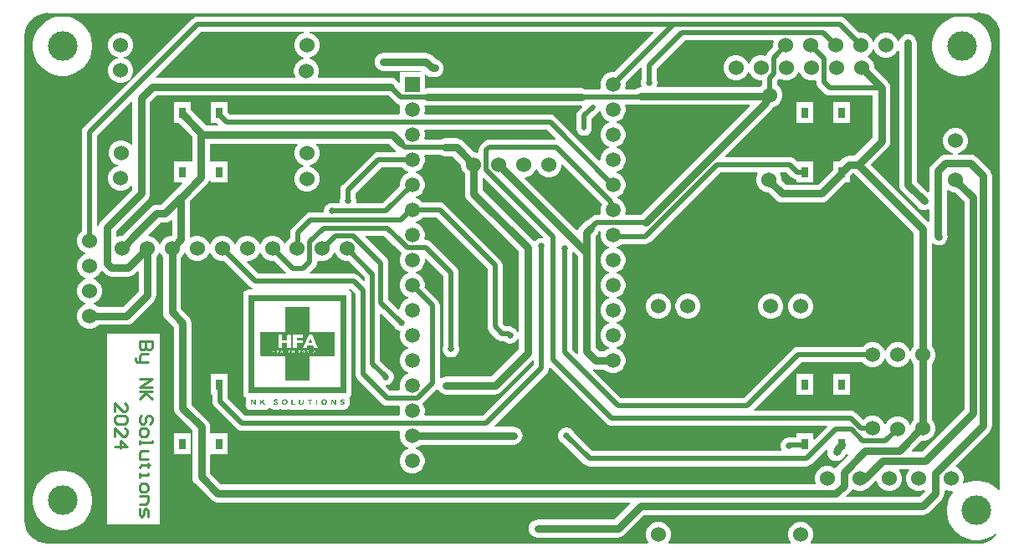
<source format=gtl>
G04*
G04 #@! TF.GenerationSoftware,Altium Limited,Altium Designer,21.0.8 (223)*
G04*
G04 Layer_Physical_Order=1*
G04 Layer_Color=255*
%FSLAX24Y24*%
%MOIN*%
G70*
G04*
G04 #@! TF.SameCoordinates,F666B87A-DE90-4157-A89C-B26E4A6581EA*
G04*
G04*
G04 #@! TF.FilePolarity,Positive*
G04*
G01*
G75*
%ADD10C,0.0100*%
%ADD12R,0.0276X0.0433*%
%ADD20C,0.0200*%
%ADD21C,0.0300*%
%ADD22C,0.0150*%
%ADD23C,0.1181*%
%ADD24R,0.0594X0.0594*%
%ADD25C,0.0594*%
%ADD26C,0.0600*%
%ADD27C,0.0200*%
%ADD28C,0.0250*%
G36*
X38456Y21392D02*
X38611Y21344D01*
X38755Y21268D01*
X38881Y21164D01*
X38984Y21038D01*
X39061Y20895D01*
X39108Y20739D01*
X39124Y20577D01*
X39116Y20497D01*
X39116D01*
X39115Y20472D01*
X39115Y20448D01*
Y2394D01*
X39065Y2373D01*
X38960Y2478D01*
X38810Y2588D01*
X38644Y2672D01*
X38466Y2730D01*
X38282Y2759D01*
X38096D01*
X37912Y2730D01*
X37734Y2672D01*
X37695Y2652D01*
X37652Y2686D01*
X37674Y2770D01*
Y2902D01*
X37640Y3029D01*
X37575Y3143D01*
X37481Y3236D01*
X37370Y3300D01*
X37363Y3306D01*
X37354Y3354D01*
X38700Y4700D01*
X38756Y4773D01*
X38791Y4859D01*
X38803Y4950D01*
Y14900D01*
X38803Y14900D01*
X38791Y14991D01*
X38756Y15077D01*
X38700Y15150D01*
X38192Y15657D01*
X38119Y15713D01*
X38034Y15749D01*
X37942Y15761D01*
X37462D01*
X37455Y15811D01*
X37543Y15834D01*
X37657Y15900D01*
X37750Y15993D01*
X37816Y16107D01*
X37850Y16234D01*
Y16366D01*
X37816Y16493D01*
X37750Y16607D01*
X37657Y16700D01*
X37543Y16766D01*
X37416Y16800D01*
X37284D01*
X37157Y16766D01*
X37043Y16700D01*
X36950Y16607D01*
X36884Y16493D01*
X36850Y16366D01*
Y16234D01*
X36884Y16107D01*
X36950Y15993D01*
X37043Y15900D01*
X37157Y15834D01*
X37245Y15811D01*
X37238Y15761D01*
X36958D01*
X36866Y15749D01*
X36781Y15713D01*
X36708Y15657D01*
X36400Y15350D01*
X36344Y15277D01*
X36309Y15191D01*
X36297Y15100D01*
Y14268D01*
X36251Y14248D01*
X35803Y14696D01*
Y20200D01*
X35791Y20291D01*
X35756Y20377D01*
X35700Y20450D01*
X35627Y20506D01*
X35541Y20541D01*
X35450Y20553D01*
X35359Y20541D01*
X35273Y20506D01*
X35200Y20450D01*
X35144Y20377D01*
X35109Y20291D01*
X35107Y20277D01*
X35056Y20273D01*
X35049Y20299D01*
X34984Y20413D01*
X34890Y20506D01*
X34776Y20572D01*
X34649Y20606D01*
X34518D01*
X34390Y20572D01*
X34276Y20506D01*
X34183Y20413D01*
X34118Y20299D01*
X34108Y20265D01*
X34058D01*
X34049Y20299D01*
X33984Y20413D01*
X33890Y20506D01*
X33776Y20572D01*
X33649Y20606D01*
X33522D01*
X32964Y21164D01*
X32901Y21212D01*
X32828Y21242D01*
X32750Y21253D01*
X7150D01*
X7150Y21253D01*
X7072Y21242D01*
X6999Y21212D01*
X6936Y21164D01*
X2638Y16866D01*
X2589Y16803D01*
X2559Y16730D01*
X2549Y16652D01*
Y12724D01*
X2545Y12722D01*
X2451Y12629D01*
X2386Y12515D01*
X2352Y12387D01*
Y12256D01*
X2386Y12129D01*
X2451Y12015D01*
X2545Y11922D01*
X2659Y11856D01*
X2692Y11847D01*
Y11797D01*
X2659Y11788D01*
X2545Y11722D01*
X2451Y11629D01*
X2386Y11515D01*
X2352Y11387D01*
Y11256D01*
X2386Y11129D01*
X2451Y11015D01*
X2545Y10922D01*
X2659Y10856D01*
X2692Y10847D01*
Y10797D01*
X2659Y10788D01*
X2545Y10722D01*
X2451Y10629D01*
X2386Y10515D01*
X2352Y10388D01*
Y10256D01*
X2386Y10129D01*
X2451Y10015D01*
X2545Y9922D01*
X2659Y9856D01*
X2692Y9847D01*
Y9797D01*
X2659Y9788D01*
X2545Y9722D01*
X2451Y9629D01*
X2386Y9515D01*
X2352Y9388D01*
Y9256D01*
X2386Y9129D01*
X2451Y9015D01*
X2545Y8922D01*
X2659Y8856D01*
X2786Y8822D01*
X2917D01*
X3045Y8856D01*
X3159Y8922D01*
X3206Y8969D01*
X4322D01*
X4413Y8981D01*
X4498Y9016D01*
X4571Y9072D01*
X5400Y9900D01*
X5456Y9973D01*
X5491Y10059D01*
X5503Y10150D01*
X5503Y10150D01*
Y11670D01*
X5534Y11701D01*
X5600Y11815D01*
X5609Y11849D01*
X5659D01*
X5668Y11815D01*
X5734Y11701D01*
X5781Y11654D01*
Y9466D01*
X5793Y9375D01*
X5828Y9290D01*
X5884Y9217D01*
X6202Y8899D01*
Y6594D01*
Y5673D01*
X6199Y5652D01*
X6211Y5561D01*
X6247Y5476D01*
X6303Y5403D01*
X6947Y4758D01*
Y2900D01*
X6959Y2809D01*
X6994Y2723D01*
X7050Y2650D01*
X7700Y2000D01*
X7773Y1944D01*
X7859Y1909D01*
X7950Y1897D01*
X24382D01*
X24402Y1851D01*
X23754Y1203D01*
X20700D01*
X20609Y1191D01*
X20523Y1156D01*
X20450Y1100D01*
X20394Y1027D01*
X20359Y941D01*
X20347Y850D01*
X20359Y759D01*
X20394Y673D01*
X20450Y600D01*
X20523Y544D01*
X20609Y509D01*
X20700Y497D01*
X23900D01*
X23991Y509D01*
X24077Y544D01*
X24150Y600D01*
X24944Y1395D01*
X36048D01*
X36139Y1407D01*
X36225Y1442D01*
X36298Y1498D01*
X36800Y2000D01*
X36856Y2073D01*
X36891Y2159D01*
X36903Y2250D01*
Y2365D01*
X36946Y2390D01*
X36981Y2370D01*
X37109Y2336D01*
X37216D01*
X37242Y2287D01*
X37176Y2195D01*
X37091Y2029D01*
X37034Y1852D01*
X37005Y1668D01*
Y1482D01*
X37034Y1297D01*
X37091Y1120D01*
X37176Y954D01*
X37286Y803D01*
X37417Y672D01*
X37568Y562D01*
X37734Y477D01*
X37912Y420D01*
X38096Y391D01*
X38282D01*
X38466Y420D01*
X38644Y477D01*
X38810Y562D01*
X38930Y649D01*
X38979Y623D01*
X38979Y602D01*
X38884Y487D01*
X38759Y384D01*
X38616Y308D01*
X38462Y261D01*
X38301Y245D01*
X38216Y254D01*
X38216Y254D01*
X38189Y255D01*
X38167Y255D01*
X31594D01*
X31585Y279D01*
X31578Y305D01*
X31641Y415D01*
X31676Y543D01*
Y674D01*
X31641Y801D01*
X31576Y915D01*
X31483Y1009D01*
X31369Y1074D01*
X31241Y1108D01*
X31110D01*
X30983Y1074D01*
X30869Y1009D01*
X30775Y915D01*
X30710Y801D01*
X30676Y674D01*
Y543D01*
X30710Y415D01*
X30773Y305D01*
X30767Y279D01*
X30757Y255D01*
X25924D01*
X25917Y274D01*
X25908Y305D01*
X25971Y415D01*
X26005Y542D01*
Y673D01*
X25971Y801D01*
X25905Y915D01*
X25812Y1008D01*
X25698Y1074D01*
X25571Y1108D01*
X25440D01*
X25312Y1074D01*
X25198Y1008D01*
X25105Y915D01*
X25039Y801D01*
X25005Y673D01*
Y542D01*
X25039Y415D01*
X25103Y305D01*
X25094Y274D01*
X25086Y255D01*
X1181D01*
X1166Y252D01*
X1000Y268D01*
X825Y321D01*
X664Y407D01*
X523Y523D01*
X407Y664D01*
X321Y825D01*
X268Y1000D01*
X252Y1166D01*
X255Y1181D01*
Y20472D01*
X252Y20487D01*
X268Y20654D01*
X321Y20829D01*
X407Y20989D01*
X523Y21130D01*
X664Y21246D01*
X825Y21332D01*
X1000Y21385D01*
X1166Y21402D01*
X1181Y21399D01*
X38189D01*
X38214Y21400D01*
X38214Y21400D01*
X38293Y21408D01*
X38456Y21392D01*
D02*
G37*
G36*
X30105Y20253D02*
X30083Y20172D01*
Y20040D01*
X30085Y20035D01*
X29887Y19837D01*
X29839Y19774D01*
X29817Y19721D01*
X29806Y19701D01*
X29756Y19688D01*
X29666Y19712D01*
X29535D01*
X29408Y19678D01*
X29294Y19612D01*
X29200Y19519D01*
X29135Y19405D01*
X29127Y19377D01*
X29076D01*
X29067Y19410D01*
X29001Y19524D01*
X28908Y19617D01*
X28794Y19683D01*
X28667Y19717D01*
X28535D01*
X28408Y19683D01*
X28294Y19617D01*
X28201Y19524D01*
X28135Y19410D01*
X28101Y19282D01*
Y19151D01*
X28135Y19024D01*
X28201Y18910D01*
X28294Y18816D01*
X28408Y18751D01*
X28535Y18717D01*
X28667D01*
X28794Y18751D01*
X28908Y18816D01*
X29001Y18910D01*
X29067Y19024D01*
X29074Y19051D01*
X29126D01*
X29135Y19019D01*
X29200Y18905D01*
X29294Y18812D01*
X29408Y18746D01*
X29535Y18712D01*
X29630D01*
Y18531D01*
X29625Y18528D01*
X29537Y18441D01*
X25476D01*
X25454Y18479D01*
X25454Y18491D01*
X25475Y18570D01*
Y18655D01*
X25453Y18738D01*
X25453Y18738D01*
Y19175D01*
X26581Y20303D01*
X30067D01*
X30105Y20253D01*
D02*
G37*
G36*
X25323Y20601D02*
X23768Y19046D01*
X23765Y19047D01*
X23635D01*
X23508Y19013D01*
X23395Y18947D01*
X23302Y18855D01*
X23237Y18742D01*
X23203Y18615D01*
Y18484D01*
X23225Y18403D01*
X23187Y18353D01*
X22614D01*
X22606Y18359D01*
X22521Y18394D01*
X22430Y18406D01*
X16326D01*
X16247Y18396D01*
X16197Y18426D01*
Y18939D01*
X16243Y18958D01*
X16250Y18950D01*
X16323Y18894D01*
X16409Y18859D01*
X16500Y18847D01*
X16600D01*
X16691Y18859D01*
X16777Y18894D01*
X16850Y18950D01*
X16906Y19023D01*
X16941Y19109D01*
X16953Y19200D01*
X16941Y19291D01*
X16906Y19377D01*
X16850Y19450D01*
X16777Y19506D01*
X16691Y19541D01*
X16653Y19546D01*
X16500Y19700D01*
X16427Y19756D01*
X16341Y19791D01*
X16250Y19803D01*
X14550D01*
X14459Y19791D01*
X14373Y19756D01*
X14300Y19700D01*
X14244Y19627D01*
X14209Y19541D01*
X14197Y19450D01*
X14209Y19359D01*
X14244Y19273D01*
X14300Y19200D01*
X14373Y19144D01*
X14459Y19109D01*
X14550Y19097D01*
X16055D01*
X16055Y19097D01*
X16029Y19047D01*
X15203D01*
Y18632D01*
X15153Y18622D01*
X15146Y18640D01*
X15090Y18713D01*
X15017Y18769D01*
X14931Y18804D01*
X14840Y18816D01*
X11966D01*
X11941Y18860D01*
X11961Y18895D01*
X11995Y19022D01*
Y19154D01*
X11961Y19281D01*
X11896Y19395D01*
X11802Y19488D01*
X11688Y19554D01*
X11621Y19572D01*
Y19624D01*
X11693Y19643D01*
X11807Y19709D01*
X11900Y19802D01*
X11966Y19916D01*
X12000Y20043D01*
Y20175D01*
X11966Y20302D01*
X11900Y20416D01*
X11807Y20509D01*
X11693Y20575D01*
X11610Y20597D01*
X11616Y20647D01*
X25304D01*
X25323Y20601D01*
D02*
G37*
G36*
X11390Y20597D02*
X11307Y20575D01*
X11193Y20509D01*
X11100Y20416D01*
X11034Y20302D01*
X11000Y20175D01*
Y20043D01*
X11034Y19916D01*
X11100Y19802D01*
X11193Y19709D01*
X11307Y19643D01*
X11375Y19625D01*
Y19573D01*
X11302Y19554D01*
X11188Y19488D01*
X11095Y19395D01*
X11030Y19281D01*
X10995Y19154D01*
Y19022D01*
X11030Y18895D01*
X11050Y18860D01*
X11025Y18816D01*
X5510D01*
X5491Y18863D01*
X7275Y20647D01*
X11384D01*
X11390Y20597D01*
D02*
G37*
G36*
X31134Y19016D02*
X31199Y18902D01*
X31292Y18809D01*
X31406Y18743D01*
X31534Y18709D01*
X31665D01*
X31747Y18731D01*
X31797Y18693D01*
Y18651D01*
X31807Y18572D01*
X31837Y18499D01*
X31885Y18437D01*
X32123Y18199D01*
X32185Y18151D01*
X32258Y18121D01*
X32337Y18111D01*
X33666D01*
X33673Y18110D01*
X34047D01*
Y16436D01*
X33318Y15707D01*
X33110D01*
X33019Y15695D01*
X32934Y15660D01*
X32861Y15604D01*
X32732Y15476D01*
X32477D01*
Y15212D01*
X32474Y15205D01*
X32468Y15157D01*
X31864Y14553D01*
X30599D01*
X30416Y14736D01*
Y14806D01*
X30382Y14933D01*
X30342Y15002D01*
X30371Y15052D01*
X30621D01*
X30824Y14849D01*
X30886Y14801D01*
X30959Y14770D01*
X31020Y14762D01*
Y14643D01*
X31696D01*
Y15476D01*
X31053D01*
X30960Y15568D01*
X30897Y15616D01*
X30824Y15647D01*
X30746Y15657D01*
X28193D01*
X28174Y15703D01*
X30035Y17564D01*
X30092Y17637D01*
X30099Y17655D01*
X30125Y17662D01*
X30239Y17728D01*
X30332Y17821D01*
X30398Y17935D01*
X30432Y18063D01*
Y18194D01*
X30398Y18321D01*
X30332Y18435D01*
X30239Y18528D01*
X30235Y18531D01*
Y18693D01*
X30315Y18773D01*
X30315Y18773D01*
X30329Y18792D01*
X30408Y18746D01*
X30535Y18712D01*
X30667D01*
X30794Y18746D01*
X30908Y18812D01*
X31001Y18905D01*
X31067Y19019D01*
X31075Y19049D01*
X31125D01*
X31134Y19016D01*
D02*
G37*
G36*
X24847Y19204D02*
Y18738D01*
X24847Y18738D01*
X24825Y18655D01*
Y18570D01*
X24846Y18491D01*
X24846Y18479D01*
X24824Y18441D01*
X24811D01*
X24720Y18429D01*
X24635Y18393D01*
X24581Y18353D01*
X24213D01*
X24175Y18403D01*
X24197Y18484D01*
Y18615D01*
X24196Y18618D01*
X24801Y19223D01*
X24847Y19204D01*
D02*
G37*
G36*
X15039Y17836D02*
X15102Y17788D01*
X15175Y17758D01*
X15190Y17756D01*
X15226Y17701D01*
X15203Y17615D01*
Y17485D01*
X15225Y17403D01*
X15187Y17353D01*
X8430D01*
X8350Y17433D01*
Y17838D01*
X7674D01*
Y17005D01*
X7922D01*
X7981Y16946D01*
X7961Y16900D01*
X7522D01*
X6893Y17528D01*
Y17838D01*
X6217D01*
Y17520D01*
X6214Y17513D01*
X6202Y17421D01*
Y17367D01*
X6214Y17276D01*
X6217Y17268D01*
Y17005D01*
X6418D01*
X6937Y16486D01*
Y15490D01*
X6893Y15476D01*
Y15476D01*
X6217D01*
Y14643D01*
X6528D01*
X6547Y14596D01*
X6263Y14312D01*
X6246Y14300D01*
X5700Y13753D01*
X5526D01*
X5435Y13741D01*
X5349Y13706D01*
X5276Y13650D01*
X4546Y12919D01*
X4546Y12919D01*
X4135Y12508D01*
X4068D01*
X3953Y12477D01*
X3903Y12503D01*
Y12704D01*
X5150Y13950D01*
X5206Y14023D01*
X5241Y14109D01*
X5253Y14200D01*
Y17854D01*
X5510Y18110D01*
X14765D01*
X15039Y17836D01*
D02*
G37*
G36*
X4547Y17854D02*
Y16147D01*
X4509Y16136D01*
X4497Y16136D01*
X4405Y16228D01*
X4291Y16294D01*
X4163Y16328D01*
X4032D01*
X3905Y16294D01*
X3791Y16228D01*
X3697Y16135D01*
X3632Y16021D01*
X3598Y15894D01*
Y15763D01*
X3632Y15635D01*
X3697Y15521D01*
X3791Y15428D01*
X3905Y15362D01*
X3972Y15344D01*
Y15293D01*
X3900Y15273D01*
X3786Y15207D01*
X3693Y15114D01*
X3627Y15000D01*
X3593Y14873D01*
Y14741D01*
X3627Y14614D01*
X3693Y14500D01*
X3786Y14407D01*
X3900Y14341D01*
X4027Y14307D01*
X4159D01*
X4286Y14341D01*
X4400Y14407D01*
X4493Y14500D01*
X4499Y14510D01*
X4547Y14497D01*
Y14346D01*
X3300Y13100D01*
X3244Y13027D01*
X3209Y12941D01*
X3204Y12904D01*
X3154Y12908D01*
Y16526D01*
X4501Y17873D01*
X4547Y17854D01*
D02*
G37*
G36*
X21418Y16404D02*
X21398Y16354D01*
X18779D01*
X18700Y16343D01*
X18627Y16313D01*
X18565Y16265D01*
X18565Y16265D01*
X18447Y16148D01*
X18399Y16085D01*
X18369Y16012D01*
X18359Y15934D01*
Y15871D01*
X18309Y15832D01*
X18227Y15854D01*
X18161D01*
X17715Y16300D01*
X17642Y16356D01*
X17557Y16391D01*
X17466Y16403D01*
X17000D01*
X16909Y16391D01*
X16823Y16356D01*
X16819Y16353D01*
X16213D01*
X16175Y16403D01*
X16197Y16485D01*
Y16615D01*
X16175Y16697D01*
X16213Y16747D01*
X21075D01*
X21418Y16404D01*
D02*
G37*
G36*
X16234Y17712D02*
X16326Y17700D01*
X22430D01*
X22455Y17703D01*
X22478Y17656D01*
X22336Y17514D01*
X22288Y17451D01*
X22258Y17378D01*
X22247Y17300D01*
Y16800D01*
X22250Y16780D01*
Y16760D01*
X22255Y16741D01*
X22258Y16722D01*
X22265Y16703D01*
X22270Y16684D01*
X22280Y16667D01*
X22288Y16649D01*
X22300Y16633D01*
X22310Y16616D01*
X22324Y16602D01*
X22336Y16586D01*
X22352Y16574D01*
X22366Y16560D01*
X22383Y16550D01*
X22399Y16538D01*
X22417Y16530D01*
X22434Y16520D01*
X22453Y16515D01*
X22472Y16508D01*
X22491Y16505D01*
X22510Y16500D01*
X22530D01*
X22550Y16497D01*
X22570Y16500D01*
X22589D01*
X22609Y16505D01*
X22628Y16508D01*
X22647Y16515D01*
X22666Y16520D01*
X22683Y16530D01*
X22701Y16538D01*
X22717Y16550D01*
X22734Y16560D01*
X22748Y16574D01*
X22764Y16586D01*
X22776Y16602D01*
X22790Y16616D01*
X22800Y16633D01*
X22812Y16649D01*
X22820Y16667D01*
X22830Y16684D01*
X22835Y16703D01*
X22842Y16722D01*
X22845Y16741D01*
X22850Y16760D01*
Y16780D01*
X22853Y16800D01*
Y17175D01*
X23114Y17436D01*
X23126Y17452D01*
X23140Y17466D01*
X23150Y17483D01*
X23153Y17487D01*
X23183Y17486D01*
X23194Y17482D01*
X23205Y17477D01*
X23237Y17358D01*
X23302Y17245D01*
X23395Y17152D01*
X23508Y17087D01*
X23550Y17076D01*
Y17024D01*
X23508Y17013D01*
X23395Y16947D01*
X23302Y16855D01*
X23237Y16742D01*
X23203Y16615D01*
Y16484D01*
X23237Y16358D01*
X23302Y16245D01*
X23395Y16152D01*
X23508Y16087D01*
X23550Y16076D01*
Y16024D01*
X23508Y16013D01*
X23395Y15947D01*
X23302Y15855D01*
X23237Y15742D01*
X23203Y15615D01*
Y15545D01*
X23153Y15525D01*
X21414Y17264D01*
X21351Y17312D01*
X21278Y17342D01*
X21200Y17353D01*
X16213D01*
X16175Y17403D01*
X16197Y17485D01*
Y17615D01*
X16178Y17687D01*
X16215Y17720D01*
X16234Y17712D01*
D02*
G37*
G36*
X23270Y13799D02*
X23237Y13742D01*
X23203Y13615D01*
Y13484D01*
X23225Y13403D01*
X23187Y13353D01*
X23050D01*
X22972Y13342D01*
X22899Y13312D01*
X22836Y13264D01*
X22836Y13264D01*
X22714Y13142D01*
X22709Y13141D01*
X22623Y13106D01*
X22550Y13050D01*
X22400Y12900D01*
X22344Y12827D01*
X22315Y12755D01*
X22263Y12736D01*
X20191Y14808D01*
X20210Y14854D01*
X20227D01*
X20354Y14888D01*
X20468Y14954D01*
X20562Y15047D01*
X20627Y15161D01*
X20636Y15195D01*
X20686D01*
X20695Y15161D01*
X20761Y15047D01*
X20854Y14954D01*
X20968Y14888D01*
X21096Y14854D01*
X21227D01*
X21354Y14888D01*
X21468Y14954D01*
X21562Y15047D01*
X21627Y15161D01*
X21661Y15289D01*
Y15342D01*
X21708Y15361D01*
X23270Y13799D01*
D02*
G37*
G36*
X15000Y15950D02*
X15063Y15903D01*
X15051Y15855D01*
X15050Y15853D01*
X14350D01*
X14272Y15842D01*
X14199Y15812D01*
X14136Y15764D01*
X12936Y14564D01*
X12888Y14501D01*
X12858Y14428D01*
X12847Y14350D01*
Y14026D01*
X12847Y14025D01*
X12825Y13943D01*
Y13857D01*
X12829Y13842D01*
X12799Y13803D01*
X12626D01*
X12625Y13803D01*
X12543Y13825D01*
X12457D01*
X12375Y13803D01*
X12300Y13760D01*
X12240Y13700D01*
X12197Y13625D01*
X12175Y13543D01*
Y13457D01*
X12171Y13453D01*
X11650D01*
X11650Y13453D01*
X11572Y13442D01*
X11499Y13412D01*
X11436Y13364D01*
X10933Y12861D01*
X10885Y12798D01*
X10855Y12725D01*
X10845Y12647D01*
Y12428D01*
X10810Y12408D01*
X10717Y12315D01*
X10652Y12201D01*
X10639Y12198D01*
X10612D01*
X10600Y12201D01*
X10534Y12315D01*
X10441Y12408D01*
X10327Y12474D01*
X10200Y12508D01*
X10068D01*
X9941Y12474D01*
X9827Y12408D01*
X9734Y12315D01*
X9668Y12201D01*
X9659Y12167D01*
X9609D01*
X9600Y12201D01*
X9534Y12315D01*
X9441Y12408D01*
X9327Y12474D01*
X9200Y12508D01*
X9068D01*
X8941Y12474D01*
X8827Y12408D01*
X8734Y12315D01*
X8668Y12201D01*
X8659Y12167D01*
X8609D01*
X8600Y12201D01*
X8534Y12315D01*
X8441Y12408D01*
X8327Y12474D01*
X8200Y12508D01*
X8068D01*
X7941Y12474D01*
X7827Y12408D01*
X7734Y12315D01*
X7668Y12201D01*
X7659Y12167D01*
X7609D01*
X7600Y12201D01*
X7534Y12315D01*
X7441Y12408D01*
X7327Y12474D01*
X7200Y12508D01*
X7068D01*
X6941Y12474D01*
X6892Y12446D01*
X6849Y12471D01*
Y13900D01*
X7540Y14590D01*
X7596Y14663D01*
X7624Y14732D01*
X7674Y14722D01*
Y14643D01*
X8350D01*
Y15476D01*
X7693D01*
X7674Y15476D01*
X7643Y15513D01*
Y16194D01*
X11111D01*
X11130Y16147D01*
X11103Y16120D01*
X11037Y16006D01*
X11003Y15879D01*
Y15748D01*
X11037Y15620D01*
X11103Y15506D01*
X11196Y15413D01*
X11310Y15348D01*
X11378Y15329D01*
Y15278D01*
X11305Y15258D01*
X11191Y15192D01*
X11098Y15099D01*
X11033Y14985D01*
X10998Y14858D01*
Y14727D01*
X11033Y14599D01*
X11098Y14485D01*
X11191Y14392D01*
X11305Y14326D01*
X11433Y14292D01*
X11564D01*
X11691Y14326D01*
X11805Y14392D01*
X11899Y14485D01*
X11964Y14599D01*
X11998Y14727D01*
Y14858D01*
X11964Y14985D01*
X11899Y15099D01*
X11805Y15192D01*
X11691Y15258D01*
X11624Y15276D01*
Y15328D01*
X11696Y15348D01*
X11810Y15413D01*
X11903Y15506D01*
X11969Y15620D01*
X12003Y15748D01*
Y15879D01*
X11969Y16006D01*
X11903Y16120D01*
X11876Y16147D01*
X11895Y16194D01*
X14757D01*
X15000Y15950D01*
D02*
G37*
G36*
X15302Y15245D02*
X15395Y15152D01*
X15508Y15087D01*
X15550Y15076D01*
Y15024D01*
X15508Y15013D01*
X15395Y14948D01*
X15302Y14855D01*
X15237Y14742D01*
X15203Y14615D01*
Y14485D01*
X15204Y14482D01*
X14525Y13803D01*
X13501D01*
X13471Y13842D01*
X13475Y13857D01*
Y13943D01*
X13453Y14025D01*
X13453Y14026D01*
Y14225D01*
X14475Y15247D01*
X15301D01*
X15302Y15245D01*
D02*
G37*
G36*
X24720Y17747D02*
X24811Y17735D01*
X29142D01*
X29161Y17689D01*
X24825Y13353D01*
X24213D01*
X24175Y13403D01*
X24197Y13484D01*
Y13615D01*
X24163Y13742D01*
X24098Y13855D01*
X24005Y13947D01*
X23892Y14013D01*
X23881Y14058D01*
X23885Y14071D01*
X23898Y14090D01*
X24005Y14152D01*
X24098Y14245D01*
X24163Y14358D01*
X24197Y14484D01*
Y14615D01*
X24163Y14742D01*
X24098Y14855D01*
X24005Y14947D01*
X23892Y15013D01*
X23850Y15024D01*
Y15076D01*
X23892Y15087D01*
X24005Y15152D01*
X24098Y15245D01*
X24163Y15358D01*
X24197Y15484D01*
Y15615D01*
X24163Y15742D01*
X24098Y15855D01*
X24005Y15947D01*
X23892Y16013D01*
X23850Y16024D01*
Y16076D01*
X23892Y16087D01*
X24005Y16152D01*
X24098Y16245D01*
X24163Y16358D01*
X24197Y16484D01*
Y16615D01*
X24163Y16742D01*
X24098Y16855D01*
X24005Y16947D01*
X23892Y17013D01*
X23850Y17024D01*
Y17076D01*
X23892Y17087D01*
X24005Y17152D01*
X24098Y17245D01*
X24163Y17358D01*
X24197Y17484D01*
Y17615D01*
X24175Y17697D01*
X24213Y17747D01*
X24718D01*
X24720Y17747D01*
D02*
G37*
G36*
X34118Y19913D02*
X34183Y19799D01*
X34276Y19706D01*
X34390Y19640D01*
X34518Y19606D01*
X34649D01*
X34776Y19640D01*
X34890Y19706D01*
X34984Y19799D01*
X35024Y19869D01*
X35091Y19887D01*
X35097Y19883D01*
Y14550D01*
X35109Y14459D01*
X35144Y14373D01*
X35200Y14300D01*
X35850Y13650D01*
X35923Y13594D01*
X36009Y13559D01*
X36100Y13547D01*
X36191Y13559D01*
X36247Y13582D01*
X36297Y13549D01*
Y13092D01*
X36247Y13071D01*
X33964Y15354D01*
X34650Y16040D01*
X34706Y16113D01*
X34741Y16198D01*
X34753Y16290D01*
Y18413D01*
X34741Y18504D01*
X34706Y18589D01*
X34650Y18662D01*
X34101Y19211D01*
Y19277D01*
X34067Y19404D01*
X34001Y19518D01*
X33908Y19611D01*
X33861Y19639D01*
Y19689D01*
X33890Y19706D01*
X33984Y19799D01*
X34049Y19913D01*
X34058Y19947D01*
X34108D01*
X34118Y19913D01*
D02*
G37*
G36*
X18740Y14640D02*
X18740Y14640D01*
X18740Y14640D01*
X20908Y12473D01*
X20899Y12444D01*
X20885Y12425D01*
X20807D01*
X20725Y12403D01*
X20650Y12360D01*
X20603Y12312D01*
X20569Y12304D01*
X20539Y12311D01*
X18514Y14335D01*
Y14801D01*
X18561Y14820D01*
X18740Y14640D01*
D02*
G37*
G36*
X6112Y13145D02*
X6143Y13132D01*
Y12516D01*
X6135Y12508D01*
X6068D01*
X5941Y12474D01*
X5827Y12408D01*
X5734Y12315D01*
X5668Y12201D01*
X5659Y12167D01*
X5609D01*
X5600Y12201D01*
X5534Y12315D01*
X5441Y12408D01*
X5327Y12474D01*
X5203Y12507D01*
X5189Y12530D01*
X5179Y12554D01*
X5672Y13047D01*
X5846D01*
X5937Y13059D01*
X6023Y13094D01*
X6093Y13148D01*
X6112Y13145D01*
D02*
G37*
G36*
X37164Y14274D02*
X37292Y14240D01*
X37355D01*
X37697Y13898D01*
Y5596D01*
X36007Y3906D01*
X35621D01*
X35601Y3952D01*
X35989Y4339D01*
X36114D01*
X36241Y4373D01*
X36355Y4439D01*
X36448Y4532D01*
X36514Y4646D01*
X36548Y4773D01*
Y4905D01*
X36514Y5032D01*
X36448Y5146D01*
X36400Y5194D01*
Y7414D01*
X36446Y7460D01*
X36512Y7574D01*
X36546Y7701D01*
Y7833D01*
X36512Y7960D01*
X36446Y8074D01*
X36399Y8121D01*
Y12207D01*
X36414Y12219D01*
X36449Y12230D01*
X36512Y12183D01*
X36597Y12147D01*
X36688Y12135D01*
X36780Y12147D01*
X36865Y12183D01*
X36938Y12239D01*
X36994Y12312D01*
X37029Y12397D01*
X37041Y12488D01*
X37029Y12580D01*
X37003Y12643D01*
Y14322D01*
X37027Y14332D01*
X37053Y14339D01*
X37164Y14274D01*
D02*
G37*
G36*
X12651Y11815D02*
X12717Y11701D01*
X12810Y11608D01*
X12924Y11542D01*
X13052Y11508D01*
X13183D01*
X13188Y11509D01*
X13823Y10874D01*
Y10736D01*
X13777Y10717D01*
X13580Y10914D01*
X13518Y10962D01*
X13445Y10992D01*
X13366Y11003D01*
X11646D01*
X11627Y11049D01*
X11831Y11253D01*
X11831Y11253D01*
X11879Y11316D01*
X11910Y11389D01*
X11920Y11467D01*
Y11491D01*
X11970Y11530D01*
X12052Y11508D01*
X12183D01*
X12310Y11542D01*
X12424Y11608D01*
X12517Y11701D01*
X12583Y11815D01*
X12592Y11849D01*
X12642D01*
X12651Y11815D01*
D02*
G37*
G36*
X7668D02*
X7734Y11701D01*
X7827Y11608D01*
X7941Y11542D01*
X8068Y11508D01*
X8200D01*
X8211Y11511D01*
X9236Y10486D01*
X9299Y10438D01*
X9352Y10416D01*
X9342Y10366D01*
X9174D01*
X9096Y10350D01*
X9030Y10306D01*
X9028Y10304D01*
X9025Y10302D01*
X8981Y10236D01*
X8966Y10158D01*
Y9747D01*
Y9248D01*
Y8749D01*
Y8249D01*
Y7750D01*
Y7251D01*
Y6751D01*
Y6252D01*
X8981Y6174D01*
X8985Y6168D01*
X8986Y6165D01*
X9030Y6099D01*
X9077Y6067D01*
X9064Y5998D01*
Y5815D01*
X9059Y5793D01*
Y5784D01*
X9075Y5706D01*
X9119Y5640D01*
X9122Y5638D01*
X9123Y5635D01*
X9190Y5591D01*
X9268Y5576D01*
X9317D01*
X9368Y5586D01*
X9419Y5576D01*
X9468D01*
X9546Y5591D01*
X9553Y5596D01*
X9560Y5591D01*
X9638Y5576D01*
X9691D01*
X9736Y5584D01*
X9780Y5576D01*
X9843D01*
X9921Y5591D01*
X9987Y5635D01*
X9993Y5644D01*
X9998Y5646D01*
X10056Y5648D01*
X10108Y5613D01*
X10111Y5613D01*
X10117Y5609D01*
X10117Y5609D01*
X10130Y5600D01*
X10146Y5597D01*
X10148Y5596D01*
X10151Y5595D01*
X10157Y5591D01*
X10235Y5576D01*
X10311D01*
X10389Y5591D01*
X10395Y5595D01*
X10398Y5596D01*
X10402Y5598D01*
X10411Y5600D01*
X10447Y5624D01*
X10469Y5609D01*
X10469Y5609D01*
X10483Y5600D01*
X10492Y5598D01*
X10496Y5596D01*
X10499Y5595D01*
X10505Y5591D01*
X10583Y5576D01*
X10659D01*
X10737Y5591D01*
X10742Y5595D01*
X10746Y5596D01*
X10749Y5598D01*
X10759Y5600D01*
X10765Y5604D01*
X10768Y5604D01*
X10782Y5614D01*
X10817Y5591D01*
X10895Y5576D01*
X11038D01*
X11116Y5591D01*
X11140Y5607D01*
X11151Y5600D01*
X11161Y5598D01*
X11165Y5596D01*
X11168Y5595D01*
X11174Y5591D01*
X11252Y5576D01*
X11327D01*
X11405Y5591D01*
X11411Y5595D01*
X11414Y5596D01*
X11420Y5599D01*
X11423Y5600D01*
X11429Y5604D01*
X11432Y5604D01*
X11467Y5628D01*
X11521Y5591D01*
X11599Y5576D01*
X11653D01*
X11731Y5591D01*
X11762Y5612D01*
X11793Y5591D01*
X11871Y5576D01*
X11920D01*
X11998Y5591D01*
X12034Y5615D01*
X12043Y5609D01*
X12043Y5609D01*
X12056Y5600D01*
X12066Y5598D01*
X12070Y5596D01*
X12073Y5595D01*
X12079Y5591D01*
X12157Y5576D01*
X12232D01*
X12310Y5591D01*
X12316Y5595D01*
X12319Y5596D01*
X12323Y5598D01*
X12333Y5600D01*
X12346Y5609D01*
X12346Y5609D01*
X12355Y5615D01*
X12391Y5591D01*
X12469Y5576D01*
X12518D01*
X12569Y5586D01*
X12620Y5576D01*
X12669D01*
X12747Y5591D01*
X12770Y5606D01*
X12779Y5600D01*
X12794Y5597D01*
X12796Y5596D01*
X12800Y5595D01*
X12805Y5591D01*
X12883Y5576D01*
X12959D01*
X13037Y5591D01*
X13043Y5595D01*
X13046Y5596D01*
X13052Y5599D01*
X13055Y5600D01*
X13061Y5604D01*
X13064Y5604D01*
X13130Y5649D01*
X13132Y5651D01*
X13135Y5653D01*
X13136Y5656D01*
X13139Y5658D01*
X13141Y5660D01*
X13143Y5662D01*
X13145Y5665D01*
X13148Y5666D01*
X13192Y5733D01*
X13194Y5742D01*
X13197Y5746D01*
X13198Y5756D01*
X13201Y5759D01*
X13217Y5837D01*
Y5855D01*
X13203Y5924D01*
X13212Y5971D01*
Y5980D01*
X13197Y6058D01*
X13187Y6072D01*
X13228Y6099D01*
X13230Y6102D01*
X13233Y6103D01*
X13277Y6170D01*
X13292Y6248D01*
Y6662D01*
Y7162D01*
Y7661D01*
Y8160D01*
Y8660D01*
Y9159D01*
Y9658D01*
Y10158D01*
X13277Y10236D01*
X13233Y10302D01*
X13230Y10304D01*
X13228Y10306D01*
X13206Y10321D01*
X13193Y10389D01*
X13194Y10390D01*
X13246Y10393D01*
X13431Y10208D01*
Y7017D01*
X13441Y6939D01*
X13471Y6866D01*
X13519Y6803D01*
X14486Y5836D01*
X14549Y5788D01*
X14622Y5758D01*
X14700Y5747D01*
X15187D01*
X15225Y5697D01*
X15203Y5615D01*
Y5485D01*
X15225Y5403D01*
X15187Y5353D01*
X9052D01*
X8353Y6052D01*
Y6150D01*
X8353Y6150D01*
X8352Y6153D01*
Y6557D01*
X8352Y6557D01*
X8350Y6576D01*
Y7011D01*
X7674D01*
Y6178D01*
X7747D01*
Y6150D01*
X7747Y6147D01*
Y5926D01*
X7758Y5848D01*
X7788Y5775D01*
X7836Y5712D01*
X8712Y4836D01*
X8712Y4836D01*
X8775Y4788D01*
X8848Y4758D01*
X8926Y4747D01*
X8926Y4747D01*
X15187D01*
X15225Y4697D01*
X15203Y4615D01*
Y4485D01*
X15237Y4358D01*
X15302Y4245D01*
X15395Y4152D01*
X15508Y4087D01*
X15550Y4076D01*
Y4024D01*
X15508Y4013D01*
X15395Y3948D01*
X15302Y3855D01*
X15237Y3742D01*
X15203Y3615D01*
Y3485D01*
X15237Y3358D01*
X15302Y3245D01*
X15395Y3152D01*
X15508Y3087D01*
X15635Y3053D01*
X15765D01*
X15892Y3087D01*
X16005Y3152D01*
X16098Y3245D01*
X16163Y3358D01*
X16197Y3485D01*
Y3615D01*
X16163Y3742D01*
X16098Y3855D01*
X16005Y3948D01*
X15892Y4013D01*
X15850Y4024D01*
Y4076D01*
X15892Y4087D01*
X16005Y4152D01*
X16050Y4197D01*
X19750D01*
X19841Y4209D01*
X19927Y4244D01*
X20000Y4300D01*
X20056Y4373D01*
X20091Y4459D01*
X20103Y4550D01*
X20091Y4641D01*
X20056Y4727D01*
X20000Y4800D01*
X19927Y4856D01*
X19841Y4891D01*
X19750Y4903D01*
X18996D01*
X18977Y4949D01*
X21064Y7036D01*
X21112Y7099D01*
X21142Y7172D01*
X21152Y7249D01*
X21167Y7260D01*
X21199Y7273D01*
X23436Y5036D01*
X23499Y4988D01*
X23572Y4958D01*
X23650Y4947D01*
X32228D01*
X32247Y4901D01*
X31742Y4396D01*
X31696Y4415D01*
Y4649D01*
X31020D01*
Y4494D01*
X30741D01*
X30741Y4494D01*
X30663Y4483D01*
X30616Y4464D01*
X30575Y4453D01*
X30500Y4410D01*
X30440Y4350D01*
X30397Y4275D01*
X30375Y4193D01*
Y4107D01*
X30397Y4025D01*
X30419Y3986D01*
X30390Y3936D01*
X22891D01*
X22153Y4675D01*
X22153Y4675D01*
X22110Y4750D01*
X22050Y4810D01*
X21975Y4853D01*
X21893Y4875D01*
X21807D01*
X21725Y4853D01*
X21650Y4810D01*
X21590Y4750D01*
X21547Y4675D01*
X21525Y4593D01*
Y4507D01*
X21547Y4425D01*
X21590Y4350D01*
X21650Y4290D01*
X21725Y4247D01*
X21725Y4247D01*
X22552Y3420D01*
X22615Y3372D01*
X22688Y3342D01*
X22766Y3331D01*
X31408D01*
X31486Y3342D01*
X31559Y3372D01*
X31622Y3420D01*
X32213Y4011D01*
X32247Y3996D01*
X32258Y3986D01*
X32247Y3900D01*
X32259Y3809D01*
X32294Y3723D01*
X32350Y3650D01*
X32423Y3594D01*
X32509Y3559D01*
X32600Y3547D01*
X32691Y3559D01*
X32777Y3594D01*
X32850Y3650D01*
X32888Y3689D01*
X32944Y3762D01*
X32966Y3816D01*
X33051D01*
X33070Y3770D01*
X32648Y3348D01*
X32592Y3275D01*
X32591Y3271D01*
X32529Y3254D01*
X32446Y3302D01*
X32319Y3336D01*
X32187D01*
X32060Y3302D01*
X31946Y3236D01*
X31853Y3143D01*
X31787Y3029D01*
X31753Y2902D01*
Y2770D01*
X31785Y2653D01*
X31760Y2603D01*
X8096D01*
X7653Y3046D01*
Y3774D01*
X7674Y3816D01*
X7703Y3816D01*
X8350D01*
Y4649D01*
X7703D01*
X7674Y4649D01*
X7653Y4690D01*
Y4905D01*
X7641Y4996D01*
X7606Y5081D01*
X7550Y5154D01*
X6908Y5796D01*
Y6594D01*
Y9045D01*
X6896Y9136D01*
X6861Y9221D01*
X6805Y9294D01*
X6487Y9612D01*
Y11654D01*
X6534Y11701D01*
X6600Y11815D01*
X6609Y11849D01*
X6659D01*
X6668Y11815D01*
X6734Y11701D01*
X6827Y11608D01*
X6941Y11542D01*
X7068Y11508D01*
X7200D01*
X7327Y11542D01*
X7441Y11608D01*
X7534Y11701D01*
X7600Y11815D01*
X7609Y11849D01*
X7659D01*
X7668Y11815D01*
D02*
G37*
G36*
X9668D02*
X9734Y11701D01*
X9827Y11608D01*
X9941Y11542D01*
X10068Y11508D01*
X10200D01*
X10205Y11509D01*
X10665Y11049D01*
X10646Y11003D01*
X9575D01*
X9116Y11462D01*
X9135Y11508D01*
X9200D01*
X9327Y11542D01*
X9441Y11608D01*
X9534Y11701D01*
X9600Y11815D01*
X9609Y11849D01*
X9659D01*
X9668Y11815D01*
D02*
G37*
G36*
X3476Y11000D02*
X3549Y10944D01*
X3634Y10909D01*
X3726Y10897D01*
X4388D01*
X4479Y10909D01*
X4565Y10944D01*
X4638Y11000D01*
X4751Y11113D01*
X4797Y11094D01*
Y10296D01*
X4175Y9675D01*
X3206D01*
X3159Y9722D01*
X3045Y9788D01*
X3011Y9797D01*
Y9847D01*
X3045Y9856D01*
X3159Y9922D01*
X3252Y10015D01*
X3317Y10129D01*
X3352Y10256D01*
Y10388D01*
X3317Y10515D01*
X3252Y10629D01*
X3159Y10722D01*
X3045Y10788D01*
X3011Y10797D01*
Y10847D01*
X3045Y10856D01*
X3159Y10922D01*
X3252Y11015D01*
X3303Y11103D01*
X3362Y11114D01*
X3476Y11000D01*
D02*
G37*
G36*
X14989Y12131D02*
X14989Y12130D01*
X15283Y11836D01*
X15289Y11832D01*
X15237Y11742D01*
X15203Y11615D01*
Y11485D01*
X15237Y11358D01*
X15302Y11245D01*
X15395Y11152D01*
X15508Y11087D01*
X15550Y11076D01*
Y11024D01*
X15508Y11013D01*
X15395Y10948D01*
X15302Y10855D01*
X15237Y10742D01*
X15203Y10615D01*
Y10485D01*
X15237Y10358D01*
X15302Y10245D01*
X15395Y10152D01*
X15508Y10087D01*
X15550Y10076D01*
Y10024D01*
X15508Y10013D01*
X15395Y9948D01*
X15302Y9855D01*
X15237Y9742D01*
X15203Y9615D01*
Y9604D01*
X15157Y9585D01*
X14753Y9989D01*
Y11430D01*
X14742Y11508D01*
X14712Y11581D01*
X14664Y11644D01*
X14664Y11644D01*
X13831Y12477D01*
X13850Y12523D01*
X14596D01*
X14989Y12131D01*
D02*
G37*
G36*
X16823Y15744D02*
X16909Y15709D01*
X17000Y15697D01*
X17320D01*
X17661Y15355D01*
Y15289D01*
X17695Y15161D01*
X17761Y15047D01*
X17808Y15000D01*
Y14189D01*
X17820Y14097D01*
X17856Y14012D01*
X17912Y13939D01*
X19947Y11904D01*
Y8694D01*
X19897Y8686D01*
X19860Y8750D01*
X19800Y8810D01*
X19725Y8853D01*
X19710Y8857D01*
X19694Y8869D01*
X19621Y8900D01*
X19543Y8910D01*
X19418D01*
X19303Y9025D01*
Y11350D01*
X19292Y11428D01*
X19262Y11501D01*
X19214Y11564D01*
X17014Y13764D01*
X16951Y13812D01*
X16878Y13842D01*
X16800Y13853D01*
X16099D01*
X16098Y13855D01*
X16005Y13948D01*
X15892Y14013D01*
X15850Y14024D01*
Y14076D01*
X15892Y14087D01*
X16005Y14152D01*
X16098Y14245D01*
X16163Y14358D01*
X16197Y14485D01*
Y14615D01*
X16163Y14742D01*
X16098Y14855D01*
X16005Y14948D01*
X15892Y15013D01*
X15850Y15024D01*
Y15076D01*
X15892Y15087D01*
X16005Y15152D01*
X16098Y15245D01*
X16163Y15358D01*
X16197Y15485D01*
Y15615D01*
X16175Y15697D01*
X16213Y15747D01*
X16819D01*
X16823Y15744D01*
D02*
G37*
G36*
X29490Y15002D02*
X29450Y14933D01*
X29416Y14806D01*
Y14674D01*
X29450Y14547D01*
X29516Y14433D01*
X29609Y14340D01*
X29723Y14274D01*
X29850Y14240D01*
X29914D01*
X30203Y13950D01*
X30276Y13894D01*
X30361Y13859D01*
X30453Y13847D01*
X32010D01*
X32102Y13859D01*
X32187Y13894D01*
X32260Y13950D01*
X32952Y14643D01*
X33153D01*
Y14898D01*
X33256Y15001D01*
X33318D01*
X35693Y12626D01*
Y8121D01*
X35646Y8074D01*
X35580Y7960D01*
X35569Y7917D01*
X35517D01*
X35505Y7962D01*
X35439Y8076D01*
X35346Y8169D01*
X35232Y8235D01*
X35105Y8269D01*
X34974D01*
X34846Y8235D01*
X34732Y8169D01*
X34639Y8076D01*
X34573Y7962D01*
X34566Y7936D01*
X34515D01*
X34506Y7967D01*
X34440Y8081D01*
X34347Y8174D01*
X34233Y8240D01*
X34106Y8274D01*
X33975D01*
X33847Y8240D01*
X33733Y8174D01*
X33640Y8081D01*
X33638Y8076D01*
X31074D01*
X30995Y8066D01*
X30922Y8036D01*
X30860Y7988D01*
X28925Y6053D01*
X24025D01*
X22913Y7165D01*
X22927Y7198D01*
X22939Y7210D01*
X23024Y7199D01*
X23024Y7199D01*
X23349D01*
X23395Y7152D01*
X23508Y7087D01*
X23635Y7053D01*
X23765D01*
X23892Y7087D01*
X24005Y7152D01*
X24098Y7245D01*
X24163Y7358D01*
X24197Y7484D01*
Y7615D01*
X24163Y7742D01*
X24098Y7855D01*
X24005Y7947D01*
X23892Y8013D01*
X23850Y8024D01*
Y8076D01*
X23892Y8087D01*
X24005Y8152D01*
X24098Y8245D01*
X24163Y8358D01*
X24197Y8484D01*
Y8615D01*
X24163Y8742D01*
X24098Y8855D01*
X24005Y8947D01*
X23892Y9013D01*
X23850Y9024D01*
Y9076D01*
X23892Y9087D01*
X24005Y9152D01*
X24098Y9245D01*
X24163Y9358D01*
X24197Y9484D01*
Y9615D01*
X24163Y9742D01*
X24098Y9855D01*
X24005Y9947D01*
X23892Y10013D01*
X23850Y10024D01*
Y10076D01*
X23892Y10087D01*
X24005Y10152D01*
X24098Y10245D01*
X24163Y10358D01*
X24197Y10484D01*
Y10615D01*
X24163Y10742D01*
X24098Y10855D01*
X24005Y10947D01*
X23892Y11013D01*
X23850Y11024D01*
Y11076D01*
X23892Y11087D01*
X24005Y11152D01*
X24098Y11245D01*
X24163Y11358D01*
X24197Y11484D01*
Y11615D01*
X24163Y11742D01*
X24098Y11855D01*
X24005Y11947D01*
X23892Y12013D01*
X23850Y12024D01*
Y12076D01*
X23892Y12087D01*
X24005Y12152D01*
X24046Y12193D01*
X24995D01*
X25074Y12203D01*
X25147Y12233D01*
X25209Y12282D01*
X27980Y15052D01*
X29461D01*
X29490Y15002D01*
D02*
G37*
G36*
X23182Y12717D02*
X23217Y12668D01*
X23203Y12615D01*
Y12484D01*
X23237Y12358D01*
X23302Y12245D01*
X23395Y12152D01*
X23508Y12087D01*
X23550Y12076D01*
Y12024D01*
X23508Y12013D01*
X23395Y11947D01*
X23302Y11855D01*
X23237Y11742D01*
X23203Y11615D01*
Y11484D01*
X23237Y11358D01*
X23302Y11245D01*
X23395Y11152D01*
X23508Y11087D01*
X23550Y11076D01*
Y11024D01*
X23508Y11013D01*
X23395Y10947D01*
X23302Y10855D01*
X23237Y10742D01*
X23203Y10615D01*
Y10484D01*
X23237Y10358D01*
X23302Y10245D01*
X23395Y10152D01*
X23508Y10087D01*
X23550Y10076D01*
Y10024D01*
X23508Y10013D01*
X23395Y9947D01*
X23302Y9855D01*
X23237Y9742D01*
X23203Y9615D01*
Y9484D01*
X23237Y9358D01*
X23302Y9245D01*
X23395Y9152D01*
X23508Y9087D01*
X23550Y9076D01*
Y9024D01*
X23508Y9013D01*
X23395Y8947D01*
X23302Y8855D01*
X23237Y8742D01*
X23203Y8615D01*
Y8484D01*
X23237Y8358D01*
X23302Y8245D01*
X23395Y8152D01*
X23508Y8087D01*
X23550Y8076D01*
Y8024D01*
X23508Y8013D01*
X23395Y7947D01*
X23352Y7905D01*
X23170D01*
X23003Y8072D01*
Y11850D01*
Y12504D01*
X23050Y12550D01*
X23106Y12623D01*
X23141Y12709D01*
X23142Y12714D01*
X23147Y12719D01*
X23182Y12717D01*
D02*
G37*
G36*
X22297Y11704D02*
Y7926D01*
X22308Y7840D01*
X22296Y7829D01*
X22263Y7815D01*
X22080Y7998D01*
Y11850D01*
X22130Y11871D01*
X22297Y11704D01*
D02*
G37*
G36*
X18697Y11225D02*
Y8900D01*
X18708Y8822D01*
X18738Y8749D01*
X18786Y8686D01*
X19079Y8393D01*
X19141Y8345D01*
X19214Y8315D01*
X19293Y8305D01*
X19386D01*
X19400Y8290D01*
X19475Y8247D01*
X19557Y8225D01*
X19643D01*
X19725Y8247D01*
X19800Y8290D01*
X19860Y8350D01*
X19897Y8414D01*
X19947Y8406D01*
Y7996D01*
X18854Y6903D01*
X17050D01*
X16959Y6891D01*
X16873Y6856D01*
X16847Y6836D01*
X16803Y6858D01*
Y9750D01*
X16792Y9828D01*
X16762Y9901D01*
X16714Y9964D01*
X16196Y10482D01*
X16197Y10485D01*
Y10615D01*
X16163Y10742D01*
X16098Y10855D01*
X16005Y10948D01*
X15892Y11013D01*
X15850Y11024D01*
Y11076D01*
X15892Y11087D01*
X16005Y11152D01*
X16098Y11245D01*
X16163Y11358D01*
X16197Y11485D01*
Y11605D01*
X16240Y11632D01*
X16947Y10925D01*
Y8126D01*
X16947Y8125D01*
X16925Y8043D01*
Y7957D01*
X16947Y7875D01*
X16990Y7800D01*
X17050Y7740D01*
X17125Y7697D01*
X17207Y7675D01*
X17293D01*
X17375Y7697D01*
X17450Y7740D01*
X17510Y7800D01*
X17553Y7875D01*
X17575Y7957D01*
Y8043D01*
X17553Y8125D01*
X17553Y8126D01*
Y11050D01*
X17553Y11050D01*
X17542Y11128D01*
X17512Y11201D01*
X17464Y11264D01*
X17464Y11264D01*
X16464Y12264D01*
X16401Y12312D01*
X16328Y12342D01*
X16250Y12353D01*
X16213D01*
X16175Y12403D01*
X16197Y12485D01*
Y12615D01*
X16163Y12742D01*
X16098Y12855D01*
X16005Y12948D01*
X15892Y13013D01*
X15850Y13024D01*
Y13076D01*
X15892Y13087D01*
X16005Y13152D01*
X16098Y13245D01*
X16099Y13247D01*
X16675D01*
X18697Y11225D01*
D02*
G37*
G36*
X35580Y7574D02*
X35646Y7460D01*
X35694Y7412D01*
Y5193D01*
X35648Y5146D01*
X35582Y5032D01*
X35568Y4981D01*
X35517D01*
X35505Y5023D01*
X35439Y5137D01*
X35346Y5230D01*
X35232Y5295D01*
X35105Y5330D01*
X34974D01*
X34846Y5295D01*
X34732Y5230D01*
X34639Y5137D01*
X34573Y5023D01*
X34571Y5012D01*
X34521D01*
X34516Y5030D01*
X34450Y5144D01*
X34357Y5237D01*
X34243Y5303D01*
X34116Y5337D01*
X33984D01*
X33857Y5303D01*
X33743Y5237D01*
X33679Y5173D01*
X33388Y5464D01*
X33326Y5512D01*
X33253Y5542D01*
X33174Y5553D01*
X29346D01*
X29327Y5599D01*
X31199Y7471D01*
X33638D01*
X33640Y7467D01*
X33733Y7374D01*
X33847Y7308D01*
X33975Y7274D01*
X34106D01*
X34233Y7308D01*
X34347Y7374D01*
X34440Y7467D01*
X34506Y7581D01*
X34513Y7607D01*
X34565D01*
X34573Y7576D01*
X34639Y7462D01*
X34732Y7369D01*
X34846Y7303D01*
X34974Y7269D01*
X35105D01*
X35232Y7303D01*
X35346Y7369D01*
X35439Y7462D01*
X35505Y7576D01*
X35517Y7619D01*
X35569D01*
X35580Y7574D01*
D02*
G37*
G36*
X14964Y8922D02*
X14964Y8921D01*
X15007Y8847D01*
X15068Y8787D01*
X15142Y8744D01*
X15224Y8722D01*
X15230Y8715D01*
X15203Y8615D01*
Y8485D01*
X15237Y8358D01*
X15302Y8245D01*
X15395Y8152D01*
X15508Y8087D01*
X15550Y8076D01*
Y8024D01*
X15508Y8013D01*
X15395Y7948D01*
X15302Y7855D01*
X15237Y7742D01*
X15203Y7615D01*
Y7485D01*
X15237Y7358D01*
X15302Y7245D01*
X15395Y7152D01*
X15508Y7087D01*
X15550Y7076D01*
Y7024D01*
X15508Y7013D01*
X15395Y6948D01*
X15302Y6855D01*
X15237Y6742D01*
X15203Y6615D01*
Y6485D01*
X15225Y6403D01*
X15187Y6353D01*
X14825D01*
X14656Y6522D01*
X14676Y6572D01*
X14693D01*
X14775Y6594D01*
X14850Y6637D01*
X14910Y6698D01*
X14953Y6772D01*
X14975Y6855D01*
Y6940D01*
X14953Y7023D01*
X14910Y7097D01*
X14850Y7157D01*
X14781Y7197D01*
X14429Y7549D01*
Y9392D01*
X14475Y9411D01*
X14964Y8922D01*
D02*
G37*
G36*
X13084Y10158D02*
X13088D01*
Y10153D01*
Y10149D01*
Y10144D01*
Y10140D01*
Y10135D01*
Y10131D01*
Y10126D01*
Y10122D01*
Y10117D01*
Y10113D01*
Y10108D01*
Y10104D01*
Y10100D01*
Y10095D01*
Y10091D01*
Y10086D01*
Y10082D01*
Y10077D01*
Y10073D01*
Y10068D01*
Y10064D01*
Y10059D01*
Y10055D01*
Y10051D01*
Y10046D01*
Y10042D01*
Y10037D01*
Y10033D01*
Y10028D01*
Y10024D01*
Y10019D01*
Y10015D01*
Y10010D01*
Y10006D01*
Y10001D01*
Y9997D01*
Y9993D01*
Y9988D01*
Y9984D01*
Y9979D01*
Y9975D01*
Y9970D01*
Y9966D01*
Y9961D01*
Y9957D01*
Y9952D01*
Y9948D01*
Y9944D01*
Y9939D01*
Y9935D01*
Y9930D01*
Y9926D01*
Y9921D01*
Y9917D01*
Y9912D01*
Y9908D01*
Y9903D01*
Y9899D01*
Y9894D01*
Y9890D01*
Y9886D01*
Y9881D01*
Y9877D01*
Y9872D01*
Y9868D01*
Y9863D01*
Y9859D01*
Y9854D01*
Y9850D01*
Y9845D01*
Y9841D01*
Y9837D01*
Y9832D01*
Y9828D01*
Y9823D01*
Y9819D01*
Y9814D01*
Y9810D01*
Y9805D01*
Y9801D01*
Y9796D01*
Y9792D01*
Y9787D01*
Y9783D01*
Y9779D01*
Y9774D01*
Y9770D01*
Y9765D01*
Y9761D01*
Y9756D01*
Y9752D01*
Y9747D01*
Y9743D01*
Y9738D01*
Y9734D01*
Y9730D01*
Y9725D01*
Y9721D01*
Y9716D01*
Y9712D01*
Y9707D01*
Y9703D01*
Y9698D01*
Y9694D01*
Y9689D01*
Y9685D01*
Y9681D01*
Y9676D01*
Y9672D01*
Y9667D01*
Y9663D01*
Y9658D01*
Y9654D01*
Y9649D01*
Y9645D01*
Y9640D01*
Y9636D01*
Y9631D01*
Y9627D01*
Y9623D01*
Y9618D01*
Y9614D01*
Y9609D01*
Y9605D01*
Y9600D01*
Y9596D01*
Y9591D01*
Y9587D01*
Y9582D01*
Y9578D01*
Y9574D01*
Y9569D01*
Y9565D01*
Y9560D01*
Y9556D01*
Y9551D01*
Y9547D01*
Y9542D01*
Y9538D01*
Y9533D01*
Y9529D01*
Y9524D01*
Y9520D01*
Y9516D01*
Y9511D01*
Y9507D01*
Y9502D01*
Y9498D01*
Y9493D01*
Y9489D01*
Y9484D01*
Y9480D01*
Y9475D01*
Y9471D01*
Y9467D01*
Y9462D01*
Y9458D01*
Y9453D01*
Y9449D01*
Y9444D01*
Y9440D01*
Y9435D01*
Y9431D01*
Y9426D01*
Y9422D01*
Y9417D01*
Y9413D01*
Y9409D01*
Y9404D01*
Y9400D01*
Y9395D01*
Y9391D01*
Y9386D01*
Y9382D01*
Y9377D01*
Y9373D01*
Y9368D01*
Y9364D01*
Y9359D01*
Y9355D01*
Y9351D01*
Y9346D01*
Y9342D01*
Y9337D01*
Y9333D01*
Y9328D01*
Y9324D01*
Y9319D01*
Y9315D01*
Y9310D01*
Y9306D01*
Y9302D01*
Y9297D01*
Y9293D01*
Y9288D01*
Y9284D01*
Y9279D01*
Y9275D01*
Y9270D01*
Y9266D01*
Y9261D01*
Y9257D01*
Y9252D01*
Y9248D01*
Y9244D01*
Y9239D01*
Y9235D01*
Y9230D01*
Y9226D01*
Y9221D01*
Y9217D01*
Y9212D01*
Y9208D01*
Y9203D01*
Y9199D01*
Y9195D01*
Y9190D01*
Y9186D01*
Y9181D01*
Y9177D01*
Y9172D01*
Y9168D01*
Y9163D01*
Y9159D01*
Y9154D01*
Y9150D01*
Y9146D01*
Y9141D01*
Y9137D01*
Y9132D01*
Y9128D01*
Y9123D01*
Y9119D01*
Y9114D01*
Y9110D01*
Y9105D01*
Y9101D01*
Y9096D01*
Y9092D01*
Y9088D01*
Y9083D01*
Y9079D01*
Y9074D01*
Y9070D01*
Y9065D01*
Y9061D01*
Y9056D01*
Y9052D01*
Y9047D01*
Y9043D01*
Y9039D01*
Y9034D01*
Y9030D01*
Y9025D01*
Y9021D01*
Y9016D01*
Y9012D01*
Y9007D01*
Y9003D01*
Y8998D01*
Y8994D01*
Y8989D01*
Y8985D01*
Y8981D01*
Y8976D01*
Y8972D01*
Y8967D01*
Y8963D01*
Y8958D01*
Y8954D01*
Y8949D01*
Y8945D01*
Y8940D01*
Y8936D01*
Y8931D01*
Y8927D01*
Y8923D01*
Y8918D01*
Y8914D01*
Y8909D01*
Y8905D01*
Y8900D01*
Y8896D01*
Y8891D01*
Y8887D01*
Y8882D01*
Y8878D01*
Y8874D01*
Y8869D01*
Y8865D01*
Y8860D01*
Y8856D01*
Y8851D01*
Y8847D01*
Y8842D01*
Y8838D01*
Y8833D01*
Y8829D01*
Y8824D01*
Y8820D01*
Y8816D01*
Y8811D01*
Y8807D01*
Y8802D01*
Y8798D01*
Y8793D01*
Y8789D01*
Y8784D01*
Y8780D01*
Y8775D01*
Y8771D01*
Y8767D01*
Y8762D01*
Y8758D01*
Y8753D01*
Y8749D01*
Y8744D01*
Y8740D01*
Y8735D01*
Y8731D01*
Y8726D01*
Y8722D01*
Y8717D01*
Y8713D01*
Y8709D01*
Y8704D01*
Y8700D01*
Y8695D01*
Y8691D01*
Y8686D01*
Y8682D01*
Y8677D01*
Y8673D01*
Y8668D01*
Y8664D01*
Y8660D01*
Y8655D01*
Y8651D01*
Y8646D01*
Y8642D01*
Y8637D01*
Y8633D01*
Y8628D01*
Y8624D01*
Y8619D01*
Y8615D01*
Y8611D01*
Y8606D01*
Y8602D01*
Y8597D01*
Y8593D01*
Y8588D01*
Y8584D01*
Y8579D01*
Y8575D01*
Y8570D01*
Y8566D01*
Y8561D01*
Y8557D01*
Y8553D01*
Y8548D01*
Y8544D01*
Y8539D01*
Y8535D01*
Y8530D01*
Y8526D01*
Y8521D01*
Y8517D01*
Y8512D01*
Y8508D01*
Y8504D01*
Y8499D01*
Y8495D01*
Y8490D01*
Y8486D01*
Y8481D01*
Y8477D01*
Y8472D01*
Y8468D01*
Y8463D01*
Y8459D01*
Y8454D01*
Y8450D01*
Y8446D01*
Y8441D01*
Y8437D01*
Y8432D01*
Y8428D01*
Y8423D01*
Y8419D01*
Y8414D01*
Y8410D01*
Y8405D01*
Y8401D01*
Y8396D01*
Y8392D01*
Y8388D01*
Y8383D01*
Y8379D01*
Y8374D01*
Y8370D01*
Y8365D01*
Y8361D01*
Y8356D01*
Y8352D01*
Y8347D01*
Y8343D01*
Y8339D01*
Y8334D01*
Y8330D01*
Y8325D01*
Y8321D01*
Y8316D01*
Y8312D01*
Y8307D01*
Y8303D01*
Y8298D01*
Y8294D01*
Y8289D01*
Y8285D01*
Y8281D01*
Y8276D01*
Y8272D01*
Y8267D01*
Y8263D01*
Y8258D01*
Y8254D01*
Y8249D01*
Y8245D01*
Y8240D01*
Y8236D01*
Y8232D01*
Y8227D01*
Y8223D01*
Y8218D01*
Y8214D01*
Y8209D01*
Y8205D01*
Y8200D01*
Y8196D01*
Y8191D01*
Y8187D01*
Y8183D01*
Y8178D01*
Y8174D01*
Y8169D01*
Y8165D01*
Y8160D01*
Y8156D01*
Y8151D01*
Y8147D01*
Y8142D01*
Y8138D01*
Y8133D01*
Y8129D01*
Y8125D01*
Y8120D01*
Y8116D01*
Y8111D01*
Y8107D01*
Y8102D01*
Y8098D01*
Y8093D01*
Y8089D01*
Y8084D01*
Y8080D01*
Y8076D01*
Y8071D01*
Y8067D01*
Y8062D01*
Y8058D01*
Y8053D01*
Y8049D01*
Y8044D01*
Y8040D01*
Y8035D01*
Y8031D01*
Y8026D01*
Y8022D01*
Y8018D01*
Y8013D01*
Y8009D01*
Y8004D01*
Y8000D01*
Y7995D01*
Y7991D01*
Y7986D01*
Y7982D01*
Y7977D01*
Y7973D01*
Y7969D01*
Y7964D01*
Y7960D01*
Y7955D01*
Y7951D01*
Y7946D01*
Y7942D01*
Y7937D01*
Y7933D01*
Y7928D01*
Y7924D01*
Y7919D01*
Y7915D01*
Y7911D01*
Y7906D01*
Y7902D01*
Y7897D01*
Y7893D01*
Y7888D01*
Y7884D01*
Y7879D01*
Y7875D01*
Y7870D01*
Y7866D01*
Y7861D01*
Y7857D01*
Y7853D01*
Y7848D01*
Y7844D01*
Y7839D01*
Y7835D01*
Y7830D01*
Y7826D01*
Y7821D01*
Y7817D01*
Y7812D01*
Y7808D01*
Y7804D01*
Y7799D01*
Y7795D01*
Y7790D01*
Y7786D01*
Y7781D01*
Y7777D01*
Y7772D01*
Y7768D01*
Y7763D01*
Y7759D01*
Y7754D01*
Y7750D01*
Y7746D01*
Y7741D01*
Y7737D01*
Y7732D01*
Y7728D01*
Y7723D01*
Y7719D01*
Y7714D01*
Y7710D01*
Y7705D01*
Y7701D01*
Y7697D01*
Y7692D01*
Y7688D01*
Y7683D01*
Y7679D01*
Y7674D01*
Y7670D01*
Y7665D01*
Y7661D01*
Y7656D01*
Y7652D01*
Y7648D01*
Y7643D01*
Y7639D01*
Y7634D01*
Y7630D01*
Y7625D01*
Y7621D01*
Y7616D01*
Y7612D01*
Y7607D01*
Y7603D01*
Y7598D01*
Y7594D01*
Y7590D01*
Y7585D01*
Y7581D01*
Y7576D01*
Y7572D01*
Y7567D01*
Y7563D01*
Y7558D01*
Y7554D01*
Y7549D01*
Y7545D01*
Y7541D01*
Y7536D01*
Y7532D01*
Y7527D01*
Y7523D01*
Y7518D01*
Y7514D01*
Y7509D01*
Y7505D01*
Y7500D01*
Y7496D01*
Y7491D01*
Y7487D01*
Y7483D01*
Y7478D01*
Y7474D01*
Y7469D01*
Y7465D01*
Y7460D01*
Y7456D01*
Y7451D01*
Y7447D01*
Y7442D01*
Y7438D01*
Y7434D01*
Y7429D01*
Y7425D01*
Y7420D01*
Y7416D01*
Y7411D01*
Y7407D01*
Y7402D01*
Y7398D01*
Y7393D01*
Y7389D01*
Y7384D01*
Y7380D01*
Y7376D01*
Y7371D01*
Y7367D01*
Y7362D01*
Y7358D01*
Y7353D01*
Y7349D01*
Y7344D01*
Y7340D01*
Y7335D01*
Y7331D01*
Y7326D01*
Y7322D01*
Y7318D01*
Y7313D01*
Y7309D01*
Y7304D01*
Y7300D01*
Y7295D01*
Y7291D01*
Y7286D01*
Y7282D01*
Y7277D01*
Y7273D01*
Y7269D01*
Y7264D01*
Y7260D01*
Y7255D01*
Y7251D01*
Y7246D01*
Y7242D01*
Y7237D01*
Y7233D01*
Y7228D01*
Y7224D01*
Y7219D01*
Y7215D01*
Y7211D01*
Y7206D01*
Y7202D01*
Y7197D01*
Y7193D01*
Y7188D01*
Y7184D01*
Y7179D01*
Y7175D01*
Y7170D01*
Y7166D01*
Y7162D01*
Y7157D01*
Y7153D01*
Y7148D01*
Y7144D01*
Y7139D01*
Y7135D01*
Y7130D01*
Y7126D01*
Y7121D01*
Y7117D01*
Y7113D01*
Y7108D01*
Y7104D01*
Y7099D01*
Y7095D01*
Y7090D01*
Y7086D01*
Y7081D01*
Y7077D01*
Y7072D01*
Y7068D01*
Y7063D01*
Y7059D01*
Y7055D01*
Y7050D01*
Y7046D01*
Y7041D01*
Y7037D01*
Y7032D01*
Y7028D01*
Y7023D01*
Y7019D01*
Y7014D01*
Y7010D01*
Y7006D01*
Y7001D01*
Y6997D01*
Y6992D01*
Y6988D01*
Y6983D01*
Y6979D01*
Y6974D01*
Y6970D01*
Y6965D01*
Y6961D01*
Y6956D01*
Y6952D01*
Y6948D01*
Y6943D01*
Y6939D01*
Y6934D01*
Y6930D01*
Y6925D01*
Y6921D01*
Y6916D01*
Y6912D01*
Y6907D01*
Y6903D01*
Y6898D01*
Y6894D01*
Y6890D01*
Y6885D01*
Y6881D01*
Y6876D01*
Y6872D01*
Y6867D01*
Y6863D01*
Y6858D01*
Y6854D01*
Y6849D01*
Y6845D01*
Y6841D01*
Y6836D01*
Y6832D01*
Y6827D01*
Y6823D01*
Y6818D01*
Y6814D01*
Y6809D01*
Y6805D01*
Y6800D01*
Y6796D01*
Y6791D01*
Y6787D01*
Y6783D01*
Y6778D01*
Y6774D01*
Y6769D01*
Y6765D01*
Y6760D01*
Y6756D01*
Y6751D01*
Y6747D01*
Y6742D01*
Y6738D01*
Y6734D01*
Y6729D01*
Y6725D01*
Y6720D01*
Y6716D01*
Y6711D01*
Y6707D01*
Y6702D01*
Y6698D01*
Y6693D01*
Y6689D01*
Y6684D01*
Y6680D01*
Y6676D01*
Y6671D01*
Y6667D01*
Y6662D01*
Y6658D01*
Y6653D01*
Y6649D01*
Y6644D01*
Y6640D01*
Y6635D01*
Y6631D01*
Y6627D01*
Y6622D01*
Y6618D01*
Y6613D01*
Y6609D01*
Y6604D01*
Y6600D01*
Y6595D01*
Y6591D01*
Y6586D01*
Y6582D01*
Y6578D01*
Y6573D01*
Y6569D01*
Y6564D01*
Y6560D01*
Y6555D01*
Y6551D01*
Y6546D01*
Y6542D01*
Y6537D01*
Y6533D01*
Y6528D01*
Y6524D01*
Y6520D01*
Y6515D01*
Y6511D01*
Y6506D01*
Y6502D01*
Y6497D01*
Y6493D01*
Y6488D01*
Y6484D01*
Y6479D01*
Y6475D01*
Y6471D01*
Y6466D01*
Y6462D01*
Y6457D01*
Y6453D01*
Y6448D01*
Y6444D01*
Y6439D01*
Y6435D01*
Y6430D01*
Y6426D01*
Y6421D01*
Y6417D01*
Y6413D01*
Y6408D01*
Y6404D01*
Y6399D01*
Y6395D01*
Y6390D01*
Y6386D01*
Y6381D01*
Y6377D01*
Y6372D01*
Y6368D01*
Y6363D01*
Y6359D01*
Y6355D01*
Y6350D01*
Y6346D01*
Y6341D01*
Y6337D01*
Y6332D01*
Y6328D01*
Y6323D01*
Y6319D01*
Y6314D01*
Y6310D01*
Y6306D01*
Y6301D01*
Y6297D01*
Y6292D01*
Y6288D01*
Y6283D01*
Y6279D01*
Y6274D01*
Y6270D01*
Y6265D01*
Y6261D01*
Y6256D01*
Y6252D01*
Y6248D01*
X13084D01*
Y6243D01*
X9174D01*
Y6248D01*
Y6252D01*
X9170D01*
Y6256D01*
Y6261D01*
Y6265D01*
Y6270D01*
Y6274D01*
Y6279D01*
Y6283D01*
Y6288D01*
Y6292D01*
Y6297D01*
Y6301D01*
Y6306D01*
Y6310D01*
Y6314D01*
Y6319D01*
Y6323D01*
Y6328D01*
Y6332D01*
Y6337D01*
Y6341D01*
Y6346D01*
Y6350D01*
Y6355D01*
Y6359D01*
Y6363D01*
Y6368D01*
Y6372D01*
Y6377D01*
Y6381D01*
Y6386D01*
Y6390D01*
Y6395D01*
Y6399D01*
Y6404D01*
Y6408D01*
Y6413D01*
Y6417D01*
Y6421D01*
Y6426D01*
Y6430D01*
Y6435D01*
Y6439D01*
Y6444D01*
Y6448D01*
Y6453D01*
Y6457D01*
Y6462D01*
Y6466D01*
Y6471D01*
Y6475D01*
Y6479D01*
Y6484D01*
Y6488D01*
Y6493D01*
Y6497D01*
Y6502D01*
Y6506D01*
Y6511D01*
Y6515D01*
Y6520D01*
Y6524D01*
Y6528D01*
Y6533D01*
Y6537D01*
Y6542D01*
Y6546D01*
Y6551D01*
Y6555D01*
Y6560D01*
Y6564D01*
Y6569D01*
Y6573D01*
Y6578D01*
Y6582D01*
Y6586D01*
Y6591D01*
Y6595D01*
Y6600D01*
Y6604D01*
Y6609D01*
Y6613D01*
Y6618D01*
Y6622D01*
Y6627D01*
Y6631D01*
Y6635D01*
Y6640D01*
Y6644D01*
Y6649D01*
Y6653D01*
Y6658D01*
Y6662D01*
Y6667D01*
Y6671D01*
Y6676D01*
Y6680D01*
Y6684D01*
Y6689D01*
Y6693D01*
Y6698D01*
Y6702D01*
Y6707D01*
Y6711D01*
Y6716D01*
Y6720D01*
Y6725D01*
Y6729D01*
Y6734D01*
Y6738D01*
Y6742D01*
Y6747D01*
Y6751D01*
Y6756D01*
Y6760D01*
Y6765D01*
Y6769D01*
Y6774D01*
Y6778D01*
Y6783D01*
Y6787D01*
Y6791D01*
Y6796D01*
Y6800D01*
Y6805D01*
Y6809D01*
Y6814D01*
Y6818D01*
Y6823D01*
Y6827D01*
Y6832D01*
Y6836D01*
Y6841D01*
Y6845D01*
Y6849D01*
Y6854D01*
Y6858D01*
Y6863D01*
Y6867D01*
Y6872D01*
Y6876D01*
Y6881D01*
Y6885D01*
Y6890D01*
Y6894D01*
Y6898D01*
Y6903D01*
Y6907D01*
Y6912D01*
Y6916D01*
Y6921D01*
Y6925D01*
Y6930D01*
Y6934D01*
Y6939D01*
Y6943D01*
Y6948D01*
Y6952D01*
Y6956D01*
Y6961D01*
Y6965D01*
Y6970D01*
Y6974D01*
Y6979D01*
Y6983D01*
Y6988D01*
Y6992D01*
Y6997D01*
Y7001D01*
Y7006D01*
Y7010D01*
Y7014D01*
Y7019D01*
Y7023D01*
Y7028D01*
Y7032D01*
Y7037D01*
Y7041D01*
Y7046D01*
Y7050D01*
Y7055D01*
Y7059D01*
Y7063D01*
Y7068D01*
Y7072D01*
Y7077D01*
Y7081D01*
Y7086D01*
Y7090D01*
Y7095D01*
Y7099D01*
Y7104D01*
Y7108D01*
Y7113D01*
Y7117D01*
Y7121D01*
Y7126D01*
Y7130D01*
Y7135D01*
Y7139D01*
Y7144D01*
Y7148D01*
Y7153D01*
Y7157D01*
Y7162D01*
Y7166D01*
Y7170D01*
Y7175D01*
Y7179D01*
Y7184D01*
Y7188D01*
Y7193D01*
Y7197D01*
Y7202D01*
Y7206D01*
Y7211D01*
Y7215D01*
Y7219D01*
Y7224D01*
Y7228D01*
Y7233D01*
Y7237D01*
Y7242D01*
Y7246D01*
Y7251D01*
Y7255D01*
Y7260D01*
Y7264D01*
Y7269D01*
Y7273D01*
Y7277D01*
Y7282D01*
Y7286D01*
Y7291D01*
Y7295D01*
Y7300D01*
Y7304D01*
Y7309D01*
Y7313D01*
Y7318D01*
Y7322D01*
Y7326D01*
Y7331D01*
Y7335D01*
Y7340D01*
Y7344D01*
Y7349D01*
Y7353D01*
Y7358D01*
Y7362D01*
Y7367D01*
Y7371D01*
Y7376D01*
Y7380D01*
Y7384D01*
Y7389D01*
Y7393D01*
Y7398D01*
Y7402D01*
Y7407D01*
Y7411D01*
Y7416D01*
Y7420D01*
Y7425D01*
Y7429D01*
Y7434D01*
Y7438D01*
Y7442D01*
Y7447D01*
Y7451D01*
Y7456D01*
Y7460D01*
Y7465D01*
Y7469D01*
Y7474D01*
Y7478D01*
Y7483D01*
Y7487D01*
Y7491D01*
Y7496D01*
Y7500D01*
Y7505D01*
Y7509D01*
Y7514D01*
Y7518D01*
Y7523D01*
Y7527D01*
Y7532D01*
Y7536D01*
Y7541D01*
Y7545D01*
Y7549D01*
Y7554D01*
Y7558D01*
Y7563D01*
Y7567D01*
Y7572D01*
Y7576D01*
Y7581D01*
Y7585D01*
Y7590D01*
Y7594D01*
Y7598D01*
Y7603D01*
Y7607D01*
Y7612D01*
Y7616D01*
Y7621D01*
Y7625D01*
Y7630D01*
Y7634D01*
Y7639D01*
Y7643D01*
Y7648D01*
Y7652D01*
Y7656D01*
Y7661D01*
Y7665D01*
Y7670D01*
Y7674D01*
Y7679D01*
Y7683D01*
Y7688D01*
Y7692D01*
Y7697D01*
Y7701D01*
Y7705D01*
Y7710D01*
Y7714D01*
Y7719D01*
Y7723D01*
Y7728D01*
Y7732D01*
Y7737D01*
Y7741D01*
Y7746D01*
Y7750D01*
Y7754D01*
Y7759D01*
Y7763D01*
Y7768D01*
Y7772D01*
Y7777D01*
Y7781D01*
Y7786D01*
Y7790D01*
Y7795D01*
Y7799D01*
Y7804D01*
Y7808D01*
Y7812D01*
Y7817D01*
Y7821D01*
Y7826D01*
Y7830D01*
Y7835D01*
Y7839D01*
Y7844D01*
Y7848D01*
Y7853D01*
Y7857D01*
Y7861D01*
Y7866D01*
Y7870D01*
Y7875D01*
Y7879D01*
Y7884D01*
Y7888D01*
Y7893D01*
Y7897D01*
Y7902D01*
Y7906D01*
Y7911D01*
Y7915D01*
Y7919D01*
Y7924D01*
Y7928D01*
Y7933D01*
Y7937D01*
Y7942D01*
Y7946D01*
Y7951D01*
Y7955D01*
Y7960D01*
Y7964D01*
Y7969D01*
Y7973D01*
Y7977D01*
Y7982D01*
Y7986D01*
Y7991D01*
Y7995D01*
Y8000D01*
Y8004D01*
Y8009D01*
Y8013D01*
Y8018D01*
Y8022D01*
Y8026D01*
Y8031D01*
Y8035D01*
Y8040D01*
Y8044D01*
Y8049D01*
Y8053D01*
Y8058D01*
Y8062D01*
Y8067D01*
Y8071D01*
Y8076D01*
Y8080D01*
Y8084D01*
Y8089D01*
Y8093D01*
Y8098D01*
Y8102D01*
Y8107D01*
Y8111D01*
Y8116D01*
Y8120D01*
Y8125D01*
Y8129D01*
Y8133D01*
Y8138D01*
Y8142D01*
Y8147D01*
Y8151D01*
Y8156D01*
Y8160D01*
Y8165D01*
Y8169D01*
Y8174D01*
Y8178D01*
Y8183D01*
Y8187D01*
Y8191D01*
Y8196D01*
Y8200D01*
Y8205D01*
Y8209D01*
Y8214D01*
Y8218D01*
Y8223D01*
Y8227D01*
Y8232D01*
Y8236D01*
Y8240D01*
Y8245D01*
Y8249D01*
Y8254D01*
Y8258D01*
Y8263D01*
Y8267D01*
Y8272D01*
Y8276D01*
Y8281D01*
Y8285D01*
Y8289D01*
Y8294D01*
Y8298D01*
Y8303D01*
Y8307D01*
Y8312D01*
Y8316D01*
Y8321D01*
Y8325D01*
Y8330D01*
Y8334D01*
Y8339D01*
Y8343D01*
Y8347D01*
Y8352D01*
Y8356D01*
Y8361D01*
Y8365D01*
Y8370D01*
Y8374D01*
Y8379D01*
Y8383D01*
Y8388D01*
Y8392D01*
Y8396D01*
Y8401D01*
Y8405D01*
Y8410D01*
Y8414D01*
Y8419D01*
Y8423D01*
Y8428D01*
Y8432D01*
Y8437D01*
Y8441D01*
Y8446D01*
Y8450D01*
Y8454D01*
Y8459D01*
Y8463D01*
Y8468D01*
Y8472D01*
Y8477D01*
Y8481D01*
Y8486D01*
Y8490D01*
Y8495D01*
Y8499D01*
Y8504D01*
Y8508D01*
Y8512D01*
Y8517D01*
Y8521D01*
Y8526D01*
Y8530D01*
Y8535D01*
Y8539D01*
Y8544D01*
Y8548D01*
Y8553D01*
Y8557D01*
Y8561D01*
Y8566D01*
Y8570D01*
Y8575D01*
Y8579D01*
Y8584D01*
Y8588D01*
Y8593D01*
Y8597D01*
Y8602D01*
Y8606D01*
Y8611D01*
Y8615D01*
Y8619D01*
Y8624D01*
Y8628D01*
Y8633D01*
Y8637D01*
Y8642D01*
Y8646D01*
Y8651D01*
Y8655D01*
Y8660D01*
Y8664D01*
Y8668D01*
Y8673D01*
Y8677D01*
Y8682D01*
Y8686D01*
Y8691D01*
Y8695D01*
Y8700D01*
Y8704D01*
Y8709D01*
Y8713D01*
Y8717D01*
Y8722D01*
Y8726D01*
Y8731D01*
Y8735D01*
Y8740D01*
Y8744D01*
Y8749D01*
Y8753D01*
Y8758D01*
Y8762D01*
Y8767D01*
Y8771D01*
Y8775D01*
Y8780D01*
Y8784D01*
Y8789D01*
Y8793D01*
Y8798D01*
Y8802D01*
Y8807D01*
Y8811D01*
Y8816D01*
Y8820D01*
Y8824D01*
Y8829D01*
Y8833D01*
Y8838D01*
Y8842D01*
Y8847D01*
Y8851D01*
Y8856D01*
Y8860D01*
Y8865D01*
Y8869D01*
Y8874D01*
Y8878D01*
Y8882D01*
Y8887D01*
Y8891D01*
Y8896D01*
Y8900D01*
Y8905D01*
Y8909D01*
Y8914D01*
Y8918D01*
Y8923D01*
Y8927D01*
Y8931D01*
Y8936D01*
Y8940D01*
Y8945D01*
Y8949D01*
Y8954D01*
Y8958D01*
Y8963D01*
Y8967D01*
Y8972D01*
Y8976D01*
Y8981D01*
Y8985D01*
Y8989D01*
Y8994D01*
Y8998D01*
Y9003D01*
Y9007D01*
Y9012D01*
Y9016D01*
Y9021D01*
Y9025D01*
Y9030D01*
Y9034D01*
Y9039D01*
Y9043D01*
Y9047D01*
Y9052D01*
Y9056D01*
Y9061D01*
Y9065D01*
Y9070D01*
Y9074D01*
Y9079D01*
Y9083D01*
Y9088D01*
Y9092D01*
Y9096D01*
Y9101D01*
Y9105D01*
Y9110D01*
Y9114D01*
Y9119D01*
Y9123D01*
Y9128D01*
Y9132D01*
Y9137D01*
Y9141D01*
Y9146D01*
Y9150D01*
Y9154D01*
Y9159D01*
Y9163D01*
Y9168D01*
Y9172D01*
Y9177D01*
Y9181D01*
Y9186D01*
Y9190D01*
Y9195D01*
Y9199D01*
Y9203D01*
Y9208D01*
Y9212D01*
Y9217D01*
Y9221D01*
Y9226D01*
Y9230D01*
Y9235D01*
Y9239D01*
Y9244D01*
Y9248D01*
Y9252D01*
Y9257D01*
Y9261D01*
Y9266D01*
Y9270D01*
Y9275D01*
Y9279D01*
Y9284D01*
Y9288D01*
Y9293D01*
Y9297D01*
Y9302D01*
Y9306D01*
Y9310D01*
Y9315D01*
Y9319D01*
Y9324D01*
Y9328D01*
Y9333D01*
Y9337D01*
Y9342D01*
Y9346D01*
Y9351D01*
Y9355D01*
Y9359D01*
Y9364D01*
Y9368D01*
Y9373D01*
Y9377D01*
Y9382D01*
Y9386D01*
Y9391D01*
Y9395D01*
Y9400D01*
Y9404D01*
Y9409D01*
Y9413D01*
Y9417D01*
Y9422D01*
Y9426D01*
Y9431D01*
Y9435D01*
Y9440D01*
Y9444D01*
Y9449D01*
Y9453D01*
Y9458D01*
Y9462D01*
Y9467D01*
Y9471D01*
Y9475D01*
Y9480D01*
Y9484D01*
Y9489D01*
Y9493D01*
Y9498D01*
Y9502D01*
Y9507D01*
Y9511D01*
Y9516D01*
Y9520D01*
Y9524D01*
Y9529D01*
Y9533D01*
Y9538D01*
Y9542D01*
Y9547D01*
Y9551D01*
Y9556D01*
Y9560D01*
Y9565D01*
Y9569D01*
Y9574D01*
Y9578D01*
Y9582D01*
Y9587D01*
Y9591D01*
Y9596D01*
Y9600D01*
Y9605D01*
Y9609D01*
Y9614D01*
Y9618D01*
Y9623D01*
Y9627D01*
Y9631D01*
Y9636D01*
Y9640D01*
Y9645D01*
Y9649D01*
Y9654D01*
Y9658D01*
Y9663D01*
Y9667D01*
Y9672D01*
Y9676D01*
Y9681D01*
Y9685D01*
Y9689D01*
Y9694D01*
Y9698D01*
Y9703D01*
Y9707D01*
Y9712D01*
Y9716D01*
Y9721D01*
Y9725D01*
Y9730D01*
Y9734D01*
Y9738D01*
Y9743D01*
Y9747D01*
Y9752D01*
Y9756D01*
Y9761D01*
Y9765D01*
Y9770D01*
Y9774D01*
Y9779D01*
Y9783D01*
Y9787D01*
Y9792D01*
Y9796D01*
Y9801D01*
Y9805D01*
Y9810D01*
Y9814D01*
Y9819D01*
Y9823D01*
Y9828D01*
Y9832D01*
Y9837D01*
Y9841D01*
Y9845D01*
Y9850D01*
Y9854D01*
Y9859D01*
Y9863D01*
Y9868D01*
Y9872D01*
Y9877D01*
Y9881D01*
Y9886D01*
Y9890D01*
Y9894D01*
Y9899D01*
Y9903D01*
Y9908D01*
Y9912D01*
Y9917D01*
Y9921D01*
Y9926D01*
Y9930D01*
Y9935D01*
Y9939D01*
Y9944D01*
Y9948D01*
Y9952D01*
Y9957D01*
Y9961D01*
Y9966D01*
Y9970D01*
Y9975D01*
Y9979D01*
Y9984D01*
Y9988D01*
Y9993D01*
Y9997D01*
Y10001D01*
Y10006D01*
Y10010D01*
Y10015D01*
Y10019D01*
Y10024D01*
Y10028D01*
Y10033D01*
Y10037D01*
Y10042D01*
Y10046D01*
Y10051D01*
Y10055D01*
Y10059D01*
Y10064D01*
Y10068D01*
Y10073D01*
Y10077D01*
Y10082D01*
Y10086D01*
Y10091D01*
Y10095D01*
Y10100D01*
Y10104D01*
Y10108D01*
Y10113D01*
Y10117D01*
Y10122D01*
Y10126D01*
Y10131D01*
Y10135D01*
Y10140D01*
Y10144D01*
Y10149D01*
Y10153D01*
Y10158D01*
X9174D01*
Y10162D01*
X13084D01*
Y10158D01*
D02*
G37*
G36*
X20547Y7533D02*
Y7375D01*
X18525Y5353D01*
X16213D01*
X16175Y5403D01*
X16197Y5485D01*
Y5615D01*
X16163Y5742D01*
X16111Y5832D01*
X16117Y5836D01*
X16680Y6399D01*
X16739Y6387D01*
X16744Y6373D01*
X16800Y6300D01*
X16873Y6244D01*
X16959Y6209D01*
X17050Y6197D01*
X19000D01*
X19091Y6209D01*
X19177Y6244D01*
X19250Y6300D01*
X20501Y7552D01*
X20547Y7533D01*
D02*
G37*
G36*
X11715Y5998D02*
X11720D01*
Y5993D01*
Y5989D01*
Y5985D01*
Y5980D01*
Y5976D01*
Y5971D01*
Y5967D01*
Y5962D01*
Y5958D01*
X11715D01*
Y5953D01*
X11666D01*
Y5958D01*
X11662D01*
Y5953D01*
X11657D01*
Y5949D01*
X11653D01*
Y5944D01*
Y5940D01*
Y5936D01*
Y5931D01*
Y5927D01*
Y5922D01*
Y5918D01*
Y5913D01*
Y5909D01*
Y5904D01*
Y5900D01*
Y5895D01*
Y5891D01*
Y5886D01*
Y5882D01*
Y5878D01*
Y5873D01*
Y5869D01*
Y5864D01*
Y5860D01*
Y5855D01*
Y5851D01*
Y5846D01*
Y5842D01*
Y5837D01*
Y5833D01*
Y5828D01*
Y5824D01*
Y5820D01*
Y5815D01*
Y5811D01*
Y5806D01*
Y5802D01*
Y5797D01*
Y5793D01*
Y5788D01*
Y5784D01*
Y5779D01*
X11599D01*
Y5784D01*
Y5788D01*
Y5793D01*
Y5797D01*
Y5802D01*
Y5806D01*
Y5811D01*
Y5815D01*
Y5820D01*
Y5824D01*
Y5828D01*
Y5833D01*
Y5837D01*
Y5842D01*
Y5846D01*
Y5851D01*
Y5855D01*
Y5860D01*
Y5864D01*
Y5869D01*
Y5873D01*
Y5878D01*
Y5882D01*
Y5886D01*
Y5891D01*
Y5895D01*
Y5900D01*
Y5904D01*
Y5909D01*
Y5913D01*
Y5918D01*
Y5922D01*
Y5927D01*
Y5931D01*
Y5936D01*
Y5940D01*
Y5944D01*
Y5949D01*
X11595D01*
Y5953D01*
X11541D01*
Y5958D01*
X11537D01*
Y5962D01*
X11532D01*
Y5967D01*
Y5971D01*
Y5976D01*
Y5980D01*
Y5985D01*
Y5989D01*
Y5993D01*
X11537D01*
Y5998D01*
X11706D01*
Y6002D01*
X11715D01*
Y5998D01*
D02*
G37*
G36*
X12950D02*
X12964D01*
Y5993D01*
X12981D01*
Y5989D01*
X12990D01*
Y5985D01*
X12999D01*
Y5980D01*
X13008D01*
Y5976D01*
Y5971D01*
X13004D01*
Y5967D01*
Y5962D01*
Y5958D01*
X12999D01*
Y5953D01*
X12995D01*
Y5949D01*
Y5944D01*
X12990D01*
Y5940D01*
X12973D01*
Y5944D01*
X12964D01*
Y5949D01*
X12950D01*
Y5953D01*
X12932D01*
Y5958D01*
X12906D01*
Y5953D01*
X12901D01*
Y5949D01*
X12897D01*
Y5944D01*
Y5940D01*
Y5936D01*
Y5931D01*
X12901D01*
Y5927D01*
X12906D01*
Y5922D01*
X12910D01*
Y5918D01*
X12928D01*
Y5913D01*
X12937D01*
Y5909D01*
X12955D01*
Y5904D01*
X12968D01*
Y5900D01*
X12973D01*
Y5895D01*
X12986D01*
Y5891D01*
X12990D01*
Y5886D01*
X12995D01*
Y5882D01*
X12999D01*
Y5878D01*
X13004D01*
Y5873D01*
Y5869D01*
Y5864D01*
X13008D01*
Y5860D01*
Y5855D01*
X13013D01*
Y5851D01*
Y5846D01*
Y5842D01*
Y5837D01*
X13008D01*
Y5833D01*
Y5828D01*
Y5824D01*
X13004D01*
Y5820D01*
Y5815D01*
Y5811D01*
X12999D01*
Y5806D01*
X12995D01*
Y5802D01*
X12990D01*
Y5797D01*
X12986D01*
Y5793D01*
X12977D01*
Y5788D01*
X12968D01*
Y5784D01*
X12959D01*
Y5779D01*
X12883D01*
Y5784D01*
X12874D01*
Y5788D01*
X12857D01*
Y5793D01*
X12852D01*
Y5797D01*
X12843D01*
Y5802D01*
X12834D01*
Y5806D01*
X12830D01*
Y5811D01*
X12825D01*
Y5815D01*
Y5820D01*
Y5824D01*
X12830D01*
Y5828D01*
X12834D01*
Y5833D01*
Y5837D01*
Y5842D01*
X12839D01*
Y5846D01*
X12843D01*
Y5851D01*
X12852D01*
Y5846D01*
X12857D01*
Y5842D01*
X12866D01*
Y5837D01*
X12874D01*
Y5833D01*
X12883D01*
Y5828D01*
X12897D01*
Y5824D01*
X12915D01*
Y5820D01*
X12932D01*
Y5824D01*
X12941D01*
Y5828D01*
X12950D01*
Y5833D01*
Y5837D01*
Y5842D01*
Y5846D01*
Y5851D01*
X12946D01*
Y5855D01*
X12941D01*
Y5860D01*
X12937D01*
Y5864D01*
X12919D01*
Y5869D01*
X12910D01*
Y5873D01*
X12892D01*
Y5878D01*
X12879D01*
Y5882D01*
X12870D01*
Y5886D01*
X12861D01*
Y5891D01*
X12857D01*
Y5895D01*
X12852D01*
Y5900D01*
X12848D01*
Y5904D01*
X12843D01*
Y5909D01*
Y5913D01*
X12839D01*
Y5918D01*
Y5922D01*
Y5927D01*
X12834D01*
Y5931D01*
Y5936D01*
Y5940D01*
Y5944D01*
X12839D01*
Y5949D01*
Y5953D01*
Y5958D01*
X12843D01*
Y5962D01*
Y5967D01*
X12848D01*
Y5971D01*
X12852D01*
Y5976D01*
Y5980D01*
X12861D01*
Y5985D01*
X12866D01*
Y5989D01*
X12874D01*
Y5993D01*
X12888D01*
Y5998D01*
X12901D01*
Y6002D01*
X12950D01*
Y5998D01*
D02*
G37*
G36*
X10302D02*
X10315D01*
Y5993D01*
X10333D01*
Y5989D01*
X10342D01*
Y5985D01*
X10351D01*
Y5980D01*
X10360D01*
Y5976D01*
Y5971D01*
Y5967D01*
X10355D01*
Y5962D01*
X10351D01*
Y5958D01*
Y5953D01*
Y5949D01*
X10347D01*
Y5944D01*
Y5940D01*
X10324D01*
Y5944D01*
X10315D01*
Y5949D01*
X10302D01*
Y5953D01*
X10284D01*
Y5958D01*
X10257D01*
Y5953D01*
X10253D01*
Y5949D01*
X10248D01*
Y5944D01*
X10244D01*
Y5940D01*
Y5936D01*
X10248D01*
Y5931D01*
X10253D01*
Y5927D01*
X10257D01*
Y5922D01*
X10262D01*
Y5918D01*
X10280D01*
Y5913D01*
X10289D01*
Y5909D01*
X10306D01*
Y5904D01*
X10320D01*
Y5900D01*
X10329D01*
Y5895D01*
X10338D01*
Y5891D01*
X10342D01*
Y5886D01*
X10347D01*
Y5882D01*
X10351D01*
Y5878D01*
Y5873D01*
X10355D01*
Y5869D01*
X10360D01*
Y5864D01*
Y5860D01*
Y5855D01*
Y5851D01*
Y5846D01*
Y5842D01*
Y5837D01*
Y5833D01*
Y5828D01*
Y5824D01*
Y5820D01*
X10355D01*
Y5815D01*
Y5811D01*
X10351D01*
Y5806D01*
X10347D01*
Y5802D01*
X10342D01*
Y5797D01*
X10338D01*
Y5793D01*
X10333D01*
Y5788D01*
X10320D01*
Y5784D01*
X10311D01*
Y5779D01*
X10235D01*
Y5784D01*
X10226D01*
Y5788D01*
X10208D01*
Y5793D01*
X10204D01*
Y5797D01*
X10195D01*
Y5802D01*
X10186D01*
Y5806D01*
X10182D01*
Y5811D01*
X10177D01*
Y5815D01*
Y5820D01*
Y5824D01*
X10182D01*
Y5828D01*
Y5833D01*
X10186D01*
Y5837D01*
X10191D01*
Y5842D01*
Y5846D01*
Y5851D01*
X10204D01*
Y5846D01*
X10208D01*
Y5842D01*
X10217D01*
Y5837D01*
X10226D01*
Y5833D01*
X10235D01*
Y5828D01*
X10248D01*
Y5824D01*
X10266D01*
Y5820D01*
X10284D01*
Y5824D01*
X10293D01*
Y5828D01*
X10297D01*
Y5833D01*
X10302D01*
Y5837D01*
X10306D01*
Y5842D01*
Y5846D01*
X10302D01*
Y5851D01*
X10297D01*
Y5855D01*
X10293D01*
Y5860D01*
X10289D01*
Y5864D01*
X10271D01*
Y5869D01*
X10262D01*
Y5873D01*
X10244D01*
Y5878D01*
X10231D01*
Y5882D01*
X10222D01*
Y5886D01*
X10213D01*
Y5891D01*
X10208D01*
Y5895D01*
X10204D01*
Y5900D01*
X10199D01*
Y5904D01*
X10195D01*
Y5909D01*
X10191D01*
Y5913D01*
Y5918D01*
Y5922D01*
Y5927D01*
Y5931D01*
Y5936D01*
Y5940D01*
Y5944D01*
Y5949D01*
Y5953D01*
Y5958D01*
Y5962D01*
X10195D01*
Y5967D01*
X10199D01*
Y5971D01*
Y5976D01*
X10204D01*
Y5980D01*
X10213D01*
Y5985D01*
X10217D01*
Y5989D01*
X10226D01*
Y5993D01*
X10240D01*
Y5998D01*
X10253D01*
Y6002D01*
X10302D01*
Y5998D01*
D02*
G37*
G36*
X9829D02*
X9834D01*
Y5993D01*
Y5989D01*
X9829D01*
Y5985D01*
X9825D01*
Y5980D01*
Y5976D01*
X9816D01*
Y5971D01*
Y5967D01*
X9812D01*
Y5962D01*
X9807D01*
Y5958D01*
X9803D01*
Y5953D01*
X9798D01*
Y5949D01*
X9794D01*
Y5944D01*
X9789D01*
Y5940D01*
X9785D01*
Y5936D01*
X9780D01*
Y5931D01*
Y5927D01*
X9776D01*
Y5922D01*
X9771D01*
Y5918D01*
X9767D01*
Y5913D01*
X9762D01*
Y5909D01*
Y5904D01*
Y5900D01*
X9767D01*
Y5895D01*
X9771D01*
Y5891D01*
Y5886D01*
X9776D01*
Y5882D01*
X9780D01*
Y5878D01*
Y5873D01*
X9785D01*
Y5869D01*
X9789D01*
Y5864D01*
Y5860D01*
X9794D01*
Y5855D01*
X9798D01*
Y5851D01*
X9803D01*
Y5846D01*
Y5842D01*
X9807D01*
Y5837D01*
Y5833D01*
X9812D01*
Y5828D01*
X9816D01*
Y5824D01*
Y5820D01*
X9820D01*
Y5815D01*
X9825D01*
Y5811D01*
Y5806D01*
X9829D01*
Y5802D01*
X9834D01*
Y5797D01*
Y5793D01*
X9838D01*
Y5788D01*
X9843D01*
Y5784D01*
Y5779D01*
X9780D01*
Y5784D01*
X9776D01*
Y5788D01*
X9771D01*
Y5793D01*
Y5797D01*
X9767D01*
Y5802D01*
X9762D01*
Y5806D01*
Y5811D01*
X9758D01*
Y5815D01*
X9754D01*
Y5820D01*
Y5824D01*
X9749D01*
Y5828D01*
X9745D01*
Y5833D01*
Y5837D01*
X9740D01*
Y5842D01*
X9736D01*
Y5846D01*
Y5851D01*
X9731D01*
Y5855D01*
Y5860D01*
X9727D01*
Y5864D01*
X9722D01*
Y5860D01*
X9713D01*
Y5855D01*
X9709D01*
Y5851D01*
X9705D01*
Y5846D01*
Y5842D01*
X9696D01*
Y5837D01*
Y5833D01*
Y5828D01*
X9691D01*
Y5824D01*
Y5820D01*
Y5815D01*
Y5811D01*
Y5806D01*
Y5802D01*
Y5797D01*
Y5793D01*
Y5788D01*
Y5784D01*
Y5779D01*
X9638D01*
Y5784D01*
Y5788D01*
Y5793D01*
Y5797D01*
Y5802D01*
Y5806D01*
Y5811D01*
Y5815D01*
Y5820D01*
Y5824D01*
Y5828D01*
Y5833D01*
Y5837D01*
Y5842D01*
Y5846D01*
Y5851D01*
Y5855D01*
Y5860D01*
Y5864D01*
Y5869D01*
Y5873D01*
Y5878D01*
Y5882D01*
Y5886D01*
Y5891D01*
Y5895D01*
Y5900D01*
Y5904D01*
Y5909D01*
Y5913D01*
Y5918D01*
Y5922D01*
Y5927D01*
Y5931D01*
Y5936D01*
Y5940D01*
Y5944D01*
Y5949D01*
Y5953D01*
Y5958D01*
Y5962D01*
Y5967D01*
Y5971D01*
Y5976D01*
Y5980D01*
Y5985D01*
Y5989D01*
Y5993D01*
Y5998D01*
X9691D01*
Y5993D01*
Y5989D01*
Y5985D01*
Y5980D01*
Y5976D01*
Y5971D01*
Y5967D01*
Y5962D01*
Y5958D01*
Y5953D01*
Y5949D01*
Y5944D01*
Y5940D01*
Y5936D01*
Y5931D01*
Y5927D01*
Y5922D01*
Y5918D01*
Y5913D01*
X9705D01*
Y5918D01*
X9709D01*
Y5922D01*
X9713D01*
Y5927D01*
Y5931D01*
X9718D01*
Y5936D01*
X9722D01*
Y5940D01*
X9727D01*
Y5944D01*
X9731D01*
Y5949D01*
X9736D01*
Y5953D01*
X9740D01*
Y5958D01*
X9745D01*
Y5962D01*
X9749D01*
Y5967D01*
X9754D01*
Y5971D01*
Y5976D01*
X9758D01*
Y5980D01*
X9762D01*
Y5985D01*
X9767D01*
Y5989D01*
X9771D01*
Y5993D01*
X9776D01*
Y5998D01*
X9825D01*
Y6002D01*
X9829D01*
Y5998D01*
D02*
G37*
G36*
X12629D02*
X12669D01*
Y5993D01*
Y5989D01*
Y5985D01*
Y5980D01*
Y5976D01*
Y5971D01*
Y5967D01*
Y5962D01*
Y5958D01*
Y5953D01*
Y5949D01*
Y5944D01*
Y5940D01*
Y5936D01*
Y5931D01*
Y5927D01*
Y5922D01*
Y5918D01*
Y5913D01*
Y5909D01*
Y5904D01*
Y5900D01*
Y5895D01*
Y5891D01*
Y5886D01*
Y5882D01*
Y5878D01*
Y5873D01*
Y5869D01*
Y5864D01*
Y5860D01*
Y5855D01*
Y5851D01*
Y5846D01*
Y5842D01*
Y5837D01*
Y5833D01*
Y5828D01*
Y5824D01*
Y5820D01*
Y5815D01*
Y5811D01*
Y5806D01*
Y5802D01*
Y5797D01*
Y5793D01*
Y5788D01*
Y5784D01*
Y5779D01*
X12620D01*
Y5784D01*
X12616D01*
Y5788D01*
X12611D01*
Y5793D01*
Y5797D01*
X12607D01*
Y5802D01*
X12602D01*
Y5806D01*
X12598D01*
Y5811D01*
Y5815D01*
X12594D01*
Y5820D01*
X12589D01*
Y5824D01*
X12585D01*
Y5828D01*
Y5833D01*
X12580D01*
Y5837D01*
X12576D01*
Y5842D01*
X12571D01*
Y5846D01*
Y5851D01*
X12567D01*
Y5855D01*
X12562D01*
Y5860D01*
X12558D01*
Y5864D01*
Y5869D01*
X12553D01*
Y5873D01*
X12549D01*
Y5878D01*
X12544D01*
Y5882D01*
Y5886D01*
X12540D01*
Y5891D01*
X12536D01*
Y5895D01*
Y5900D01*
X12531D01*
Y5904D01*
X12522D01*
Y5900D01*
X12518D01*
Y5895D01*
Y5891D01*
Y5886D01*
Y5882D01*
Y5878D01*
Y5873D01*
Y5869D01*
Y5864D01*
Y5860D01*
Y5855D01*
Y5851D01*
Y5846D01*
Y5842D01*
Y5837D01*
Y5833D01*
Y5828D01*
Y5824D01*
Y5820D01*
Y5815D01*
Y5811D01*
Y5806D01*
Y5802D01*
Y5797D01*
Y5793D01*
X12522D01*
Y5788D01*
Y5784D01*
X12518D01*
Y5779D01*
X12469D01*
Y5784D01*
Y5788D01*
Y5793D01*
Y5797D01*
Y5802D01*
Y5806D01*
Y5811D01*
Y5815D01*
Y5820D01*
Y5824D01*
Y5828D01*
Y5833D01*
Y5837D01*
Y5842D01*
Y5846D01*
Y5851D01*
Y5855D01*
Y5860D01*
Y5864D01*
Y5869D01*
Y5873D01*
Y5878D01*
Y5882D01*
Y5886D01*
Y5891D01*
Y5895D01*
Y5900D01*
Y5904D01*
Y5909D01*
Y5913D01*
Y5918D01*
Y5922D01*
Y5927D01*
Y5931D01*
Y5936D01*
Y5940D01*
Y5944D01*
Y5949D01*
Y5953D01*
Y5958D01*
Y5962D01*
Y5967D01*
Y5971D01*
Y5976D01*
Y5980D01*
Y5985D01*
Y5989D01*
Y5993D01*
Y5998D01*
X12518D01*
Y5993D01*
X12522D01*
Y5989D01*
Y5985D01*
X12527D01*
Y5980D01*
X12531D01*
Y5976D01*
X12536D01*
Y5971D01*
X12540D01*
Y5967D01*
Y5962D01*
X12544D01*
Y5958D01*
X12549D01*
Y5953D01*
X12553D01*
Y5949D01*
Y5944D01*
X12558D01*
Y5940D01*
X12562D01*
Y5936D01*
X12567D01*
Y5931D01*
Y5927D01*
X12571D01*
Y5922D01*
X12576D01*
Y5918D01*
X12580D01*
Y5913D01*
Y5909D01*
X12585D01*
Y5904D01*
X12589D01*
Y5900D01*
X12594D01*
Y5895D01*
Y5891D01*
X12598D01*
Y5886D01*
X12602D01*
Y5882D01*
X12607D01*
Y5878D01*
Y5873D01*
X12611D01*
Y5869D01*
X12616D01*
Y5873D01*
X12620D01*
Y5878D01*
Y5882D01*
Y5886D01*
Y5891D01*
Y5895D01*
Y5900D01*
Y5904D01*
Y5909D01*
Y5913D01*
Y5918D01*
Y5922D01*
Y5927D01*
Y5931D01*
Y5936D01*
Y5940D01*
Y5944D01*
Y5949D01*
Y5953D01*
Y5958D01*
Y5962D01*
Y5967D01*
Y5971D01*
Y5976D01*
Y5980D01*
Y5985D01*
Y5989D01*
Y5993D01*
Y5998D01*
X12625D01*
Y6002D01*
X12629D01*
Y5998D01*
D02*
G37*
G36*
X9464Y5993D02*
X9468D01*
Y5989D01*
Y5985D01*
Y5980D01*
Y5976D01*
Y5971D01*
Y5967D01*
Y5962D01*
Y5958D01*
Y5953D01*
Y5949D01*
Y5944D01*
Y5940D01*
Y5936D01*
Y5931D01*
Y5927D01*
Y5922D01*
Y5918D01*
Y5913D01*
Y5909D01*
Y5904D01*
Y5900D01*
Y5895D01*
Y5891D01*
Y5886D01*
Y5882D01*
Y5878D01*
Y5873D01*
Y5869D01*
Y5864D01*
Y5860D01*
Y5855D01*
Y5851D01*
Y5846D01*
Y5842D01*
Y5837D01*
Y5833D01*
Y5828D01*
Y5824D01*
Y5820D01*
Y5815D01*
Y5811D01*
Y5806D01*
Y5802D01*
Y5797D01*
Y5793D01*
Y5788D01*
Y5784D01*
Y5779D01*
X9419D01*
Y5784D01*
X9415D01*
Y5788D01*
X9410D01*
Y5793D01*
Y5797D01*
X9406D01*
Y5802D01*
X9401D01*
Y5806D01*
X9397D01*
Y5811D01*
X9392D01*
Y5815D01*
Y5820D01*
X9388D01*
Y5824D01*
X9384D01*
Y5828D01*
X9379D01*
Y5833D01*
Y5837D01*
X9375D01*
Y5842D01*
X9370D01*
Y5846D01*
X9366D01*
Y5851D01*
Y5855D01*
X9361D01*
Y5860D01*
X9357D01*
Y5864D01*
Y5869D01*
X9352D01*
Y5873D01*
X9348D01*
Y5878D01*
X9343D01*
Y5882D01*
Y5886D01*
X9339D01*
Y5891D01*
X9334D01*
Y5895D01*
X9330D01*
Y5900D01*
X9326D01*
Y5904D01*
X9317D01*
Y5900D01*
Y5895D01*
Y5891D01*
Y5886D01*
Y5882D01*
Y5878D01*
Y5873D01*
Y5869D01*
Y5864D01*
Y5860D01*
Y5855D01*
Y5851D01*
Y5846D01*
Y5842D01*
Y5837D01*
Y5833D01*
Y5828D01*
Y5824D01*
Y5820D01*
Y5815D01*
Y5811D01*
Y5806D01*
Y5802D01*
Y5797D01*
Y5793D01*
Y5788D01*
Y5784D01*
Y5779D01*
X9268D01*
Y5784D01*
X9263D01*
Y5788D01*
Y5793D01*
X9268D01*
Y5797D01*
Y5802D01*
Y5806D01*
Y5811D01*
Y5815D01*
Y5820D01*
Y5824D01*
Y5828D01*
Y5833D01*
Y5837D01*
Y5842D01*
Y5846D01*
Y5851D01*
Y5855D01*
Y5860D01*
Y5864D01*
Y5869D01*
Y5873D01*
Y5878D01*
Y5882D01*
Y5886D01*
Y5891D01*
Y5895D01*
Y5900D01*
Y5904D01*
Y5909D01*
Y5913D01*
Y5918D01*
Y5922D01*
Y5927D01*
Y5931D01*
Y5936D01*
Y5940D01*
Y5944D01*
Y5949D01*
Y5953D01*
Y5958D01*
Y5962D01*
Y5967D01*
Y5971D01*
Y5976D01*
Y5980D01*
Y5985D01*
Y5989D01*
Y5993D01*
Y5998D01*
X9317D01*
Y5993D01*
X9321D01*
Y5989D01*
Y5985D01*
X9326D01*
Y5980D01*
X9330D01*
Y5976D01*
X9334D01*
Y5971D01*
Y5967D01*
X9339D01*
Y5962D01*
X9343D01*
Y5958D01*
X9348D01*
Y5953D01*
Y5949D01*
X9352D01*
Y5944D01*
X9357D01*
Y5940D01*
X9361D01*
Y5936D01*
X9366D01*
Y5931D01*
Y5927D01*
X9370D01*
Y5922D01*
X9375D01*
Y5918D01*
Y5913D01*
X9379D01*
Y5909D01*
X9384D01*
Y5904D01*
X9388D01*
Y5900D01*
Y5895D01*
X9392D01*
Y5891D01*
X9397D01*
Y5886D01*
X9401D01*
Y5882D01*
Y5878D01*
X9406D01*
Y5873D01*
X9410D01*
Y5869D01*
X9415D01*
Y5873D01*
X9419D01*
Y5878D01*
Y5882D01*
Y5886D01*
Y5891D01*
Y5895D01*
Y5900D01*
Y5904D01*
Y5909D01*
Y5913D01*
Y5918D01*
Y5922D01*
Y5927D01*
Y5931D01*
Y5936D01*
Y5940D01*
Y5944D01*
Y5949D01*
Y5953D01*
Y5958D01*
Y5962D01*
Y5967D01*
Y5971D01*
Y5976D01*
Y5980D01*
Y5985D01*
Y5989D01*
Y5993D01*
Y5998D01*
X9464D01*
Y5993D01*
D02*
G37*
G36*
X11345Y5998D02*
X11385D01*
Y5993D01*
X11390D01*
Y5989D01*
Y5985D01*
Y5980D01*
Y5976D01*
Y5971D01*
Y5967D01*
Y5962D01*
Y5958D01*
Y5953D01*
Y5949D01*
Y5944D01*
Y5940D01*
Y5936D01*
Y5931D01*
Y5927D01*
Y5922D01*
Y5918D01*
Y5913D01*
Y5909D01*
Y5904D01*
Y5900D01*
Y5895D01*
Y5891D01*
Y5886D01*
Y5882D01*
Y5878D01*
Y5873D01*
Y5869D01*
Y5864D01*
Y5860D01*
Y5855D01*
X11385D01*
Y5851D01*
Y5846D01*
Y5842D01*
Y5837D01*
X11381D01*
Y5833D01*
Y5828D01*
X11376D01*
Y5824D01*
Y5820D01*
Y5815D01*
X11372D01*
Y5811D01*
X11367D01*
Y5806D01*
X11363D01*
Y5802D01*
X11359D01*
Y5797D01*
X11354D01*
Y5793D01*
X11345D01*
Y5788D01*
X11336D01*
Y5784D01*
X11327D01*
Y5779D01*
X11252D01*
Y5784D01*
X11243D01*
Y5788D01*
X11229D01*
Y5793D01*
X11225D01*
Y5797D01*
X11220D01*
Y5802D01*
X11216D01*
Y5806D01*
X11211D01*
Y5811D01*
X11207D01*
Y5815D01*
X11203D01*
Y5820D01*
X11198D01*
Y5824D01*
Y5828D01*
X11194D01*
Y5833D01*
Y5837D01*
Y5842D01*
Y5846D01*
X11189D01*
Y5851D01*
Y5855D01*
Y5860D01*
Y5864D01*
Y5869D01*
Y5873D01*
Y5878D01*
Y5882D01*
Y5886D01*
Y5891D01*
Y5895D01*
Y5900D01*
Y5904D01*
Y5909D01*
Y5913D01*
Y5918D01*
Y5922D01*
Y5927D01*
Y5931D01*
Y5936D01*
Y5940D01*
Y5944D01*
Y5949D01*
Y5953D01*
Y5958D01*
Y5962D01*
Y5967D01*
Y5971D01*
Y5976D01*
Y5980D01*
X11185D01*
Y5985D01*
X11189D01*
Y5989D01*
Y5993D01*
Y5998D01*
X11238D01*
Y5993D01*
X11243D01*
Y5989D01*
Y5985D01*
Y5980D01*
Y5976D01*
Y5971D01*
Y5967D01*
Y5962D01*
Y5958D01*
Y5953D01*
Y5949D01*
Y5944D01*
Y5940D01*
Y5936D01*
Y5931D01*
Y5927D01*
Y5922D01*
Y5918D01*
Y5913D01*
Y5909D01*
Y5904D01*
Y5900D01*
Y5895D01*
Y5891D01*
Y5886D01*
Y5882D01*
Y5878D01*
Y5873D01*
Y5869D01*
Y5864D01*
Y5860D01*
Y5855D01*
X11247D01*
Y5851D01*
Y5846D01*
Y5842D01*
X11252D01*
Y5837D01*
X11256D01*
Y5833D01*
X11260D01*
Y5828D01*
X11269D01*
Y5824D01*
X11310D01*
Y5828D01*
X11314D01*
Y5833D01*
X11323D01*
Y5837D01*
Y5842D01*
X11327D01*
Y5846D01*
X11332D01*
Y5851D01*
Y5855D01*
Y5860D01*
X11336D01*
Y5864D01*
Y5869D01*
Y5873D01*
Y5878D01*
Y5882D01*
Y5886D01*
Y5891D01*
Y5895D01*
Y5900D01*
Y5904D01*
Y5909D01*
Y5913D01*
Y5918D01*
Y5922D01*
Y5927D01*
Y5931D01*
Y5936D01*
Y5940D01*
Y5944D01*
Y5949D01*
Y5953D01*
Y5958D01*
Y5962D01*
Y5967D01*
Y5971D01*
Y5976D01*
Y5980D01*
Y5985D01*
Y5989D01*
Y5993D01*
Y5998D01*
X11341D01*
Y6002D01*
X11345D01*
Y5998D01*
D02*
G37*
G36*
X12210D02*
X12228D01*
Y5993D01*
X12246D01*
Y5989D01*
X12255D01*
Y5985D01*
X12259D01*
Y5980D01*
X12268D01*
Y5976D01*
X12273D01*
Y5971D01*
X12281D01*
Y5967D01*
X12286D01*
Y5962D01*
Y5958D01*
X12290D01*
Y5953D01*
X12295D01*
Y5949D01*
X12299D01*
Y5944D01*
Y5940D01*
X12304D01*
Y5936D01*
Y5931D01*
X12308D01*
Y5927D01*
Y5922D01*
Y5918D01*
Y5913D01*
Y5909D01*
X12313D01*
Y5904D01*
Y5900D01*
Y5895D01*
Y5891D01*
Y5886D01*
Y5882D01*
Y5878D01*
Y5873D01*
Y5869D01*
X12308D01*
Y5864D01*
Y5860D01*
Y5855D01*
Y5851D01*
Y5846D01*
X12304D01*
Y5842D01*
X12299D01*
Y5837D01*
Y5833D01*
X12295D01*
Y5828D01*
Y5824D01*
X12290D01*
Y5820D01*
X12286D01*
Y5815D01*
X12281D01*
Y5811D01*
X12277D01*
Y5806D01*
X12273D01*
Y5802D01*
X12268D01*
Y5797D01*
X12259D01*
Y5793D01*
X12255D01*
Y5788D01*
X12241D01*
Y5784D01*
X12232D01*
Y5779D01*
X12157D01*
Y5784D01*
X12148D01*
Y5788D01*
X12134D01*
Y5793D01*
X12130D01*
Y5797D01*
X12121D01*
Y5802D01*
X12117D01*
Y5806D01*
X12112D01*
Y5811D01*
X12108D01*
Y5815D01*
X12103D01*
Y5820D01*
X12099D01*
Y5824D01*
X12094D01*
Y5828D01*
Y5833D01*
X12090D01*
Y5837D01*
X12085D01*
Y5842D01*
Y5846D01*
Y5851D01*
X12081D01*
Y5855D01*
Y5860D01*
Y5864D01*
X12076D01*
Y5869D01*
Y5873D01*
Y5878D01*
Y5882D01*
Y5886D01*
Y5891D01*
Y5895D01*
Y5900D01*
Y5904D01*
Y5909D01*
Y5913D01*
X12081D01*
Y5918D01*
Y5922D01*
Y5927D01*
X12085D01*
Y5931D01*
Y5936D01*
Y5940D01*
X12090D01*
Y5944D01*
X12094D01*
Y5949D01*
Y5953D01*
X12099D01*
Y5958D01*
X12103D01*
Y5962D01*
Y5967D01*
X12108D01*
Y5971D01*
X12117D01*
Y5976D01*
X12121D01*
Y5980D01*
X12130D01*
Y5985D01*
X12134D01*
Y5989D01*
X12143D01*
Y5993D01*
X12161D01*
Y5998D01*
X12179D01*
Y6002D01*
X12210D01*
Y5998D01*
D02*
G37*
G36*
X11916D02*
X11920D01*
Y5993D01*
Y5989D01*
X11925D01*
Y5985D01*
Y5980D01*
Y5976D01*
Y5971D01*
Y5967D01*
Y5962D01*
Y5958D01*
Y5953D01*
Y5949D01*
Y5944D01*
Y5940D01*
Y5936D01*
Y5931D01*
Y5927D01*
Y5922D01*
Y5918D01*
Y5913D01*
Y5909D01*
Y5904D01*
Y5900D01*
Y5895D01*
Y5891D01*
Y5886D01*
Y5882D01*
Y5878D01*
Y5873D01*
Y5869D01*
Y5864D01*
Y5860D01*
Y5855D01*
Y5851D01*
Y5846D01*
Y5842D01*
Y5837D01*
Y5833D01*
Y5828D01*
Y5824D01*
Y5820D01*
Y5815D01*
Y5811D01*
Y5806D01*
Y5802D01*
Y5797D01*
Y5793D01*
Y5788D01*
Y5784D01*
X11920D01*
Y5779D01*
X11871D01*
Y5784D01*
X11867D01*
Y5788D01*
Y5793D01*
Y5797D01*
X11871D01*
Y5802D01*
X11867D01*
Y5806D01*
Y5811D01*
Y5815D01*
Y5820D01*
Y5824D01*
Y5828D01*
Y5833D01*
Y5837D01*
Y5842D01*
Y5846D01*
Y5851D01*
Y5855D01*
Y5860D01*
Y5864D01*
Y5869D01*
Y5873D01*
Y5878D01*
Y5882D01*
Y5886D01*
Y5891D01*
Y5895D01*
Y5900D01*
Y5904D01*
Y5909D01*
Y5913D01*
Y5918D01*
Y5922D01*
Y5927D01*
Y5931D01*
Y5936D01*
Y5940D01*
Y5944D01*
Y5949D01*
Y5953D01*
Y5958D01*
Y5962D01*
Y5967D01*
Y5971D01*
Y5976D01*
Y5980D01*
Y5985D01*
Y5989D01*
X11871D01*
Y5993D01*
Y5998D01*
X11911D01*
Y6002D01*
X11916D01*
Y5998D01*
D02*
G37*
G36*
X10944Y5993D02*
X10948D01*
Y5989D01*
Y5985D01*
Y5980D01*
Y5976D01*
Y5971D01*
Y5967D01*
Y5962D01*
Y5958D01*
Y5953D01*
Y5949D01*
Y5944D01*
Y5940D01*
Y5936D01*
Y5931D01*
Y5927D01*
Y5922D01*
Y5918D01*
Y5913D01*
Y5909D01*
Y5904D01*
Y5900D01*
Y5895D01*
Y5891D01*
Y5886D01*
Y5882D01*
Y5878D01*
Y5873D01*
Y5869D01*
Y5864D01*
Y5860D01*
Y5855D01*
Y5851D01*
Y5846D01*
Y5842D01*
Y5837D01*
Y5833D01*
Y5828D01*
X10953D01*
Y5824D01*
X11038D01*
Y5820D01*
X11042D01*
Y5815D01*
Y5811D01*
Y5806D01*
Y5802D01*
Y5797D01*
Y5793D01*
Y5788D01*
Y5784D01*
X11038D01*
Y5779D01*
X10895D01*
Y5784D01*
X10890D01*
Y5788D01*
Y5793D01*
Y5797D01*
X10895D01*
Y5802D01*
X10890D01*
Y5806D01*
Y5811D01*
Y5815D01*
Y5820D01*
Y5824D01*
Y5828D01*
Y5833D01*
Y5837D01*
Y5842D01*
Y5846D01*
Y5851D01*
Y5855D01*
Y5860D01*
Y5864D01*
Y5869D01*
Y5873D01*
Y5878D01*
Y5882D01*
Y5886D01*
Y5891D01*
Y5895D01*
Y5900D01*
Y5904D01*
Y5909D01*
Y5913D01*
Y5918D01*
Y5922D01*
Y5927D01*
Y5931D01*
Y5936D01*
Y5940D01*
Y5944D01*
Y5949D01*
Y5953D01*
Y5958D01*
Y5962D01*
Y5967D01*
Y5971D01*
Y5976D01*
Y5980D01*
Y5985D01*
Y5989D01*
X10895D01*
Y5993D01*
Y5998D01*
X10944D01*
Y5993D01*
D02*
G37*
G36*
X10641Y5998D02*
X10654D01*
Y5993D01*
X10672D01*
Y5989D01*
X10681D01*
Y5985D01*
X10690D01*
Y5980D01*
X10694D01*
Y5976D01*
X10699D01*
Y5971D01*
X10708D01*
Y5967D01*
X10712D01*
Y5962D01*
Y5958D01*
X10717D01*
Y5953D01*
X10721D01*
Y5949D01*
X10726D01*
Y5944D01*
Y5940D01*
X10730D01*
Y5936D01*
X10734D01*
Y5931D01*
Y5927D01*
Y5922D01*
Y5918D01*
Y5913D01*
X10739D01*
Y5909D01*
Y5904D01*
Y5900D01*
Y5895D01*
Y5891D01*
Y5886D01*
Y5882D01*
Y5878D01*
Y5873D01*
Y5869D01*
Y5864D01*
X10734D01*
Y5860D01*
Y5855D01*
Y5851D01*
Y5846D01*
X10730D01*
Y5842D01*
Y5837D01*
X10726D01*
Y5833D01*
Y5828D01*
X10721D01*
Y5824D01*
X10717D01*
Y5820D01*
X10712D01*
Y5815D01*
Y5811D01*
X10703D01*
Y5806D01*
X10699D01*
Y5802D01*
X10694D01*
Y5797D01*
X10690D01*
Y5793D01*
X10681D01*
Y5788D01*
X10668D01*
Y5784D01*
X10659D01*
Y5779D01*
X10583D01*
Y5784D01*
X10574D01*
Y5788D01*
X10561D01*
Y5793D01*
X10556D01*
Y5797D01*
X10547D01*
Y5802D01*
X10543D01*
Y5806D01*
X10538D01*
Y5811D01*
X10534D01*
Y5815D01*
X10529D01*
Y5820D01*
X10525D01*
Y5824D01*
X10520D01*
Y5828D01*
Y5833D01*
X10516D01*
Y5837D01*
X10511D01*
Y5842D01*
Y5846D01*
Y5851D01*
Y5855D01*
X10507D01*
Y5860D01*
Y5864D01*
Y5869D01*
X10503D01*
Y5873D01*
Y5878D01*
Y5882D01*
Y5886D01*
Y5891D01*
Y5895D01*
Y5900D01*
Y5904D01*
Y5909D01*
Y5913D01*
X10507D01*
Y5918D01*
Y5922D01*
X10511D01*
Y5927D01*
Y5931D01*
Y5936D01*
Y5940D01*
X10516D01*
Y5944D01*
X10520D01*
Y5949D01*
Y5953D01*
X10525D01*
Y5958D01*
X10529D01*
Y5962D01*
X10534D01*
Y5967D01*
X10538D01*
Y5971D01*
X10543D01*
Y5976D01*
X10547D01*
Y5980D01*
X10556D01*
Y5985D01*
X10561D01*
Y5989D01*
X10569D01*
Y5993D01*
X10587D01*
Y5998D01*
X10605D01*
Y6002D01*
X10641D01*
Y5998D01*
D02*
G37*
G36*
X35506Y3154D02*
X35495Y3143D01*
X35429Y3029D01*
X35395Y2902D01*
Y2770D01*
X35429Y2643D01*
X35495Y2529D01*
X35588Y2436D01*
X35702Y2370D01*
X35829Y2336D01*
X35961D01*
X36088Y2370D01*
X36116Y2386D01*
X36147Y2346D01*
X35902Y2101D01*
X33001D01*
X32982Y2147D01*
X33148Y2313D01*
X33204Y2386D01*
X33205Y2390D01*
X33268Y2411D01*
X33340Y2370D01*
X33467Y2336D01*
X33599D01*
X33726Y2370D01*
X33840Y2436D01*
X33933Y2529D01*
X33949Y2558D01*
X33987Y2586D01*
X34167Y2766D01*
X34220Y2748D01*
X34248Y2643D01*
X34314Y2529D01*
X34407Y2436D01*
X34521Y2370D01*
X34648Y2336D01*
X34780D01*
X34907Y2370D01*
X35021Y2436D01*
X35114Y2529D01*
X35180Y2643D01*
X35214Y2770D01*
Y2902D01*
X35180Y3029D01*
X35114Y3143D01*
X35103Y3154D01*
X35122Y3200D01*
X35487D01*
X35506Y3154D01*
D02*
G37*
%LPC*%
G36*
X37692Y21263D02*
X37505D01*
X37321Y21234D01*
X37144Y21176D01*
X36978Y21092D01*
X36827Y20982D01*
X36695Y20850D01*
X36586Y20699D01*
X36501Y20533D01*
X36443Y20356D01*
X36414Y20172D01*
Y19986D01*
X36443Y19801D01*
X36501Y19624D01*
X36586Y19458D01*
X36695Y19307D01*
X36827Y19175D01*
X36978Y19066D01*
X37144Y18981D01*
X37321Y18924D01*
X37505Y18894D01*
X37692D01*
X37876Y18924D01*
X38053Y18981D01*
X38219Y19066D01*
X38370Y19175D01*
X38502Y19307D01*
X38611Y19458D01*
X38696Y19624D01*
X38754Y19801D01*
X38783Y19986D01*
Y20172D01*
X38754Y20356D01*
X38696Y20533D01*
X38611Y20699D01*
X38502Y20850D01*
X38370Y20982D01*
X38219Y21092D01*
X38053Y21176D01*
X37876Y21234D01*
X37692Y21263D01*
D02*
G37*
G36*
X1865D02*
X1678D01*
X1494Y21234D01*
X1317Y21176D01*
X1151Y21092D01*
X1000Y20982D01*
X868Y20850D01*
X759Y20699D01*
X674Y20533D01*
X617Y20356D01*
X587Y20172D01*
Y19986D01*
X617Y19801D01*
X674Y19624D01*
X759Y19458D01*
X868Y19307D01*
X1000Y19175D01*
X1151Y19066D01*
X1317Y18981D01*
X1494Y18924D01*
X1678Y18894D01*
X1865D01*
X2049Y18924D01*
X2226Y18981D01*
X2392Y19066D01*
X2543Y19175D01*
X2675Y19307D01*
X2785Y19458D01*
X2869Y19624D01*
X2927Y19801D01*
X2956Y19986D01*
Y20172D01*
X2927Y20356D01*
X2869Y20533D01*
X2785Y20699D01*
X2675Y20850D01*
X2543Y20982D01*
X2392Y21092D01*
X2226Y21176D01*
X2049Y21234D01*
X1865Y21263D01*
D02*
G37*
G36*
X4160Y20624D02*
X4029D01*
X3902Y20590D01*
X3788Y20524D01*
X3695Y20431D01*
X3629Y20317D01*
X3595Y20190D01*
Y20058D01*
X3629Y19931D01*
X3695Y19817D01*
X3788Y19724D01*
X3902Y19658D01*
X3969Y19640D01*
Y19588D01*
X3897Y19569D01*
X3783Y19503D01*
X3690Y19410D01*
X3624Y19296D01*
X3590Y19169D01*
Y19037D01*
X3624Y18910D01*
X3690Y18796D01*
X3783Y18703D01*
X3897Y18637D01*
X4024Y18603D01*
X4156D01*
X4283Y18637D01*
X4397Y18703D01*
X4490Y18796D01*
X4556Y18910D01*
X4590Y19037D01*
Y19169D01*
X4556Y19296D01*
X4490Y19410D01*
X4397Y19503D01*
X4283Y19569D01*
X4215Y19587D01*
Y19639D01*
X4288Y19658D01*
X4402Y19724D01*
X4495Y19817D01*
X4561Y19931D01*
X4595Y20058D01*
Y20190D01*
X4561Y20317D01*
X4495Y20431D01*
X4402Y20524D01*
X4288Y20590D01*
X4160Y20624D01*
D02*
G37*
G36*
X6893Y4649D02*
X6217D01*
Y3816D01*
X6893D01*
Y4649D01*
D02*
G37*
G36*
X5636Y8600D02*
X3550D01*
Y1000D01*
X5636D01*
Y8600D01*
D02*
G37*
G36*
X1865Y3153D02*
X1678D01*
X1494Y3124D01*
X1317Y3066D01*
X1151Y2981D01*
X1000Y2872D01*
X868Y2740D01*
X759Y2589D01*
X674Y2423D01*
X617Y2246D01*
X587Y2062D01*
Y1875D01*
X617Y1691D01*
X674Y1514D01*
X759Y1348D01*
X868Y1197D01*
X1000Y1065D01*
X1151Y956D01*
X1317Y871D01*
X1494Y813D01*
X1678Y784D01*
X1865D01*
X2049Y813D01*
X2226Y871D01*
X2392Y956D01*
X2543Y1065D01*
X2675Y1197D01*
X2785Y1348D01*
X2869Y1514D01*
X2927Y1691D01*
X2956Y1875D01*
Y2062D01*
X2927Y2246D01*
X2869Y2423D01*
X2785Y2589D01*
X2675Y2740D01*
X2543Y2872D01*
X2392Y2981D01*
X2226Y3066D01*
X2049Y3124D01*
X1865Y3153D01*
D02*
G37*
G36*
X33153Y17838D02*
X32477D01*
Y17005D01*
X33153D01*
Y17838D01*
D02*
G37*
G36*
X31696D02*
X31020D01*
Y17005D01*
X31696D01*
Y17838D01*
D02*
G37*
G36*
X25582Y10209D02*
X25450D01*
X25323Y10175D01*
X25209Y10109D01*
X25116Y10016D01*
X25050Y9902D01*
X25016Y9775D01*
Y9643D01*
X25050Y9516D01*
X25116Y9402D01*
X25209Y9309D01*
X25323Y9243D01*
X25450Y9209D01*
X25582D01*
X25709Y9243D01*
X25823Y9309D01*
X25916Y9402D01*
X25982Y9516D01*
X26016Y9643D01*
Y9775D01*
X25982Y9902D01*
X25916Y10016D01*
X25823Y10109D01*
X25709Y10175D01*
X25582Y10209D01*
D02*
G37*
G36*
X26762Y10208D02*
X26630D01*
X26503Y10174D01*
X26389Y10108D01*
X26296Y10015D01*
X26230Y9901D01*
X26196Y9774D01*
Y9643D01*
X26230Y9515D01*
X26296Y9401D01*
X26389Y9308D01*
X26503Y9242D01*
X26630Y9208D01*
X26762D01*
X26889Y9242D01*
X27003Y9308D01*
X27096Y9401D01*
X27162Y9515D01*
X27196Y9643D01*
Y9774D01*
X27162Y9901D01*
X27096Y10015D01*
X27003Y10108D01*
X26889Y10174D01*
X26762Y10208D01*
D02*
G37*
G36*
X30058Y10204D02*
X29926D01*
X29799Y10169D01*
X29685Y10104D01*
X29592Y10011D01*
X29526Y9897D01*
X29492Y9769D01*
Y9638D01*
X29526Y9511D01*
X29592Y9397D01*
X29685Y9303D01*
X29799Y9238D01*
X29926Y9204D01*
X30058D01*
X30185Y9238D01*
X30299Y9303D01*
X30392Y9397D01*
X30458Y9511D01*
X30492Y9638D01*
Y9769D01*
X30458Y9897D01*
X30392Y10011D01*
X30299Y10104D01*
X30185Y10169D01*
X30058Y10204D01*
D02*
G37*
G36*
X31242Y10203D02*
X31111D01*
X30984Y10169D01*
X30870Y10103D01*
X30776Y10010D01*
X30711Y9896D01*
X30677Y9769D01*
Y9638D01*
X30711Y9510D01*
X30776Y9396D01*
X30870Y9303D01*
X30984Y9237D01*
X31111Y9203D01*
X31242D01*
X31370Y9237D01*
X31484Y9303D01*
X31577Y9396D01*
X31642Y9510D01*
X31677Y9638D01*
Y9769D01*
X31642Y9896D01*
X31577Y10010D01*
X31484Y10103D01*
X31370Y10169D01*
X31242Y10203D01*
D02*
G37*
G36*
X33153Y7011D02*
X32477D01*
Y6178D01*
X33153D01*
Y7011D01*
D02*
G37*
G36*
X31696D02*
X31020D01*
Y6178D01*
X31696D01*
Y7011D01*
D02*
G37*
G36*
X12839Y9917D02*
X9419D01*
Y9912D01*
X9415D01*
Y9908D01*
Y9903D01*
Y9899D01*
Y9894D01*
Y9890D01*
Y9886D01*
Y9881D01*
Y9877D01*
Y9872D01*
Y9868D01*
Y9863D01*
Y9859D01*
Y9854D01*
Y9850D01*
Y9845D01*
Y9841D01*
Y9837D01*
Y9832D01*
Y9828D01*
Y9823D01*
Y9819D01*
Y9814D01*
Y9810D01*
Y9805D01*
Y9801D01*
Y9796D01*
Y9792D01*
Y9787D01*
Y9783D01*
Y9779D01*
Y9774D01*
Y9770D01*
Y9765D01*
Y9761D01*
Y9756D01*
Y9752D01*
Y9747D01*
Y9743D01*
Y9738D01*
Y9734D01*
Y9730D01*
Y9725D01*
Y9721D01*
Y9716D01*
Y9712D01*
Y9707D01*
Y9703D01*
Y9698D01*
Y9694D01*
Y9689D01*
Y9685D01*
Y9681D01*
Y9676D01*
Y9672D01*
Y9667D01*
Y9663D01*
Y9658D01*
Y9654D01*
Y9649D01*
Y9645D01*
Y9640D01*
Y9636D01*
Y9631D01*
Y9627D01*
Y9623D01*
Y9618D01*
Y9614D01*
Y9609D01*
Y9605D01*
Y9600D01*
Y9596D01*
Y9591D01*
Y9587D01*
Y9582D01*
Y9578D01*
Y9574D01*
Y9569D01*
Y9565D01*
Y9560D01*
Y9556D01*
Y9551D01*
Y9547D01*
Y9542D01*
Y9538D01*
Y9533D01*
Y9529D01*
Y9524D01*
Y9520D01*
Y9516D01*
Y9511D01*
Y9507D01*
Y9502D01*
Y9498D01*
Y9493D01*
Y9489D01*
Y9484D01*
Y9480D01*
Y9475D01*
Y9471D01*
Y9467D01*
Y9462D01*
Y9458D01*
Y9453D01*
Y9449D01*
Y9444D01*
Y9440D01*
Y9435D01*
Y9431D01*
Y9426D01*
Y9422D01*
Y9417D01*
Y9413D01*
Y9409D01*
Y9404D01*
Y9400D01*
Y9395D01*
Y9391D01*
Y9386D01*
Y9382D01*
Y9377D01*
Y9373D01*
Y9368D01*
Y9364D01*
Y9359D01*
Y9355D01*
Y9351D01*
Y9346D01*
Y9342D01*
Y9337D01*
Y9333D01*
Y9328D01*
Y9324D01*
Y9319D01*
Y9315D01*
Y9310D01*
Y9306D01*
Y9302D01*
Y9297D01*
Y9293D01*
Y9288D01*
Y9284D01*
Y9279D01*
Y9275D01*
Y9270D01*
Y9266D01*
Y9261D01*
Y9257D01*
Y9252D01*
Y9248D01*
Y9244D01*
Y9239D01*
Y9235D01*
Y9230D01*
Y9226D01*
Y9221D01*
Y9217D01*
Y9212D01*
Y9208D01*
Y9203D01*
Y9199D01*
Y9195D01*
Y9190D01*
Y9186D01*
Y9181D01*
Y9177D01*
Y9172D01*
Y9168D01*
Y9163D01*
Y9159D01*
Y9154D01*
Y9150D01*
Y9146D01*
Y9141D01*
Y9137D01*
Y9132D01*
Y9128D01*
Y9123D01*
Y9119D01*
Y9114D01*
Y9110D01*
Y9105D01*
Y9101D01*
Y9096D01*
Y9092D01*
Y9088D01*
Y9083D01*
Y9079D01*
Y9074D01*
Y9070D01*
Y9065D01*
Y9061D01*
Y9056D01*
Y9052D01*
Y9047D01*
Y9043D01*
Y9039D01*
Y9034D01*
Y9030D01*
Y9025D01*
Y9021D01*
Y9016D01*
Y9012D01*
Y9007D01*
Y9003D01*
Y8998D01*
Y8994D01*
Y8989D01*
Y8985D01*
Y8981D01*
Y8976D01*
Y8972D01*
Y8967D01*
Y8963D01*
Y8958D01*
Y8954D01*
Y8949D01*
Y8945D01*
Y8940D01*
Y8936D01*
Y8931D01*
Y8927D01*
Y8923D01*
Y8918D01*
Y8914D01*
Y8909D01*
Y8905D01*
Y8900D01*
Y8896D01*
Y8891D01*
Y8887D01*
Y8882D01*
Y8878D01*
Y8874D01*
Y8869D01*
Y8865D01*
Y8860D01*
Y8856D01*
Y8851D01*
Y8847D01*
Y8842D01*
Y8838D01*
Y8833D01*
Y8829D01*
Y8824D01*
Y8820D01*
Y8816D01*
Y8811D01*
Y8807D01*
Y8802D01*
Y8798D01*
Y8793D01*
Y8789D01*
Y8784D01*
Y8780D01*
Y8775D01*
Y8771D01*
Y8767D01*
Y8762D01*
Y8758D01*
Y8753D01*
Y8749D01*
Y8744D01*
Y8740D01*
Y8735D01*
Y8731D01*
Y8726D01*
Y8722D01*
Y8717D01*
Y8713D01*
Y8709D01*
Y8704D01*
Y8700D01*
Y8695D01*
Y8691D01*
Y8686D01*
Y8682D01*
Y8677D01*
Y8673D01*
Y8668D01*
Y8664D01*
Y8660D01*
Y8655D01*
Y8651D01*
Y8646D01*
Y8642D01*
Y8637D01*
Y8633D01*
Y8628D01*
Y8624D01*
Y8619D01*
Y8615D01*
Y8611D01*
Y8606D01*
Y8602D01*
Y8597D01*
Y8593D01*
Y8588D01*
Y8584D01*
Y8579D01*
Y8575D01*
Y8570D01*
Y8566D01*
Y8561D01*
Y8557D01*
Y8553D01*
Y8548D01*
Y8544D01*
Y8539D01*
Y8535D01*
Y8530D01*
Y8526D01*
Y8521D01*
Y8517D01*
Y8512D01*
Y8508D01*
Y8504D01*
Y8499D01*
Y8495D01*
Y8490D01*
Y8486D01*
Y8481D01*
Y8477D01*
Y8472D01*
Y8468D01*
Y8463D01*
Y8459D01*
Y8454D01*
Y8450D01*
Y8446D01*
Y8441D01*
Y8437D01*
Y8432D01*
Y8428D01*
Y8423D01*
Y8419D01*
Y8414D01*
Y8410D01*
Y8405D01*
Y8401D01*
Y8396D01*
Y8392D01*
Y8388D01*
Y8383D01*
Y8379D01*
Y8374D01*
Y8370D01*
Y8365D01*
Y8361D01*
Y8356D01*
Y8352D01*
Y8347D01*
Y8343D01*
Y8339D01*
Y8334D01*
Y8330D01*
Y8325D01*
Y8321D01*
Y8316D01*
Y8312D01*
Y8307D01*
Y8303D01*
Y8298D01*
Y8294D01*
Y8289D01*
Y8285D01*
Y8281D01*
Y8276D01*
Y8272D01*
Y8267D01*
Y8263D01*
Y8258D01*
Y8254D01*
Y8249D01*
Y8245D01*
Y8240D01*
Y8236D01*
Y8232D01*
Y8227D01*
Y8223D01*
Y8218D01*
Y8214D01*
Y8209D01*
Y8205D01*
Y8200D01*
Y8196D01*
Y8191D01*
Y8187D01*
Y8183D01*
Y8178D01*
Y8174D01*
Y8169D01*
Y8165D01*
Y8160D01*
Y8156D01*
Y8151D01*
Y8147D01*
Y8142D01*
Y8138D01*
Y8133D01*
Y8129D01*
Y8125D01*
Y8120D01*
Y8116D01*
Y8111D01*
Y8107D01*
Y8102D01*
Y8098D01*
Y8093D01*
Y8089D01*
Y8084D01*
Y8080D01*
Y8076D01*
Y8071D01*
Y8067D01*
Y8062D01*
Y8058D01*
Y8053D01*
Y8049D01*
Y8044D01*
Y8040D01*
Y8035D01*
Y8031D01*
Y8026D01*
Y8022D01*
Y8018D01*
Y8013D01*
Y8009D01*
Y8004D01*
Y8000D01*
Y7995D01*
Y7991D01*
Y7986D01*
Y7982D01*
Y7977D01*
Y7973D01*
Y7969D01*
Y7964D01*
Y7960D01*
Y7955D01*
Y7951D01*
Y7946D01*
Y7942D01*
Y7937D01*
Y7933D01*
Y7928D01*
Y7924D01*
Y7919D01*
Y7915D01*
Y7911D01*
Y7906D01*
Y7902D01*
Y7897D01*
Y7893D01*
Y7888D01*
Y7884D01*
Y7879D01*
Y7875D01*
Y7870D01*
Y7866D01*
Y7861D01*
Y7857D01*
Y7853D01*
Y7848D01*
Y7844D01*
Y7839D01*
Y7835D01*
Y7830D01*
Y7826D01*
Y7821D01*
Y7817D01*
Y7812D01*
Y7808D01*
Y7804D01*
Y7799D01*
Y7795D01*
Y7790D01*
Y7786D01*
Y7781D01*
Y7777D01*
Y7772D01*
Y7768D01*
Y7763D01*
Y7759D01*
Y7754D01*
Y7750D01*
Y7746D01*
Y7741D01*
Y7737D01*
Y7732D01*
Y7728D01*
Y7723D01*
Y7719D01*
Y7714D01*
Y7710D01*
Y7705D01*
Y7701D01*
Y7697D01*
Y7692D01*
Y7688D01*
Y7683D01*
Y7679D01*
Y7674D01*
Y7670D01*
Y7665D01*
Y7661D01*
Y7656D01*
Y7652D01*
Y7648D01*
Y7643D01*
Y7639D01*
Y7634D01*
Y7630D01*
Y7625D01*
Y7621D01*
Y7616D01*
Y7612D01*
Y7607D01*
Y7603D01*
Y7598D01*
Y7594D01*
Y7590D01*
Y7585D01*
Y7581D01*
Y7576D01*
Y7572D01*
Y7567D01*
Y7563D01*
Y7558D01*
Y7554D01*
Y7549D01*
Y7545D01*
Y7541D01*
Y7536D01*
Y7532D01*
Y7527D01*
Y7523D01*
Y7518D01*
Y7514D01*
Y7509D01*
Y7505D01*
Y7500D01*
Y7496D01*
Y7491D01*
Y7487D01*
Y7483D01*
Y7478D01*
Y7474D01*
Y7469D01*
Y7465D01*
Y7460D01*
Y7456D01*
Y7451D01*
Y7447D01*
Y7442D01*
Y7438D01*
Y7434D01*
Y7429D01*
Y7425D01*
Y7420D01*
Y7416D01*
Y7411D01*
Y7407D01*
Y7402D01*
Y7398D01*
Y7393D01*
Y7389D01*
Y7384D01*
Y7380D01*
Y7376D01*
Y7371D01*
Y7367D01*
Y7362D01*
Y7358D01*
Y7353D01*
Y7349D01*
Y7344D01*
Y7340D01*
Y7335D01*
Y7331D01*
Y7326D01*
Y7322D01*
Y7318D01*
Y7313D01*
Y7309D01*
Y7304D01*
Y7300D01*
Y7295D01*
Y7291D01*
Y7286D01*
Y7282D01*
Y7277D01*
Y7273D01*
Y7269D01*
Y7264D01*
Y7260D01*
Y7255D01*
Y7251D01*
Y7246D01*
Y7242D01*
Y7237D01*
Y7233D01*
Y7228D01*
Y7224D01*
Y7219D01*
Y7215D01*
Y7211D01*
Y7206D01*
Y7202D01*
Y7197D01*
Y7193D01*
Y7188D01*
Y7184D01*
Y7179D01*
Y7175D01*
Y7170D01*
Y7166D01*
Y7162D01*
Y7157D01*
Y7153D01*
Y7148D01*
Y7144D01*
Y7139D01*
Y7135D01*
Y7130D01*
Y7126D01*
Y7121D01*
Y7117D01*
Y7113D01*
Y7108D01*
Y7104D01*
Y7099D01*
Y7095D01*
Y7090D01*
Y7086D01*
Y7081D01*
Y7077D01*
Y7072D01*
Y7068D01*
Y7063D01*
Y7059D01*
Y7055D01*
Y7050D01*
Y7046D01*
Y7041D01*
Y7037D01*
Y7032D01*
Y7028D01*
Y7023D01*
Y7019D01*
Y7014D01*
Y7010D01*
Y7006D01*
Y7001D01*
Y6997D01*
Y6992D01*
Y6988D01*
Y6983D01*
Y6979D01*
Y6974D01*
Y6970D01*
Y6965D01*
Y6961D01*
Y6956D01*
Y6952D01*
Y6948D01*
Y6943D01*
Y6939D01*
Y6934D01*
Y6930D01*
Y6925D01*
Y6921D01*
Y6916D01*
Y6912D01*
Y6907D01*
Y6903D01*
Y6898D01*
Y6894D01*
Y6890D01*
Y6885D01*
Y6881D01*
Y6876D01*
Y6872D01*
Y6867D01*
Y6863D01*
Y6858D01*
Y6854D01*
Y6849D01*
Y6845D01*
Y6841D01*
Y6836D01*
Y6832D01*
Y6827D01*
Y6823D01*
Y6818D01*
Y6814D01*
Y6809D01*
Y6805D01*
Y6800D01*
Y6796D01*
Y6791D01*
Y6787D01*
Y6783D01*
Y6778D01*
Y6774D01*
Y6769D01*
Y6765D01*
Y6760D01*
Y6756D01*
Y6751D01*
Y6747D01*
Y6742D01*
Y6738D01*
Y6734D01*
Y6729D01*
Y6725D01*
Y6720D01*
Y6716D01*
Y6711D01*
Y6707D01*
Y6702D01*
Y6698D01*
Y6693D01*
Y6689D01*
Y6684D01*
Y6680D01*
Y6676D01*
Y6671D01*
Y6667D01*
Y6662D01*
Y6658D01*
Y6653D01*
Y6649D01*
Y6644D01*
Y6640D01*
Y6635D01*
Y6631D01*
Y6627D01*
Y6622D01*
Y6618D01*
Y6613D01*
Y6609D01*
Y6604D01*
Y6600D01*
Y6595D01*
Y6591D01*
Y6586D01*
Y6582D01*
Y6578D01*
Y6573D01*
Y6569D01*
Y6564D01*
Y6560D01*
Y6555D01*
Y6551D01*
Y6546D01*
Y6542D01*
Y6537D01*
Y6533D01*
Y6528D01*
Y6524D01*
Y6520D01*
Y6515D01*
Y6511D01*
Y6506D01*
Y6502D01*
Y6497D01*
X9419D01*
Y6493D01*
Y6488D01*
X12839D01*
Y6493D01*
X12843D01*
Y6497D01*
Y6502D01*
Y6506D01*
Y6511D01*
Y6515D01*
Y6520D01*
Y6524D01*
Y6528D01*
Y6533D01*
Y6537D01*
Y6542D01*
Y6546D01*
Y6551D01*
Y6555D01*
Y6560D01*
Y6564D01*
Y6569D01*
Y6573D01*
Y6578D01*
Y6582D01*
Y6586D01*
Y6591D01*
Y6595D01*
Y6600D01*
Y6604D01*
Y6609D01*
Y6613D01*
Y6618D01*
Y6622D01*
Y6627D01*
Y6631D01*
Y6635D01*
Y6640D01*
Y6644D01*
Y6649D01*
Y6653D01*
Y6658D01*
Y6662D01*
Y6667D01*
Y6671D01*
Y6676D01*
Y6680D01*
Y6684D01*
Y6689D01*
Y6693D01*
Y6698D01*
Y6702D01*
Y6707D01*
Y6711D01*
Y6716D01*
Y6720D01*
Y6725D01*
Y6729D01*
Y6734D01*
Y6738D01*
Y6742D01*
Y6747D01*
Y6751D01*
Y6756D01*
Y6760D01*
Y6765D01*
Y6769D01*
Y6774D01*
Y6778D01*
Y6783D01*
Y6787D01*
Y6791D01*
Y6796D01*
Y6800D01*
Y6805D01*
Y6809D01*
Y6814D01*
Y6818D01*
Y6823D01*
Y6827D01*
Y6832D01*
Y6836D01*
Y6841D01*
Y6845D01*
Y6849D01*
Y6854D01*
Y6858D01*
Y6863D01*
Y6867D01*
Y6872D01*
Y6876D01*
Y6881D01*
Y6885D01*
Y6890D01*
Y6894D01*
Y6898D01*
Y6903D01*
Y6907D01*
Y6912D01*
Y6916D01*
Y6921D01*
Y6925D01*
Y6930D01*
Y6934D01*
Y6939D01*
Y6943D01*
Y6948D01*
Y6952D01*
Y6956D01*
Y6961D01*
Y6965D01*
Y6970D01*
Y6974D01*
Y6979D01*
Y6983D01*
Y6988D01*
Y6992D01*
Y6997D01*
Y7001D01*
Y7006D01*
Y7010D01*
Y7014D01*
Y7019D01*
Y7023D01*
Y7028D01*
Y7032D01*
Y7037D01*
Y7041D01*
Y7046D01*
Y7050D01*
Y7055D01*
Y7059D01*
Y7063D01*
Y7068D01*
Y7072D01*
Y7077D01*
Y7081D01*
Y7086D01*
Y7090D01*
Y7095D01*
Y7099D01*
Y7104D01*
Y7108D01*
Y7113D01*
Y7117D01*
Y7121D01*
Y7126D01*
Y7130D01*
Y7135D01*
Y7139D01*
Y7144D01*
Y7148D01*
Y7153D01*
Y7157D01*
Y7162D01*
Y7166D01*
Y7170D01*
Y7175D01*
Y7179D01*
Y7184D01*
Y7188D01*
Y7193D01*
Y7197D01*
Y7202D01*
Y7206D01*
Y7211D01*
Y7215D01*
Y7219D01*
Y7224D01*
Y7228D01*
Y7233D01*
Y7237D01*
Y7242D01*
Y7246D01*
Y7251D01*
Y7255D01*
Y7260D01*
Y7264D01*
Y7269D01*
Y7273D01*
Y7277D01*
Y7282D01*
Y7286D01*
Y7291D01*
Y7295D01*
Y7300D01*
Y7304D01*
Y7309D01*
Y7313D01*
Y7318D01*
Y7322D01*
Y7326D01*
Y7331D01*
Y7335D01*
Y7340D01*
Y7344D01*
Y7349D01*
Y7353D01*
Y7358D01*
Y7362D01*
Y7367D01*
Y7371D01*
Y7376D01*
Y7380D01*
Y7384D01*
Y7389D01*
Y7393D01*
Y7398D01*
Y7402D01*
Y7407D01*
Y7411D01*
Y7416D01*
Y7420D01*
Y7425D01*
Y7429D01*
Y7434D01*
Y7438D01*
Y7442D01*
Y7447D01*
Y7451D01*
Y7456D01*
Y7460D01*
Y7465D01*
Y7469D01*
Y7474D01*
Y7478D01*
Y7483D01*
Y7487D01*
Y7491D01*
Y7496D01*
Y7500D01*
Y7505D01*
Y7509D01*
Y7514D01*
Y7518D01*
Y7523D01*
Y7527D01*
Y7532D01*
Y7536D01*
Y7541D01*
Y7545D01*
Y7549D01*
Y7554D01*
Y7558D01*
Y7563D01*
Y7567D01*
Y7572D01*
Y7576D01*
Y7581D01*
Y7585D01*
Y7590D01*
Y7594D01*
Y7598D01*
Y7603D01*
Y7607D01*
Y7612D01*
Y7616D01*
Y7621D01*
Y7625D01*
Y7630D01*
Y7634D01*
Y7639D01*
Y7643D01*
Y7648D01*
Y7652D01*
Y7656D01*
Y7661D01*
Y7665D01*
Y7670D01*
Y7674D01*
Y7679D01*
Y7683D01*
Y7688D01*
Y7692D01*
Y7697D01*
Y7701D01*
Y7705D01*
Y7710D01*
Y7714D01*
Y7719D01*
Y7723D01*
Y7728D01*
Y7732D01*
Y7737D01*
Y7741D01*
Y7746D01*
Y7750D01*
Y7754D01*
Y7759D01*
Y7763D01*
Y7768D01*
Y7772D01*
Y7777D01*
Y7781D01*
Y7786D01*
Y7790D01*
Y7795D01*
Y7799D01*
Y7804D01*
Y7808D01*
Y7812D01*
Y7817D01*
Y7821D01*
Y7826D01*
Y7830D01*
Y7835D01*
Y7839D01*
Y7844D01*
Y7848D01*
Y7853D01*
Y7857D01*
Y7861D01*
Y7866D01*
Y7870D01*
Y7875D01*
Y7879D01*
Y7884D01*
Y7888D01*
Y7893D01*
Y7897D01*
Y7902D01*
Y7906D01*
Y7911D01*
Y7915D01*
Y7919D01*
Y7924D01*
Y7928D01*
Y7933D01*
Y7937D01*
Y7942D01*
Y7946D01*
Y7951D01*
Y7955D01*
Y7960D01*
Y7964D01*
Y7969D01*
Y7973D01*
Y7977D01*
Y7982D01*
Y7986D01*
Y7991D01*
Y7995D01*
Y8000D01*
Y8004D01*
Y8009D01*
Y8013D01*
Y8018D01*
Y8022D01*
Y8026D01*
Y8031D01*
Y8035D01*
Y8040D01*
Y8044D01*
Y8049D01*
Y8053D01*
Y8058D01*
Y8062D01*
Y8067D01*
Y8071D01*
Y8076D01*
Y8080D01*
Y8084D01*
Y8089D01*
Y8093D01*
Y8098D01*
Y8102D01*
Y8107D01*
Y8111D01*
Y8116D01*
Y8120D01*
Y8125D01*
Y8129D01*
Y8133D01*
Y8138D01*
Y8142D01*
Y8147D01*
Y8151D01*
Y8156D01*
Y8160D01*
Y8165D01*
Y8169D01*
Y8174D01*
Y8178D01*
Y8183D01*
Y8187D01*
Y8191D01*
Y8196D01*
Y8200D01*
Y8205D01*
Y8209D01*
Y8214D01*
Y8218D01*
Y8223D01*
Y8227D01*
Y8232D01*
Y8236D01*
Y8240D01*
Y8245D01*
Y8249D01*
Y8254D01*
Y8258D01*
Y8263D01*
Y8267D01*
Y8272D01*
Y8276D01*
Y8281D01*
Y8285D01*
Y8289D01*
Y8294D01*
Y8298D01*
Y8303D01*
Y8307D01*
Y8312D01*
Y8316D01*
Y8321D01*
Y8325D01*
Y8330D01*
Y8334D01*
Y8339D01*
Y8343D01*
Y8347D01*
Y8352D01*
Y8356D01*
Y8361D01*
Y8365D01*
Y8370D01*
Y8374D01*
Y8379D01*
Y8383D01*
Y8388D01*
Y8392D01*
Y8396D01*
Y8401D01*
Y8405D01*
Y8410D01*
Y8414D01*
Y8419D01*
Y8423D01*
Y8428D01*
Y8432D01*
Y8437D01*
Y8441D01*
Y8446D01*
Y8450D01*
Y8454D01*
Y8459D01*
Y8463D01*
Y8468D01*
Y8472D01*
Y8477D01*
Y8481D01*
Y8486D01*
Y8490D01*
Y8495D01*
Y8499D01*
Y8504D01*
Y8508D01*
Y8512D01*
Y8517D01*
Y8521D01*
Y8526D01*
Y8530D01*
Y8535D01*
Y8539D01*
Y8544D01*
Y8548D01*
Y8553D01*
Y8557D01*
Y8561D01*
Y8566D01*
Y8570D01*
Y8575D01*
Y8579D01*
Y8584D01*
Y8588D01*
Y8593D01*
Y8597D01*
Y8602D01*
Y8606D01*
Y8611D01*
Y8615D01*
Y8619D01*
Y8624D01*
Y8628D01*
Y8633D01*
Y8637D01*
Y8642D01*
Y8646D01*
Y8651D01*
Y8655D01*
Y8660D01*
Y8664D01*
Y8668D01*
Y8673D01*
Y8677D01*
Y8682D01*
Y8686D01*
Y8691D01*
Y8695D01*
Y8700D01*
Y8704D01*
Y8709D01*
Y8713D01*
Y8717D01*
Y8722D01*
Y8726D01*
Y8731D01*
Y8735D01*
Y8740D01*
Y8744D01*
Y8749D01*
Y8753D01*
Y8758D01*
Y8762D01*
Y8767D01*
Y8771D01*
Y8775D01*
Y8780D01*
Y8784D01*
Y8789D01*
Y8793D01*
Y8798D01*
Y8802D01*
Y8807D01*
Y8811D01*
Y8816D01*
Y8820D01*
Y8824D01*
Y8829D01*
Y8833D01*
Y8838D01*
Y8842D01*
Y8847D01*
Y8851D01*
Y8856D01*
Y8860D01*
Y8865D01*
Y8869D01*
Y8874D01*
Y8878D01*
Y8882D01*
Y8887D01*
Y8891D01*
Y8896D01*
Y8900D01*
Y8905D01*
Y8909D01*
Y8914D01*
Y8918D01*
Y8923D01*
Y8927D01*
Y8931D01*
Y8936D01*
Y8940D01*
Y8945D01*
Y8949D01*
Y8954D01*
Y8958D01*
Y8963D01*
Y8967D01*
Y8972D01*
Y8976D01*
Y8981D01*
Y8985D01*
Y8989D01*
Y8994D01*
Y8998D01*
Y9003D01*
Y9007D01*
Y9012D01*
Y9016D01*
Y9021D01*
Y9025D01*
Y9030D01*
Y9034D01*
Y9039D01*
Y9043D01*
Y9047D01*
Y9052D01*
Y9056D01*
Y9061D01*
Y9065D01*
Y9070D01*
Y9074D01*
Y9079D01*
Y9083D01*
Y9088D01*
Y9092D01*
Y9096D01*
Y9101D01*
Y9105D01*
Y9110D01*
Y9114D01*
Y9119D01*
Y9123D01*
Y9128D01*
Y9132D01*
Y9137D01*
Y9141D01*
Y9146D01*
Y9150D01*
Y9154D01*
Y9159D01*
Y9163D01*
Y9168D01*
Y9172D01*
Y9177D01*
Y9181D01*
Y9186D01*
Y9190D01*
Y9195D01*
Y9199D01*
Y9203D01*
Y9208D01*
Y9212D01*
Y9217D01*
Y9221D01*
Y9226D01*
Y9230D01*
Y9235D01*
Y9239D01*
Y9244D01*
Y9248D01*
Y9252D01*
Y9257D01*
Y9261D01*
Y9266D01*
Y9270D01*
Y9275D01*
Y9279D01*
Y9284D01*
Y9288D01*
Y9293D01*
Y9297D01*
Y9302D01*
Y9306D01*
Y9310D01*
Y9315D01*
Y9319D01*
Y9324D01*
Y9328D01*
Y9333D01*
Y9337D01*
Y9342D01*
Y9346D01*
Y9351D01*
Y9355D01*
Y9359D01*
Y9364D01*
Y9368D01*
Y9373D01*
Y9377D01*
Y9382D01*
Y9386D01*
Y9391D01*
Y9395D01*
Y9400D01*
Y9404D01*
Y9409D01*
Y9413D01*
Y9417D01*
Y9422D01*
Y9426D01*
Y9431D01*
Y9435D01*
Y9440D01*
Y9444D01*
Y9449D01*
Y9453D01*
Y9458D01*
Y9462D01*
Y9467D01*
Y9471D01*
Y9475D01*
Y9480D01*
Y9484D01*
Y9489D01*
Y9493D01*
Y9498D01*
Y9502D01*
Y9507D01*
Y9511D01*
Y9516D01*
Y9520D01*
Y9524D01*
Y9529D01*
Y9533D01*
Y9538D01*
Y9542D01*
Y9547D01*
Y9551D01*
Y9556D01*
Y9560D01*
Y9565D01*
Y9569D01*
Y9574D01*
Y9578D01*
Y9582D01*
Y9587D01*
Y9591D01*
Y9596D01*
Y9600D01*
Y9605D01*
Y9609D01*
Y9614D01*
Y9618D01*
Y9623D01*
Y9627D01*
Y9631D01*
Y9636D01*
Y9640D01*
Y9645D01*
Y9649D01*
Y9654D01*
Y9658D01*
Y9663D01*
Y9667D01*
Y9672D01*
Y9676D01*
Y9681D01*
Y9685D01*
Y9689D01*
Y9694D01*
Y9698D01*
Y9703D01*
Y9707D01*
Y9712D01*
Y9716D01*
Y9721D01*
Y9725D01*
Y9730D01*
Y9734D01*
Y9738D01*
Y9743D01*
Y9747D01*
Y9752D01*
Y9756D01*
Y9761D01*
Y9765D01*
Y9770D01*
Y9774D01*
Y9779D01*
Y9783D01*
Y9787D01*
Y9792D01*
Y9796D01*
Y9801D01*
Y9805D01*
Y9810D01*
Y9814D01*
Y9819D01*
Y9823D01*
Y9828D01*
Y9832D01*
Y9837D01*
Y9841D01*
Y9845D01*
Y9850D01*
Y9854D01*
Y9859D01*
Y9863D01*
Y9868D01*
Y9872D01*
Y9877D01*
Y9881D01*
Y9886D01*
Y9890D01*
Y9894D01*
Y9899D01*
Y9903D01*
Y9908D01*
Y9912D01*
X12839D01*
Y9917D01*
D02*
G37*
%LPD*%
G36*
X11617Y9667D02*
X11622D01*
Y9663D01*
Y9658D01*
Y9654D01*
Y9649D01*
Y9645D01*
Y9640D01*
Y9636D01*
Y9631D01*
Y9627D01*
Y9623D01*
Y9618D01*
Y9614D01*
Y9609D01*
Y9605D01*
Y9600D01*
Y9596D01*
Y9591D01*
Y9587D01*
Y9582D01*
Y9578D01*
Y9574D01*
Y9569D01*
Y9565D01*
Y9560D01*
Y9556D01*
Y9551D01*
Y9547D01*
Y9542D01*
Y9538D01*
Y9533D01*
Y9529D01*
Y9524D01*
Y9520D01*
Y9516D01*
Y9511D01*
Y9507D01*
Y9502D01*
Y9498D01*
Y9493D01*
Y9489D01*
Y9484D01*
Y9480D01*
Y9475D01*
Y9471D01*
Y9467D01*
Y9462D01*
Y9458D01*
Y9453D01*
Y9449D01*
Y9444D01*
Y9440D01*
Y9435D01*
Y9431D01*
Y9426D01*
Y9422D01*
Y9417D01*
Y9413D01*
Y9409D01*
Y9404D01*
Y9400D01*
Y9395D01*
Y9391D01*
Y9386D01*
Y9382D01*
Y9377D01*
Y9373D01*
Y9368D01*
Y9364D01*
Y9359D01*
Y9355D01*
Y9351D01*
Y9346D01*
Y9342D01*
Y9337D01*
Y9333D01*
Y9328D01*
Y9324D01*
Y9319D01*
Y9315D01*
Y9310D01*
Y9306D01*
Y9302D01*
Y9297D01*
Y9293D01*
Y9288D01*
Y9284D01*
Y9279D01*
Y9275D01*
Y9270D01*
Y9266D01*
Y9261D01*
Y9257D01*
Y9252D01*
Y9248D01*
Y9244D01*
Y9239D01*
Y9235D01*
Y9230D01*
Y9226D01*
Y9221D01*
Y9217D01*
Y9212D01*
Y9208D01*
Y9203D01*
Y9199D01*
Y9195D01*
Y9190D01*
Y9186D01*
X11617D01*
Y9181D01*
Y9177D01*
Y9172D01*
Y9168D01*
Y9163D01*
Y9159D01*
Y9154D01*
Y9150D01*
Y9146D01*
Y9141D01*
Y9137D01*
Y9132D01*
Y9128D01*
Y9123D01*
Y9119D01*
Y9114D01*
Y9110D01*
Y9105D01*
Y9101D01*
Y9096D01*
Y9092D01*
Y9088D01*
Y9083D01*
Y9079D01*
Y9074D01*
Y9070D01*
Y9065D01*
Y9061D01*
Y9056D01*
Y9052D01*
Y9047D01*
Y9043D01*
Y9039D01*
Y9034D01*
Y9030D01*
Y9025D01*
Y9021D01*
Y9016D01*
Y9012D01*
Y9007D01*
Y9003D01*
Y8998D01*
Y8994D01*
Y8989D01*
Y8985D01*
Y8981D01*
Y8976D01*
Y8972D01*
Y8967D01*
Y8963D01*
Y8958D01*
Y8954D01*
Y8949D01*
Y8945D01*
Y8940D01*
Y8936D01*
Y8931D01*
Y8927D01*
Y8923D01*
Y8918D01*
Y8914D01*
Y8909D01*
Y8905D01*
Y8900D01*
Y8896D01*
Y8891D01*
Y8887D01*
Y8882D01*
Y8878D01*
Y8874D01*
Y8869D01*
Y8865D01*
Y8860D01*
Y8856D01*
Y8851D01*
Y8847D01*
Y8842D01*
Y8838D01*
Y8833D01*
Y8829D01*
Y8824D01*
Y8820D01*
Y8816D01*
Y8811D01*
Y8807D01*
Y8802D01*
Y8798D01*
Y8793D01*
Y8789D01*
Y8784D01*
Y8780D01*
Y8775D01*
Y8771D01*
Y8767D01*
Y8762D01*
Y8758D01*
Y8753D01*
Y8749D01*
Y8744D01*
Y8740D01*
Y8735D01*
Y8731D01*
Y8726D01*
Y8722D01*
Y8717D01*
Y8713D01*
Y8709D01*
Y8704D01*
Y8700D01*
X11622D01*
Y8695D01*
X11626D01*
Y8691D01*
X12598D01*
Y8686D01*
Y8682D01*
Y8677D01*
Y8673D01*
Y8668D01*
Y8664D01*
Y8660D01*
Y8655D01*
Y8651D01*
Y8646D01*
Y8642D01*
Y8637D01*
Y8633D01*
Y8628D01*
Y8624D01*
Y8619D01*
Y8615D01*
Y8611D01*
Y8606D01*
Y8602D01*
Y8597D01*
Y8593D01*
Y8588D01*
Y8584D01*
Y8579D01*
Y8575D01*
Y8570D01*
Y8566D01*
Y8561D01*
Y8557D01*
Y8553D01*
Y8548D01*
Y8544D01*
Y8539D01*
Y8535D01*
Y8530D01*
Y8526D01*
Y8521D01*
Y8517D01*
Y8512D01*
Y8508D01*
Y8504D01*
Y8499D01*
Y8495D01*
Y8490D01*
Y8486D01*
Y8481D01*
Y8477D01*
Y8472D01*
Y8468D01*
Y8463D01*
Y8459D01*
Y8454D01*
Y8450D01*
Y8446D01*
Y8441D01*
Y8437D01*
Y8432D01*
Y8428D01*
Y8423D01*
Y8419D01*
Y8414D01*
Y8410D01*
Y8405D01*
Y8401D01*
Y8396D01*
Y8392D01*
Y8388D01*
Y8383D01*
Y8379D01*
Y8374D01*
Y8370D01*
Y8365D01*
Y8361D01*
Y8356D01*
Y8352D01*
Y8347D01*
Y8343D01*
Y8339D01*
Y8334D01*
Y8330D01*
Y8325D01*
Y8321D01*
Y8316D01*
Y8312D01*
Y8307D01*
Y8303D01*
Y8298D01*
Y8294D01*
Y8289D01*
Y8285D01*
Y8281D01*
Y8276D01*
Y8272D01*
Y8267D01*
Y8263D01*
Y8258D01*
Y8254D01*
Y8249D01*
Y8245D01*
Y8240D01*
Y8236D01*
Y8232D01*
Y8227D01*
Y8223D01*
Y8218D01*
Y8214D01*
Y8209D01*
Y8205D01*
Y8200D01*
Y8196D01*
Y8191D01*
Y8187D01*
Y8183D01*
Y8178D01*
Y8174D01*
Y8169D01*
Y8165D01*
Y8160D01*
Y8156D01*
Y8151D01*
Y8147D01*
Y8142D01*
Y8138D01*
Y8133D01*
Y8129D01*
Y8125D01*
Y8120D01*
Y8116D01*
Y8111D01*
Y8107D01*
Y8102D01*
Y8098D01*
Y8093D01*
Y8089D01*
Y8084D01*
Y8080D01*
Y8076D01*
Y8071D01*
Y8067D01*
Y8062D01*
Y8058D01*
Y8053D01*
Y8049D01*
Y8044D01*
Y8040D01*
Y8035D01*
Y8031D01*
Y8026D01*
Y8022D01*
Y8018D01*
Y8013D01*
Y8009D01*
Y8004D01*
Y8000D01*
Y7995D01*
Y7991D01*
Y7986D01*
Y7982D01*
Y7977D01*
Y7973D01*
Y7969D01*
Y7964D01*
Y7960D01*
Y7955D01*
Y7951D01*
Y7946D01*
Y7942D01*
Y7937D01*
Y7933D01*
Y7928D01*
Y7924D01*
Y7919D01*
Y7915D01*
Y7911D01*
Y7906D01*
Y7902D01*
Y7897D01*
Y7893D01*
Y7888D01*
Y7884D01*
Y7879D01*
Y7875D01*
Y7870D01*
Y7866D01*
Y7861D01*
Y7857D01*
Y7853D01*
Y7848D01*
Y7844D01*
Y7839D01*
Y7835D01*
Y7830D01*
Y7826D01*
Y7821D01*
Y7817D01*
Y7812D01*
Y7808D01*
Y7804D01*
Y7799D01*
Y7795D01*
Y7790D01*
Y7786D01*
Y7781D01*
Y7777D01*
Y7772D01*
Y7768D01*
Y7763D01*
Y7759D01*
Y7754D01*
Y7750D01*
Y7746D01*
Y7741D01*
Y7737D01*
Y7732D01*
Y7728D01*
Y7723D01*
Y7719D01*
Y7714D01*
X11626D01*
Y7710D01*
X11622D01*
Y7705D01*
Y7701D01*
X11617D01*
Y7697D01*
Y7692D01*
Y7688D01*
X11622D01*
Y7683D01*
Y7679D01*
X11617D01*
Y7674D01*
Y7670D01*
Y7665D01*
Y7661D01*
Y7656D01*
Y7652D01*
Y7648D01*
Y7643D01*
Y7639D01*
Y7634D01*
Y7630D01*
Y7625D01*
X11622D01*
Y7621D01*
Y7616D01*
Y7612D01*
Y7607D01*
X11617D01*
Y7603D01*
Y7598D01*
Y7594D01*
Y7590D01*
Y7585D01*
Y7581D01*
Y7576D01*
Y7572D01*
Y7567D01*
Y7563D01*
Y7558D01*
Y7554D01*
Y7549D01*
Y7545D01*
Y7541D01*
Y7536D01*
Y7532D01*
Y7527D01*
Y7523D01*
Y7518D01*
Y7514D01*
Y7509D01*
Y7505D01*
Y7500D01*
Y7496D01*
Y7491D01*
Y7487D01*
Y7483D01*
Y7478D01*
Y7474D01*
Y7469D01*
Y7465D01*
Y7460D01*
X11622D01*
Y7456D01*
Y7451D01*
Y7447D01*
Y7442D01*
Y7438D01*
Y7434D01*
Y7429D01*
Y7425D01*
Y7420D01*
Y7416D01*
Y7411D01*
Y7407D01*
Y7402D01*
Y7398D01*
Y7393D01*
Y7389D01*
Y7384D01*
Y7380D01*
Y7376D01*
Y7371D01*
Y7367D01*
Y7362D01*
Y7358D01*
Y7353D01*
Y7349D01*
Y7344D01*
Y7340D01*
Y7335D01*
Y7331D01*
Y7326D01*
Y7322D01*
Y7318D01*
Y7313D01*
Y7309D01*
Y7304D01*
Y7300D01*
Y7295D01*
Y7291D01*
Y7286D01*
Y7282D01*
Y7277D01*
Y7273D01*
Y7269D01*
Y7264D01*
Y7260D01*
Y7255D01*
Y7251D01*
Y7246D01*
Y7242D01*
Y7237D01*
Y7233D01*
Y7228D01*
Y7224D01*
Y7219D01*
Y7215D01*
Y7211D01*
Y7206D01*
Y7202D01*
Y7197D01*
Y7193D01*
Y7188D01*
Y7184D01*
Y7179D01*
Y7175D01*
Y7170D01*
Y7166D01*
Y7162D01*
Y7157D01*
Y7153D01*
Y7148D01*
Y7144D01*
Y7139D01*
Y7135D01*
Y7130D01*
Y7126D01*
Y7121D01*
Y7117D01*
Y7113D01*
Y7108D01*
Y7104D01*
Y7099D01*
Y7095D01*
Y7090D01*
Y7086D01*
Y7081D01*
Y7077D01*
Y7072D01*
Y7068D01*
Y7063D01*
Y7059D01*
Y7055D01*
Y7050D01*
Y7046D01*
Y7041D01*
Y7037D01*
Y7032D01*
Y7028D01*
Y7023D01*
Y7019D01*
Y7014D01*
Y7010D01*
Y7006D01*
Y7001D01*
Y6997D01*
Y6992D01*
Y6988D01*
Y6983D01*
Y6979D01*
Y6974D01*
Y6970D01*
Y6965D01*
Y6961D01*
Y6956D01*
Y6952D01*
Y6948D01*
Y6943D01*
Y6939D01*
Y6934D01*
Y6930D01*
Y6925D01*
Y6921D01*
Y6916D01*
Y6912D01*
Y6907D01*
Y6903D01*
Y6898D01*
Y6894D01*
Y6890D01*
Y6885D01*
Y6881D01*
Y6876D01*
Y6872D01*
Y6867D01*
Y6863D01*
Y6858D01*
Y6854D01*
Y6849D01*
Y6845D01*
Y6841D01*
Y6836D01*
Y6832D01*
Y6827D01*
Y6823D01*
Y6818D01*
Y6814D01*
Y6809D01*
Y6805D01*
Y6800D01*
Y6796D01*
Y6791D01*
Y6787D01*
Y6783D01*
Y6778D01*
Y6774D01*
Y6769D01*
Y6765D01*
Y6760D01*
Y6756D01*
Y6751D01*
Y6747D01*
Y6742D01*
Y6738D01*
X11617D01*
Y6734D01*
X10641D01*
Y6738D01*
Y6742D01*
Y6747D01*
Y6751D01*
Y6756D01*
Y6760D01*
Y6765D01*
Y6769D01*
Y6774D01*
Y6778D01*
Y6783D01*
Y6787D01*
Y6791D01*
Y6796D01*
Y6800D01*
Y6805D01*
Y6809D01*
Y6814D01*
Y6818D01*
Y6823D01*
Y6827D01*
Y6832D01*
Y6836D01*
Y6841D01*
Y6845D01*
Y6849D01*
Y6854D01*
Y6858D01*
Y6863D01*
Y6867D01*
Y6872D01*
Y6876D01*
Y6881D01*
Y6885D01*
Y6890D01*
Y6894D01*
Y6898D01*
Y6903D01*
Y6907D01*
Y6912D01*
Y6916D01*
Y6921D01*
Y6925D01*
Y6930D01*
Y6934D01*
Y6939D01*
Y6943D01*
Y6948D01*
Y6952D01*
Y6956D01*
Y6961D01*
Y6965D01*
Y6970D01*
Y6974D01*
Y6979D01*
Y6983D01*
Y6988D01*
Y6992D01*
Y6997D01*
Y7001D01*
Y7006D01*
Y7010D01*
Y7014D01*
Y7019D01*
Y7023D01*
Y7028D01*
Y7032D01*
Y7037D01*
Y7041D01*
Y7046D01*
Y7050D01*
Y7055D01*
Y7059D01*
Y7063D01*
Y7068D01*
Y7072D01*
Y7077D01*
Y7081D01*
Y7086D01*
Y7090D01*
Y7095D01*
Y7099D01*
Y7104D01*
Y7108D01*
Y7113D01*
Y7117D01*
Y7121D01*
Y7126D01*
Y7130D01*
Y7135D01*
Y7139D01*
Y7144D01*
Y7148D01*
Y7153D01*
Y7157D01*
Y7162D01*
Y7166D01*
Y7170D01*
Y7175D01*
Y7179D01*
Y7184D01*
Y7188D01*
Y7193D01*
Y7197D01*
Y7202D01*
Y7206D01*
Y7211D01*
Y7215D01*
Y7219D01*
Y7224D01*
Y7228D01*
Y7233D01*
Y7237D01*
Y7242D01*
Y7246D01*
Y7251D01*
Y7255D01*
Y7260D01*
Y7264D01*
Y7269D01*
Y7273D01*
Y7277D01*
Y7282D01*
Y7286D01*
Y7291D01*
Y7295D01*
Y7300D01*
Y7304D01*
Y7309D01*
Y7313D01*
Y7318D01*
Y7322D01*
Y7326D01*
Y7331D01*
Y7335D01*
Y7340D01*
Y7344D01*
Y7349D01*
Y7353D01*
Y7358D01*
Y7362D01*
Y7367D01*
Y7371D01*
Y7376D01*
Y7380D01*
Y7384D01*
Y7389D01*
Y7393D01*
Y7398D01*
Y7402D01*
Y7407D01*
Y7411D01*
Y7416D01*
Y7420D01*
Y7425D01*
Y7429D01*
Y7434D01*
Y7438D01*
Y7442D01*
Y7447D01*
Y7451D01*
Y7456D01*
Y7460D01*
Y7465D01*
Y7469D01*
Y7474D01*
Y7478D01*
Y7483D01*
Y7487D01*
Y7491D01*
Y7496D01*
Y7500D01*
Y7505D01*
Y7509D01*
Y7514D01*
Y7518D01*
Y7523D01*
Y7527D01*
Y7532D01*
Y7536D01*
Y7541D01*
Y7545D01*
Y7549D01*
Y7554D01*
Y7558D01*
Y7563D01*
Y7567D01*
Y7572D01*
Y7576D01*
Y7581D01*
Y7585D01*
Y7590D01*
Y7594D01*
Y7598D01*
Y7603D01*
Y7607D01*
Y7612D01*
Y7616D01*
Y7621D01*
Y7625D01*
Y7630D01*
Y7634D01*
Y7639D01*
Y7643D01*
Y7648D01*
Y7652D01*
Y7656D01*
Y7661D01*
Y7665D01*
Y7670D01*
Y7674D01*
Y7679D01*
Y7683D01*
Y7688D01*
Y7692D01*
Y7697D01*
Y7701D01*
Y7705D01*
Y7710D01*
X10636D01*
Y7714D01*
X9664D01*
Y7719D01*
X9660D01*
Y7723D01*
Y7728D01*
Y7732D01*
X9664D01*
Y7737D01*
X9660D01*
Y7741D01*
Y7746D01*
Y7750D01*
Y7754D01*
Y7759D01*
Y7763D01*
Y7768D01*
Y7772D01*
Y7777D01*
Y7781D01*
Y7786D01*
Y7790D01*
Y7795D01*
Y7799D01*
Y7804D01*
Y7808D01*
Y7812D01*
Y7817D01*
Y7821D01*
Y7826D01*
Y7830D01*
Y7835D01*
Y7839D01*
Y7844D01*
Y7848D01*
Y7853D01*
Y7857D01*
Y7861D01*
Y7866D01*
Y7870D01*
Y7875D01*
Y7879D01*
Y7884D01*
Y7888D01*
Y7893D01*
Y7897D01*
Y7902D01*
Y7906D01*
Y7911D01*
Y7915D01*
Y7919D01*
Y7924D01*
Y7928D01*
Y7933D01*
Y7937D01*
Y7942D01*
Y7946D01*
Y7951D01*
Y7955D01*
Y7960D01*
Y7964D01*
Y7969D01*
Y7973D01*
Y7977D01*
Y7982D01*
Y7986D01*
Y7991D01*
Y7995D01*
Y8000D01*
Y8004D01*
Y8009D01*
Y8013D01*
Y8018D01*
Y8022D01*
Y8026D01*
Y8031D01*
Y8035D01*
Y8040D01*
Y8044D01*
Y8049D01*
Y8053D01*
Y8058D01*
Y8062D01*
Y8067D01*
Y8071D01*
Y8076D01*
Y8080D01*
Y8084D01*
Y8089D01*
Y8093D01*
Y8098D01*
Y8102D01*
Y8107D01*
Y8111D01*
Y8116D01*
Y8120D01*
Y8125D01*
Y8129D01*
Y8133D01*
Y8138D01*
Y8142D01*
Y8147D01*
Y8151D01*
Y8156D01*
Y8160D01*
Y8165D01*
Y8169D01*
Y8174D01*
Y8178D01*
Y8183D01*
Y8187D01*
Y8191D01*
Y8196D01*
Y8200D01*
Y8205D01*
Y8209D01*
Y8214D01*
Y8218D01*
Y8223D01*
Y8227D01*
Y8232D01*
Y8236D01*
Y8240D01*
Y8245D01*
Y8249D01*
Y8254D01*
Y8258D01*
Y8263D01*
Y8267D01*
Y8272D01*
Y8276D01*
Y8281D01*
Y8285D01*
Y8289D01*
Y8294D01*
Y8298D01*
Y8303D01*
Y8307D01*
Y8312D01*
Y8316D01*
Y8321D01*
Y8325D01*
Y8330D01*
Y8334D01*
Y8339D01*
Y8343D01*
Y8347D01*
Y8352D01*
Y8356D01*
Y8361D01*
Y8365D01*
Y8370D01*
Y8374D01*
Y8379D01*
Y8383D01*
Y8388D01*
Y8392D01*
Y8396D01*
Y8401D01*
Y8405D01*
Y8410D01*
Y8414D01*
Y8419D01*
Y8423D01*
Y8428D01*
Y8432D01*
Y8437D01*
Y8441D01*
Y8446D01*
Y8450D01*
Y8454D01*
Y8459D01*
Y8463D01*
Y8468D01*
Y8472D01*
Y8477D01*
Y8481D01*
Y8486D01*
Y8490D01*
Y8495D01*
Y8499D01*
Y8504D01*
Y8508D01*
Y8512D01*
Y8517D01*
Y8521D01*
Y8526D01*
Y8530D01*
Y8535D01*
Y8539D01*
Y8544D01*
Y8548D01*
Y8553D01*
Y8557D01*
Y8561D01*
Y8566D01*
Y8570D01*
Y8575D01*
Y8579D01*
Y8584D01*
Y8588D01*
Y8593D01*
Y8597D01*
Y8602D01*
Y8606D01*
Y8611D01*
Y8615D01*
Y8619D01*
Y8624D01*
Y8628D01*
Y8633D01*
Y8637D01*
Y8642D01*
Y8646D01*
Y8651D01*
Y8655D01*
Y8660D01*
Y8664D01*
Y8668D01*
Y8673D01*
Y8677D01*
Y8682D01*
Y8686D01*
X9664D01*
Y8691D01*
X10636D01*
Y8695D01*
X10641D01*
Y8700D01*
Y8704D01*
Y8709D01*
Y8713D01*
Y8717D01*
Y8722D01*
Y8726D01*
Y8731D01*
Y8735D01*
Y8740D01*
Y8744D01*
Y8749D01*
Y8753D01*
Y8758D01*
Y8762D01*
Y8767D01*
Y8771D01*
Y8775D01*
Y8780D01*
Y8784D01*
Y8789D01*
Y8793D01*
Y8798D01*
Y8802D01*
Y8807D01*
Y8811D01*
Y8816D01*
Y8820D01*
Y8824D01*
Y8829D01*
Y8833D01*
Y8838D01*
Y8842D01*
Y8847D01*
Y8851D01*
Y8856D01*
Y8860D01*
Y8865D01*
Y8869D01*
Y8874D01*
Y8878D01*
Y8882D01*
Y8887D01*
Y8891D01*
Y8896D01*
Y8900D01*
Y8905D01*
Y8909D01*
Y8914D01*
Y8918D01*
Y8923D01*
Y8927D01*
Y8931D01*
Y8936D01*
Y8940D01*
Y8945D01*
Y8949D01*
Y8954D01*
Y8958D01*
Y8963D01*
Y8967D01*
Y8972D01*
Y8976D01*
Y8981D01*
Y8985D01*
Y8989D01*
Y8994D01*
Y8998D01*
Y9003D01*
Y9007D01*
Y9012D01*
Y9016D01*
Y9021D01*
Y9025D01*
Y9030D01*
Y9034D01*
Y9039D01*
Y9043D01*
Y9047D01*
Y9052D01*
Y9056D01*
Y9061D01*
Y9065D01*
Y9070D01*
Y9074D01*
Y9079D01*
Y9083D01*
Y9088D01*
Y9092D01*
Y9096D01*
Y9101D01*
Y9105D01*
Y9110D01*
Y9114D01*
Y9119D01*
Y9123D01*
Y9128D01*
Y9132D01*
Y9137D01*
Y9141D01*
Y9146D01*
Y9150D01*
Y9154D01*
Y9159D01*
Y9163D01*
Y9168D01*
Y9172D01*
Y9177D01*
Y9181D01*
Y9186D01*
Y9190D01*
Y9195D01*
Y9199D01*
Y9203D01*
Y9208D01*
Y9212D01*
Y9217D01*
Y9221D01*
Y9226D01*
Y9230D01*
Y9235D01*
Y9239D01*
Y9244D01*
Y9248D01*
Y9252D01*
Y9257D01*
Y9261D01*
Y9266D01*
Y9270D01*
Y9275D01*
Y9279D01*
Y9284D01*
Y9288D01*
Y9293D01*
Y9297D01*
Y9302D01*
Y9306D01*
Y9310D01*
Y9315D01*
Y9319D01*
Y9324D01*
Y9328D01*
Y9333D01*
Y9337D01*
Y9342D01*
Y9346D01*
Y9351D01*
Y9355D01*
Y9359D01*
Y9364D01*
Y9368D01*
Y9373D01*
Y9377D01*
Y9382D01*
Y9386D01*
Y9391D01*
Y9395D01*
Y9400D01*
Y9404D01*
Y9409D01*
Y9413D01*
Y9417D01*
Y9422D01*
Y9426D01*
Y9431D01*
Y9435D01*
Y9440D01*
Y9444D01*
Y9449D01*
Y9453D01*
Y9458D01*
Y9462D01*
Y9467D01*
Y9471D01*
Y9475D01*
Y9480D01*
Y9484D01*
Y9489D01*
Y9493D01*
Y9498D01*
Y9502D01*
Y9507D01*
Y9511D01*
Y9516D01*
Y9520D01*
Y9524D01*
Y9529D01*
Y9533D01*
Y9538D01*
Y9542D01*
Y9547D01*
Y9551D01*
Y9556D01*
Y9560D01*
Y9565D01*
Y9569D01*
Y9574D01*
Y9578D01*
Y9582D01*
Y9587D01*
Y9591D01*
Y9596D01*
Y9600D01*
Y9605D01*
Y9609D01*
Y9614D01*
Y9618D01*
Y9623D01*
Y9627D01*
Y9631D01*
Y9636D01*
Y9640D01*
Y9645D01*
Y9649D01*
Y9654D01*
Y9658D01*
Y9663D01*
Y9667D01*
Y9672D01*
X11617D01*
Y9667D01*
D02*
G37*
%LPC*%
G36*
X10859Y8570D02*
X10734D01*
Y8566D01*
X10730D01*
Y8561D01*
X10726D01*
Y8557D01*
Y8553D01*
Y8548D01*
Y8544D01*
Y8539D01*
Y8535D01*
Y8530D01*
Y8526D01*
Y8521D01*
Y8517D01*
Y8512D01*
Y8508D01*
Y8504D01*
Y8499D01*
Y8495D01*
Y8490D01*
Y8486D01*
Y8481D01*
Y8477D01*
Y8472D01*
Y8468D01*
Y8463D01*
Y8459D01*
Y8454D01*
Y8450D01*
Y8446D01*
Y8441D01*
Y8437D01*
Y8432D01*
Y8428D01*
Y8423D01*
Y8419D01*
Y8414D01*
Y8410D01*
Y8405D01*
Y8401D01*
Y8396D01*
Y8392D01*
Y8388D01*
Y8383D01*
Y8379D01*
Y8374D01*
Y8370D01*
Y8365D01*
Y8361D01*
Y8356D01*
X10516D01*
Y8361D01*
Y8365D01*
Y8370D01*
Y8374D01*
Y8379D01*
Y8383D01*
Y8388D01*
Y8392D01*
Y8396D01*
Y8401D01*
Y8405D01*
Y8410D01*
Y8414D01*
Y8419D01*
Y8423D01*
Y8428D01*
Y8432D01*
Y8437D01*
Y8441D01*
Y8446D01*
Y8450D01*
Y8454D01*
Y8459D01*
Y8463D01*
Y8468D01*
Y8472D01*
Y8477D01*
Y8481D01*
Y8486D01*
Y8490D01*
Y8495D01*
Y8499D01*
Y8504D01*
Y8508D01*
Y8512D01*
Y8517D01*
Y8521D01*
Y8526D01*
Y8530D01*
Y8535D01*
Y8539D01*
Y8544D01*
Y8548D01*
Y8553D01*
Y8557D01*
X10511D01*
Y8561D01*
Y8566D01*
X10507D01*
Y8570D01*
X10387D01*
Y8566D01*
X10382D01*
Y8561D01*
Y8557D01*
Y8553D01*
Y8548D01*
Y8544D01*
Y8539D01*
Y8535D01*
Y8530D01*
Y8526D01*
Y8521D01*
Y8517D01*
Y8512D01*
Y8508D01*
Y8504D01*
Y8499D01*
Y8495D01*
Y8490D01*
Y8486D01*
Y8481D01*
Y8477D01*
Y8472D01*
Y8468D01*
Y8463D01*
Y8459D01*
Y8454D01*
Y8450D01*
Y8446D01*
Y8441D01*
Y8437D01*
Y8432D01*
Y8428D01*
Y8423D01*
Y8419D01*
Y8414D01*
Y8410D01*
Y8405D01*
Y8401D01*
Y8396D01*
Y8392D01*
Y8388D01*
Y8383D01*
Y8379D01*
Y8374D01*
Y8370D01*
Y8365D01*
Y8361D01*
Y8356D01*
Y8352D01*
Y8347D01*
Y8343D01*
Y8339D01*
Y8334D01*
Y8330D01*
Y8325D01*
Y8321D01*
Y8316D01*
Y8312D01*
Y8307D01*
Y8303D01*
Y8298D01*
Y8294D01*
Y8289D01*
Y8285D01*
Y8281D01*
Y8276D01*
Y8272D01*
Y8267D01*
Y8263D01*
Y8258D01*
Y8254D01*
Y8249D01*
Y8245D01*
Y8240D01*
Y8236D01*
Y8232D01*
Y8227D01*
Y8223D01*
Y8218D01*
Y8214D01*
Y8209D01*
Y8205D01*
Y8200D01*
Y8196D01*
Y8191D01*
Y8187D01*
Y8183D01*
Y8178D01*
Y8174D01*
Y8169D01*
Y8165D01*
Y8160D01*
Y8156D01*
Y8151D01*
Y8147D01*
Y8142D01*
Y8138D01*
Y8133D01*
Y8129D01*
Y8125D01*
Y8120D01*
Y8116D01*
Y8111D01*
Y8107D01*
Y8102D01*
Y8098D01*
Y8093D01*
Y8089D01*
Y8084D01*
Y8080D01*
Y8076D01*
Y8071D01*
Y8067D01*
Y8062D01*
X10378D01*
Y8058D01*
Y8053D01*
X10382D01*
Y8049D01*
X10387D01*
Y8044D01*
X10507D01*
Y8049D01*
X10516D01*
Y8053D01*
Y8058D01*
Y8062D01*
Y8067D01*
Y8071D01*
Y8076D01*
Y8080D01*
Y8084D01*
Y8089D01*
Y8093D01*
Y8098D01*
Y8102D01*
Y8107D01*
Y8111D01*
Y8116D01*
Y8120D01*
Y8125D01*
Y8129D01*
Y8133D01*
Y8138D01*
Y8142D01*
Y8147D01*
Y8151D01*
Y8156D01*
Y8160D01*
Y8165D01*
Y8169D01*
Y8174D01*
Y8178D01*
Y8183D01*
Y8187D01*
Y8191D01*
Y8196D01*
Y8200D01*
Y8205D01*
Y8209D01*
Y8214D01*
Y8218D01*
Y8223D01*
Y8227D01*
Y8232D01*
Y8236D01*
Y8240D01*
Y8245D01*
X10520D01*
Y8249D01*
X10721D01*
Y8245D01*
X10726D01*
Y8240D01*
Y8236D01*
Y8232D01*
Y8227D01*
Y8223D01*
Y8218D01*
Y8214D01*
Y8209D01*
Y8205D01*
Y8200D01*
Y8196D01*
Y8191D01*
Y8187D01*
Y8183D01*
Y8178D01*
Y8174D01*
Y8169D01*
Y8165D01*
Y8160D01*
Y8156D01*
Y8151D01*
Y8147D01*
Y8142D01*
Y8138D01*
Y8133D01*
Y8129D01*
Y8125D01*
Y8120D01*
Y8116D01*
Y8111D01*
Y8107D01*
Y8102D01*
Y8098D01*
Y8093D01*
Y8089D01*
Y8084D01*
Y8080D01*
Y8076D01*
Y8071D01*
Y8067D01*
Y8062D01*
Y8058D01*
Y8053D01*
Y8049D01*
X10739D01*
Y8044D01*
X10855D01*
Y8049D01*
X10864D01*
Y8053D01*
Y8058D01*
Y8062D01*
Y8067D01*
Y8071D01*
Y8076D01*
Y8080D01*
Y8084D01*
Y8089D01*
Y8093D01*
Y8098D01*
Y8102D01*
Y8107D01*
Y8111D01*
Y8116D01*
Y8120D01*
Y8125D01*
Y8129D01*
Y8133D01*
Y8138D01*
Y8142D01*
Y8147D01*
Y8151D01*
Y8156D01*
Y8160D01*
Y8165D01*
Y8169D01*
Y8174D01*
Y8178D01*
Y8183D01*
Y8187D01*
Y8191D01*
Y8196D01*
Y8200D01*
Y8205D01*
Y8209D01*
Y8214D01*
Y8218D01*
Y8223D01*
Y8227D01*
Y8232D01*
Y8236D01*
Y8240D01*
Y8245D01*
Y8249D01*
Y8254D01*
Y8258D01*
Y8263D01*
Y8267D01*
Y8272D01*
Y8276D01*
Y8281D01*
Y8285D01*
Y8289D01*
Y8294D01*
Y8298D01*
Y8303D01*
Y8307D01*
Y8312D01*
Y8316D01*
Y8321D01*
Y8325D01*
Y8330D01*
Y8334D01*
Y8339D01*
Y8343D01*
Y8347D01*
Y8352D01*
Y8356D01*
Y8361D01*
Y8365D01*
Y8370D01*
Y8374D01*
Y8379D01*
Y8383D01*
Y8388D01*
Y8392D01*
Y8396D01*
Y8401D01*
Y8405D01*
Y8410D01*
Y8414D01*
Y8419D01*
Y8423D01*
Y8428D01*
Y8432D01*
Y8437D01*
Y8441D01*
Y8446D01*
Y8450D01*
Y8454D01*
Y8459D01*
Y8463D01*
Y8468D01*
Y8472D01*
Y8477D01*
Y8481D01*
Y8486D01*
Y8490D01*
Y8495D01*
Y8499D01*
Y8504D01*
Y8508D01*
Y8512D01*
Y8517D01*
Y8521D01*
Y8526D01*
Y8530D01*
Y8535D01*
Y8539D01*
Y8544D01*
Y8548D01*
Y8553D01*
Y8557D01*
Y8561D01*
X10859D01*
Y8566D01*
Y8570D01*
D02*
G37*
G36*
X11345D02*
X10966D01*
Y8566D01*
X10962D01*
Y8561D01*
Y8557D01*
Y8553D01*
Y8548D01*
Y8544D01*
Y8539D01*
Y8535D01*
Y8530D01*
Y8526D01*
Y8521D01*
Y8517D01*
Y8512D01*
Y8508D01*
Y8504D01*
Y8499D01*
Y8495D01*
Y8490D01*
Y8486D01*
Y8481D01*
Y8477D01*
Y8472D01*
Y8468D01*
Y8463D01*
Y8459D01*
Y8454D01*
Y8450D01*
Y8446D01*
Y8441D01*
Y8437D01*
Y8432D01*
Y8428D01*
Y8423D01*
Y8419D01*
Y8414D01*
Y8410D01*
Y8405D01*
Y8401D01*
Y8396D01*
Y8392D01*
Y8388D01*
Y8383D01*
Y8379D01*
Y8374D01*
Y8370D01*
Y8365D01*
Y8361D01*
Y8356D01*
Y8352D01*
Y8347D01*
Y8343D01*
Y8339D01*
Y8334D01*
Y8330D01*
Y8325D01*
Y8321D01*
Y8316D01*
Y8312D01*
Y8307D01*
Y8303D01*
Y8298D01*
Y8294D01*
Y8289D01*
Y8285D01*
Y8281D01*
Y8276D01*
Y8272D01*
Y8267D01*
Y8263D01*
Y8258D01*
Y8254D01*
Y8249D01*
Y8245D01*
Y8240D01*
Y8236D01*
Y8232D01*
Y8227D01*
Y8223D01*
Y8218D01*
Y8214D01*
Y8209D01*
Y8205D01*
Y8200D01*
Y8196D01*
Y8191D01*
Y8187D01*
Y8183D01*
Y8178D01*
Y8174D01*
Y8169D01*
Y8165D01*
Y8160D01*
Y8156D01*
Y8151D01*
Y8147D01*
Y8142D01*
Y8138D01*
Y8133D01*
Y8129D01*
Y8125D01*
Y8120D01*
Y8116D01*
Y8111D01*
Y8107D01*
Y8102D01*
Y8098D01*
Y8093D01*
Y8089D01*
Y8084D01*
Y8080D01*
Y8076D01*
Y8071D01*
Y8067D01*
Y8062D01*
Y8058D01*
Y8053D01*
Y8049D01*
X10971D01*
Y8044D01*
X11087D01*
Y8049D01*
X11096D01*
Y8053D01*
X11100D01*
Y8058D01*
Y8062D01*
Y8067D01*
Y8071D01*
Y8076D01*
Y8080D01*
Y8084D01*
Y8089D01*
Y8093D01*
Y8098D01*
Y8102D01*
Y8107D01*
Y8111D01*
Y8116D01*
Y8120D01*
Y8125D01*
Y8129D01*
Y8133D01*
Y8138D01*
Y8142D01*
Y8147D01*
Y8151D01*
Y8156D01*
Y8160D01*
Y8165D01*
Y8169D01*
Y8174D01*
Y8178D01*
Y8183D01*
Y8187D01*
Y8191D01*
Y8196D01*
Y8200D01*
Y8205D01*
Y8209D01*
Y8214D01*
Y8218D01*
Y8223D01*
Y8227D01*
Y8232D01*
Y8236D01*
X11104D01*
Y8240D01*
X11113D01*
Y8236D01*
X11318D01*
Y8240D01*
X11332D01*
Y8245D01*
Y8249D01*
Y8254D01*
Y8258D01*
Y8263D01*
Y8267D01*
Y8272D01*
Y8276D01*
Y8281D01*
Y8285D01*
Y8289D01*
Y8294D01*
Y8298D01*
Y8303D01*
Y8307D01*
Y8312D01*
Y8316D01*
Y8321D01*
Y8325D01*
Y8330D01*
Y8334D01*
Y8339D01*
X11327D01*
Y8343D01*
X11104D01*
Y8347D01*
X11100D01*
Y8352D01*
Y8356D01*
Y8361D01*
Y8365D01*
Y8370D01*
Y8374D01*
Y8379D01*
Y8383D01*
Y8388D01*
Y8392D01*
Y8396D01*
Y8401D01*
Y8405D01*
Y8410D01*
Y8414D01*
Y8419D01*
Y8423D01*
Y8428D01*
Y8432D01*
Y8437D01*
Y8441D01*
Y8446D01*
Y8450D01*
Y8454D01*
Y8459D01*
Y8463D01*
X11350D01*
Y8468D01*
Y8472D01*
X11354D01*
Y8477D01*
X11350D01*
Y8481D01*
Y8486D01*
Y8490D01*
Y8495D01*
Y8499D01*
Y8504D01*
Y8508D01*
Y8512D01*
Y8517D01*
Y8521D01*
Y8526D01*
Y8530D01*
Y8535D01*
Y8539D01*
Y8544D01*
Y8548D01*
Y8553D01*
Y8557D01*
Y8561D01*
Y8566D01*
X11345D01*
Y8570D01*
D02*
G37*
G36*
X11715D02*
X11586D01*
Y8566D01*
X11581D01*
Y8561D01*
X11577D01*
Y8557D01*
Y8553D01*
X11573D01*
Y8548D01*
Y8544D01*
X11568D01*
Y8539D01*
Y8535D01*
Y8530D01*
X11564D01*
Y8526D01*
X11559D01*
Y8521D01*
Y8517D01*
Y8512D01*
X11555D01*
Y8508D01*
Y8504D01*
X11550D01*
Y8499D01*
Y8495D01*
Y8490D01*
X11546D01*
Y8486D01*
Y8481D01*
X11541D01*
Y8477D01*
Y8472D01*
X11537D01*
Y8468D01*
Y8463D01*
Y8459D01*
X11532D01*
Y8454D01*
Y8450D01*
X11528D01*
Y8446D01*
Y8441D01*
X11524D01*
Y8437D01*
Y8432D01*
Y8428D01*
X11519D01*
Y8423D01*
Y8419D01*
X11515D01*
Y8414D01*
Y8410D01*
X11510D01*
Y8405D01*
Y8401D01*
X11506D01*
Y8396D01*
Y8392D01*
Y8388D01*
X11501D01*
Y8383D01*
Y8379D01*
X11497D01*
Y8374D01*
Y8370D01*
X11492D01*
Y8365D01*
Y8361D01*
Y8356D01*
X11488D01*
Y8352D01*
Y8347D01*
X11483D01*
Y8343D01*
Y8339D01*
Y8334D01*
X11479D01*
Y8330D01*
X11474D01*
Y8325D01*
Y8321D01*
Y8316D01*
X11470D01*
Y8312D01*
Y8307D01*
X11466D01*
Y8303D01*
Y8298D01*
X11461D01*
Y8294D01*
Y8289D01*
Y8285D01*
X11457D01*
Y8281D01*
Y8276D01*
X11452D01*
Y8272D01*
Y8267D01*
Y8263D01*
X11448D01*
Y8258D01*
Y8254D01*
X11443D01*
Y8249D01*
Y8245D01*
X11439D01*
Y8240D01*
Y8236D01*
Y8232D01*
X11434D01*
Y8227D01*
X11430D01*
Y8223D01*
Y8218D01*
Y8214D01*
Y8209D01*
X11425D01*
Y8205D01*
X11421D01*
Y8200D01*
Y8196D01*
Y8191D01*
X11417D01*
Y8187D01*
Y8183D01*
X11412D01*
Y8178D01*
Y8174D01*
X11408D01*
Y8169D01*
Y8165D01*
Y8160D01*
X11403D01*
Y8156D01*
Y8151D01*
X11399D01*
Y8147D01*
Y8142D01*
Y8138D01*
X11394D01*
Y8133D01*
Y8129D01*
X11390D01*
Y8125D01*
Y8120D01*
X11385D01*
Y8116D01*
Y8111D01*
Y8107D01*
X11381D01*
Y8102D01*
X11376D01*
Y8098D01*
Y8093D01*
Y8089D01*
X11372D01*
Y8084D01*
Y8080D01*
X11367D01*
Y8076D01*
Y8071D01*
Y8067D01*
X11363D01*
Y8062D01*
Y8058D01*
X11359D01*
Y8053D01*
Y8049D01*
X11367D01*
Y8044D01*
X11488D01*
Y8049D01*
X11497D01*
Y8053D01*
Y8058D01*
X11501D01*
Y8062D01*
Y8067D01*
X11506D01*
Y8071D01*
Y8076D01*
Y8080D01*
X11510D01*
Y8084D01*
Y8089D01*
X11515D01*
Y8093D01*
Y8098D01*
Y8102D01*
X11519D01*
Y8107D01*
Y8111D01*
Y8116D01*
X11524D01*
Y8120D01*
Y8125D01*
X11528D01*
Y8129D01*
Y8133D01*
Y8138D01*
X11532D01*
Y8142D01*
X11755D01*
Y8138D01*
X11760D01*
Y8133D01*
Y8129D01*
X11764D01*
Y8125D01*
Y8120D01*
X11769D01*
Y8116D01*
Y8111D01*
X11773D01*
Y8107D01*
Y8102D01*
Y8098D01*
Y8093D01*
X11778D01*
Y8089D01*
Y8084D01*
X11782D01*
Y8080D01*
Y8076D01*
Y8071D01*
X11787D01*
Y8067D01*
Y8062D01*
X11791D01*
Y8058D01*
Y8053D01*
X11796D01*
Y8049D01*
X11800D01*
Y8044D01*
X11929D01*
Y8049D01*
X11934D01*
Y8053D01*
Y8058D01*
Y8062D01*
Y8067D01*
X11929D01*
Y8071D01*
Y8076D01*
X11925D01*
Y8080D01*
Y8084D01*
X11920D01*
Y8089D01*
Y8093D01*
Y8098D01*
X11916D01*
Y8102D01*
Y8107D01*
X11911D01*
Y8111D01*
Y8116D01*
Y8120D01*
X11907D01*
Y8125D01*
X11903D01*
Y8129D01*
Y8133D01*
Y8138D01*
Y8142D01*
X11898D01*
Y8147D01*
X11894D01*
Y8151D01*
Y8156D01*
Y8160D01*
X11889D01*
Y8165D01*
Y8169D01*
X11885D01*
Y8174D01*
Y8178D01*
X11880D01*
Y8183D01*
Y8187D01*
Y8191D01*
X11876D01*
Y8196D01*
Y8200D01*
X11871D01*
Y8205D01*
Y8209D01*
Y8214D01*
X11867D01*
Y8218D01*
Y8223D01*
X11862D01*
Y8227D01*
Y8232D01*
X11858D01*
Y8236D01*
Y8240D01*
Y8245D01*
X11853D01*
Y8249D01*
Y8254D01*
X11849D01*
Y8258D01*
Y8263D01*
Y8267D01*
X11845D01*
Y8272D01*
Y8276D01*
X11840D01*
Y8281D01*
Y8285D01*
X11836D01*
Y8289D01*
Y8294D01*
Y8298D01*
X11831D01*
Y8303D01*
Y8307D01*
X11827D01*
Y8312D01*
Y8316D01*
Y8321D01*
X11822D01*
Y8325D01*
X11818D01*
Y8330D01*
Y8334D01*
Y8339D01*
X11813D01*
Y8343D01*
Y8347D01*
Y8352D01*
X11809D01*
Y8356D01*
Y8361D01*
X11804D01*
Y8365D01*
Y8370D01*
Y8374D01*
X11800D01*
Y8379D01*
X11796D01*
Y8383D01*
Y8388D01*
Y8392D01*
X11791D01*
Y8396D01*
Y8401D01*
X11787D01*
Y8405D01*
Y8410D01*
Y8414D01*
X11782D01*
Y8419D01*
Y8423D01*
X11778D01*
Y8428D01*
Y8432D01*
X11773D01*
Y8437D01*
Y8441D01*
Y8446D01*
X11769D01*
Y8450D01*
Y8454D01*
X11764D01*
Y8459D01*
Y8463D01*
Y8468D01*
X11760D01*
Y8472D01*
Y8477D01*
X11755D01*
Y8481D01*
Y8486D01*
X11751D01*
Y8490D01*
Y8495D01*
Y8499D01*
X11746D01*
Y8504D01*
Y8508D01*
X11742D01*
Y8512D01*
Y8517D01*
Y8521D01*
X11738D01*
Y8526D01*
Y8530D01*
X11733D01*
Y8535D01*
Y8539D01*
X11729D01*
Y8544D01*
Y8548D01*
Y8553D01*
X11724D01*
Y8557D01*
X11720D01*
Y8561D01*
Y8566D01*
X11715D01*
Y8570D01*
D02*
G37*
G36*
X11002Y7951D02*
X10993D01*
Y7946D01*
X10989D01*
Y7942D01*
X10984D01*
Y7937D01*
Y7933D01*
Y7928D01*
Y7924D01*
Y7919D01*
X10989D01*
Y7915D01*
X10984D01*
Y7911D01*
Y7906D01*
X10935D01*
Y7911D01*
Y7915D01*
Y7919D01*
Y7924D01*
Y7928D01*
Y7933D01*
Y7937D01*
Y7942D01*
X10931D01*
Y7946D01*
Y7951D01*
X10917D01*
Y7946D01*
X10913D01*
Y7942D01*
Y7937D01*
Y7933D01*
Y7928D01*
Y7924D01*
Y7919D01*
Y7915D01*
Y7911D01*
Y7906D01*
Y7902D01*
Y7897D01*
Y7893D01*
Y7888D01*
Y7884D01*
Y7879D01*
Y7875D01*
Y7870D01*
Y7866D01*
Y7861D01*
Y7857D01*
Y7853D01*
Y7848D01*
X10917D01*
Y7844D01*
X10931D01*
Y7848D01*
X10935D01*
Y7853D01*
Y7857D01*
Y7861D01*
Y7866D01*
Y7870D01*
Y7875D01*
Y7879D01*
Y7884D01*
X10984D01*
Y7879D01*
X10989D01*
Y7875D01*
Y7870D01*
X10984D01*
Y7866D01*
Y7861D01*
Y7857D01*
Y7853D01*
Y7848D01*
X10989D01*
Y7844D01*
X11006D01*
Y7848D01*
Y7853D01*
Y7857D01*
Y7861D01*
Y7866D01*
Y7870D01*
Y7875D01*
Y7879D01*
Y7884D01*
Y7888D01*
Y7893D01*
Y7897D01*
Y7902D01*
Y7906D01*
Y7911D01*
Y7915D01*
Y7919D01*
Y7924D01*
Y7928D01*
Y7933D01*
Y7937D01*
Y7942D01*
Y7946D01*
X11002D01*
Y7951D01*
D02*
G37*
G36*
X10222D02*
X10213D01*
Y7946D01*
X10208D01*
Y7942D01*
Y7937D01*
Y7933D01*
Y7928D01*
Y7924D01*
Y7919D01*
Y7915D01*
Y7911D01*
Y7906D01*
X10168D01*
Y7902D01*
X10164D01*
Y7906D01*
X10159D01*
Y7911D01*
X10155D01*
Y7915D01*
Y7919D01*
Y7924D01*
Y7928D01*
Y7933D01*
Y7937D01*
Y7942D01*
Y7946D01*
X10150D01*
Y7951D01*
X10137D01*
Y7946D01*
Y7942D01*
Y7937D01*
Y7933D01*
Y7928D01*
Y7924D01*
Y7919D01*
Y7915D01*
Y7911D01*
Y7906D01*
Y7902D01*
Y7897D01*
Y7893D01*
Y7888D01*
Y7884D01*
Y7879D01*
Y7875D01*
Y7870D01*
Y7866D01*
Y7861D01*
Y7857D01*
Y7853D01*
Y7848D01*
Y7844D01*
X10155D01*
Y7848D01*
Y7853D01*
Y7857D01*
Y7861D01*
Y7866D01*
Y7870D01*
Y7875D01*
Y7879D01*
Y7884D01*
X10164D01*
Y7888D01*
X10168D01*
Y7884D01*
X10208D01*
Y7879D01*
Y7875D01*
Y7870D01*
Y7866D01*
Y7861D01*
Y7857D01*
Y7853D01*
Y7848D01*
Y7844D01*
X10226D01*
Y7848D01*
X10231D01*
Y7853D01*
Y7857D01*
X10226D01*
Y7861D01*
Y7866D01*
Y7870D01*
Y7875D01*
Y7879D01*
Y7884D01*
Y7888D01*
Y7893D01*
X10231D01*
Y7897D01*
X10226D01*
Y7902D01*
Y7906D01*
Y7911D01*
Y7915D01*
Y7919D01*
Y7924D01*
Y7928D01*
Y7933D01*
Y7937D01*
Y7942D01*
Y7946D01*
X10222D01*
Y7951D01*
D02*
G37*
G36*
X10382D02*
X10320D01*
Y7946D01*
X10311D01*
Y7942D01*
Y7937D01*
Y7933D01*
Y7928D01*
Y7924D01*
Y7919D01*
Y7915D01*
Y7911D01*
Y7906D01*
Y7902D01*
Y7897D01*
Y7893D01*
Y7888D01*
Y7884D01*
Y7879D01*
Y7875D01*
Y7870D01*
Y7866D01*
Y7861D01*
Y7857D01*
Y7853D01*
Y7848D01*
X10315D01*
Y7844D01*
X10391D01*
Y7848D01*
Y7853D01*
Y7857D01*
X10387D01*
Y7861D01*
X10333D01*
Y7866D01*
Y7870D01*
Y7875D01*
X10329D01*
Y7879D01*
X10333D01*
Y7884D01*
X10338D01*
Y7888D01*
X10369D01*
Y7884D01*
X10373D01*
Y7888D01*
X10382D01*
Y7893D01*
Y7897D01*
Y7902D01*
X10378D01*
Y7906D01*
X10333D01*
Y7911D01*
Y7915D01*
X10329D01*
Y7919D01*
Y7924D01*
X10333D01*
Y7928D01*
X10382D01*
Y7933D01*
X10387D01*
Y7937D01*
Y7942D01*
Y7946D01*
X10382D01*
Y7951D01*
D02*
G37*
G36*
X12090D02*
X12076D01*
Y7946D01*
X12072D01*
Y7942D01*
Y7937D01*
Y7933D01*
Y7928D01*
Y7924D01*
Y7919D01*
Y7915D01*
Y7911D01*
Y7906D01*
Y7902D01*
Y7897D01*
Y7893D01*
Y7888D01*
Y7884D01*
Y7879D01*
Y7875D01*
Y7870D01*
Y7866D01*
Y7861D01*
Y7857D01*
Y7853D01*
Y7848D01*
Y7844D01*
X12134D01*
Y7848D01*
X12139D01*
Y7853D01*
Y7857D01*
X12134D01*
Y7861D01*
X12094D01*
Y7866D01*
Y7870D01*
Y7875D01*
Y7879D01*
Y7884D01*
Y7888D01*
Y7893D01*
Y7897D01*
Y7902D01*
Y7906D01*
Y7911D01*
Y7915D01*
Y7919D01*
Y7924D01*
Y7928D01*
Y7933D01*
Y7937D01*
Y7942D01*
X12090D01*
Y7946D01*
Y7951D01*
D02*
G37*
G36*
X11952D02*
X11938D01*
Y7946D01*
Y7942D01*
X11934D01*
Y7937D01*
Y7933D01*
Y7928D01*
Y7924D01*
Y7919D01*
Y7915D01*
Y7911D01*
Y7906D01*
Y7902D01*
Y7897D01*
Y7893D01*
Y7888D01*
Y7884D01*
Y7879D01*
Y7875D01*
Y7870D01*
Y7866D01*
Y7861D01*
Y7857D01*
Y7853D01*
Y7848D01*
X11938D01*
Y7844D01*
X12001D01*
Y7848D01*
Y7853D01*
Y7857D01*
X11996D01*
Y7861D01*
X11956D01*
Y7866D01*
Y7870D01*
Y7875D01*
Y7879D01*
Y7884D01*
Y7888D01*
Y7893D01*
Y7897D01*
Y7902D01*
Y7906D01*
Y7911D01*
Y7915D01*
Y7919D01*
Y7924D01*
Y7928D01*
Y7933D01*
Y7937D01*
Y7942D01*
Y7946D01*
X11952D01*
Y7951D01*
D02*
G37*
G36*
X11813D02*
X11804D01*
Y7946D01*
X11800D01*
Y7942D01*
X11796D01*
Y7937D01*
Y7933D01*
X11791D01*
Y7928D01*
Y7924D01*
X11787D01*
Y7919D01*
Y7915D01*
X11782D01*
Y7911D01*
Y7906D01*
Y7902D01*
X11778D01*
Y7897D01*
X11773D01*
Y7893D01*
Y7888D01*
Y7884D01*
X11769D01*
Y7879D01*
Y7875D01*
X11764D01*
Y7870D01*
Y7866D01*
X11760D01*
Y7861D01*
Y7857D01*
X11755D01*
Y7853D01*
Y7848D01*
Y7844D01*
X11773D01*
Y7848D01*
X11778D01*
Y7853D01*
Y7857D01*
X11782D01*
Y7861D01*
X11787D01*
Y7866D01*
X11836D01*
Y7861D01*
Y7857D01*
X11840D01*
Y7853D01*
Y7848D01*
X11845D01*
Y7844D01*
X11862D01*
Y7848D01*
Y7853D01*
Y7857D01*
X11858D01*
Y7861D01*
Y7866D01*
X11853D01*
Y7870D01*
Y7875D01*
X11849D01*
Y7879D01*
Y7884D01*
Y7888D01*
X11845D01*
Y7893D01*
Y7897D01*
X11840D01*
Y7902D01*
Y7906D01*
X11836D01*
Y7911D01*
Y7915D01*
Y7919D01*
X11831D01*
Y7924D01*
X11827D01*
Y7928D01*
Y7933D01*
Y7937D01*
X11822D01*
Y7942D01*
Y7946D01*
X11813D01*
Y7951D01*
D02*
G37*
G36*
X11564D02*
X11510D01*
Y7946D01*
X11506D01*
Y7942D01*
Y7937D01*
Y7933D01*
Y7928D01*
Y7924D01*
Y7919D01*
Y7915D01*
Y7911D01*
Y7906D01*
Y7902D01*
Y7897D01*
Y7893D01*
Y7888D01*
Y7884D01*
Y7879D01*
Y7875D01*
Y7870D01*
Y7866D01*
Y7861D01*
Y7857D01*
Y7853D01*
Y7848D01*
X11510D01*
Y7844D01*
X11528D01*
Y7848D01*
Y7853D01*
Y7857D01*
Y7861D01*
Y7866D01*
Y7870D01*
Y7875D01*
X11555D01*
Y7870D01*
X11559D01*
Y7866D01*
Y7861D01*
X11564D01*
Y7857D01*
X11568D01*
Y7853D01*
Y7848D01*
X11573D01*
Y7844D01*
X11590D01*
Y7848D01*
X11595D01*
Y7853D01*
X11590D01*
Y7857D01*
X11586D01*
Y7861D01*
X11581D01*
Y7866D01*
Y7870D01*
X11577D01*
Y7875D01*
Y7879D01*
Y7884D01*
X11581D01*
Y7888D01*
X11590D01*
Y7893D01*
Y7897D01*
Y7902D01*
X11595D01*
Y7906D01*
Y7911D01*
Y7915D01*
Y7919D01*
Y7924D01*
X11590D01*
Y7928D01*
Y7933D01*
X11586D01*
Y7937D01*
X11581D01*
Y7942D01*
X11573D01*
Y7946D01*
X11564D01*
Y7951D01*
D02*
G37*
G36*
X11390D02*
X11363D01*
Y7946D01*
X11354D01*
Y7942D01*
X11345D01*
Y7937D01*
X11336D01*
Y7933D01*
X11332D01*
Y7928D01*
X11327D01*
Y7924D01*
Y7919D01*
X11323D01*
Y7915D01*
Y7911D01*
Y7906D01*
Y7902D01*
X11318D01*
Y7897D01*
Y7893D01*
Y7888D01*
X11323D01*
Y7884D01*
Y7879D01*
Y7875D01*
Y7870D01*
X11327D01*
Y7866D01*
X11332D01*
Y7861D01*
X11336D01*
Y7857D01*
X11341D01*
Y7853D01*
X11345D01*
Y7848D01*
X11354D01*
Y7844D01*
X11399D01*
Y7848D01*
X11408D01*
Y7853D01*
X11412D01*
Y7857D01*
X11417D01*
Y7861D01*
X11421D01*
Y7866D01*
X11425D01*
Y7870D01*
Y7875D01*
X11430D01*
Y7879D01*
Y7884D01*
Y7888D01*
Y7893D01*
Y7897D01*
Y7902D01*
Y7906D01*
Y7911D01*
Y7915D01*
Y7919D01*
X11425D01*
Y7924D01*
X11421D01*
Y7928D01*
X11417D01*
Y7933D01*
X11412D01*
Y7937D01*
X11408D01*
Y7942D01*
X11399D01*
Y7946D01*
X11390D01*
Y7951D01*
D02*
G37*
G36*
X11256D02*
X11189D01*
Y7946D01*
X11185D01*
Y7942D01*
Y7937D01*
Y7933D01*
Y7928D01*
Y7924D01*
Y7919D01*
Y7915D01*
Y7911D01*
Y7906D01*
Y7902D01*
Y7897D01*
Y7893D01*
Y7888D01*
Y7884D01*
Y7879D01*
Y7875D01*
Y7870D01*
Y7866D01*
Y7861D01*
Y7857D01*
Y7853D01*
Y7848D01*
X11189D01*
Y7844D01*
X11207D01*
Y7848D01*
Y7853D01*
Y7857D01*
Y7861D01*
Y7866D01*
Y7870D01*
Y7875D01*
Y7879D01*
Y7884D01*
X11247D01*
Y7888D01*
X11252D01*
Y7893D01*
Y7897D01*
Y7902D01*
X11211D01*
Y7906D01*
X11207D01*
Y7911D01*
Y7915D01*
Y7919D01*
Y7924D01*
Y7928D01*
X11252D01*
Y7933D01*
X11256D01*
Y7937D01*
X11260D01*
Y7942D01*
Y7946D01*
X11256D01*
Y7951D01*
D02*
G37*
G36*
X10841D02*
X10766D01*
Y7946D01*
X10761D01*
Y7942D01*
X10757D01*
Y7937D01*
X10761D01*
Y7933D01*
X10766D01*
Y7928D01*
X10792D01*
Y7924D01*
Y7919D01*
Y7915D01*
Y7911D01*
Y7906D01*
Y7902D01*
Y7897D01*
Y7893D01*
Y7888D01*
Y7884D01*
Y7879D01*
Y7875D01*
Y7870D01*
Y7866D01*
Y7861D01*
Y7857D01*
Y7853D01*
Y7848D01*
Y7844D01*
X10810D01*
Y7848D01*
Y7853D01*
Y7857D01*
Y7861D01*
Y7866D01*
Y7870D01*
Y7875D01*
Y7879D01*
Y7884D01*
Y7888D01*
Y7893D01*
Y7897D01*
Y7902D01*
Y7906D01*
Y7911D01*
Y7915D01*
Y7919D01*
Y7924D01*
X10815D01*
Y7928D01*
X10841D01*
Y7933D01*
Y7937D01*
X10846D01*
Y7942D01*
Y7946D01*
X10841D01*
Y7951D01*
D02*
G37*
G36*
X10650D02*
X10636D01*
Y7946D01*
X10632D01*
Y7942D01*
Y7937D01*
Y7933D01*
Y7928D01*
Y7924D01*
Y7919D01*
Y7915D01*
Y7911D01*
Y7906D01*
Y7902D01*
Y7897D01*
Y7893D01*
Y7888D01*
Y7884D01*
Y7879D01*
Y7875D01*
Y7870D01*
Y7866D01*
Y7861D01*
Y7857D01*
Y7853D01*
Y7848D01*
Y7844D01*
X10694D01*
Y7848D01*
X10699D01*
Y7853D01*
Y7857D01*
X10694D01*
Y7861D01*
X10654D01*
Y7866D01*
Y7870D01*
Y7875D01*
Y7879D01*
Y7884D01*
Y7888D01*
Y7893D01*
Y7897D01*
Y7902D01*
Y7906D01*
Y7911D01*
Y7915D01*
Y7919D01*
Y7924D01*
Y7928D01*
Y7933D01*
Y7937D01*
Y7942D01*
Y7946D01*
X10650D01*
Y7951D01*
D02*
G37*
G36*
X10520D02*
X10503D01*
Y7946D01*
X10498D01*
Y7942D01*
Y7937D01*
X10494D01*
Y7933D01*
X10489D01*
Y7928D01*
Y7924D01*
Y7919D01*
X10485D01*
Y7915D01*
Y7911D01*
X10480D01*
Y7906D01*
Y7902D01*
X10476D01*
Y7897D01*
Y7893D01*
Y7888D01*
X10471D01*
Y7884D01*
Y7879D01*
X10467D01*
Y7875D01*
Y7870D01*
Y7866D01*
X10462D01*
Y7861D01*
X10458D01*
Y7857D01*
Y7853D01*
Y7848D01*
Y7844D01*
X10476D01*
Y7848D01*
Y7853D01*
X10480D01*
Y7857D01*
Y7861D01*
X10485D01*
Y7866D01*
X10529D01*
Y7861D01*
X10538D01*
Y7857D01*
Y7853D01*
X10543D01*
Y7848D01*
Y7844D01*
X10565D01*
Y7848D01*
Y7853D01*
Y7857D01*
X10561D01*
Y7861D01*
X10556D01*
Y7866D01*
Y7870D01*
X10552D01*
Y7875D01*
Y7879D01*
Y7884D01*
X10547D01*
Y7888D01*
Y7893D01*
X10543D01*
Y7897D01*
Y7902D01*
X10538D01*
Y7906D01*
Y7911D01*
X10534D01*
Y7915D01*
Y7919D01*
Y7924D01*
X10529D01*
Y7928D01*
Y7933D01*
X10525D01*
Y7937D01*
Y7942D01*
X10520D01*
Y7946D01*
Y7951D01*
D02*
G37*
%LPD*%
G36*
X11653Y8419D02*
Y8414D01*
Y8410D01*
X11657D01*
Y8405D01*
Y8401D01*
Y8396D01*
X11662D01*
Y8392D01*
Y8388D01*
X11666D01*
Y8383D01*
Y8379D01*
Y8374D01*
Y8370D01*
X11671D01*
Y8365D01*
Y8361D01*
X11675D01*
Y8356D01*
Y8352D01*
Y8347D01*
X11680D01*
Y8343D01*
Y8339D01*
X11684D01*
Y8334D01*
Y8330D01*
Y8325D01*
X11688D01*
Y8321D01*
Y8316D01*
Y8312D01*
X11693D01*
Y8307D01*
Y8303D01*
X11697D01*
Y8298D01*
Y8294D01*
Y8289D01*
X11702D01*
Y8285D01*
Y8281D01*
X11706D01*
Y8276D01*
Y8272D01*
Y8267D01*
X11711D01*
Y8263D01*
Y8258D01*
Y8254D01*
X11715D01*
Y8249D01*
Y8245D01*
X11577D01*
Y8249D01*
Y8254D01*
Y8258D01*
Y8263D01*
X11581D01*
Y8267D01*
Y8272D01*
Y8276D01*
X11586D01*
Y8281D01*
Y8285D01*
X11590D01*
Y8289D01*
Y8294D01*
X11595D01*
Y8298D01*
Y8303D01*
Y8307D01*
X11599D01*
Y8312D01*
Y8316D01*
X11604D01*
Y8321D01*
Y8325D01*
Y8330D01*
X11608D01*
Y8334D01*
Y8339D01*
X11613D01*
Y8343D01*
Y8347D01*
Y8352D01*
X11617D01*
Y8356D01*
Y8361D01*
X11622D01*
Y8365D01*
Y8370D01*
Y8374D01*
X11626D01*
Y8379D01*
Y8383D01*
Y8388D01*
X11631D01*
Y8392D01*
Y8396D01*
X11635D01*
Y8401D01*
Y8405D01*
Y8410D01*
X11639D01*
Y8414D01*
Y8419D01*
X11644D01*
Y8423D01*
X11653D01*
Y8419D01*
D02*
G37*
G36*
X11813Y7915D02*
X11818D01*
Y7911D01*
Y7906D01*
Y7902D01*
X11822D01*
Y7897D01*
Y7893D01*
Y7888D01*
Y7884D01*
X11796D01*
Y7888D01*
Y7893D01*
Y7897D01*
Y7902D01*
X11800D01*
Y7906D01*
Y7911D01*
X11804D01*
Y7915D01*
Y7919D01*
X11813D01*
Y7915D01*
D02*
G37*
G36*
X11568Y7924D02*
X11573D01*
Y7919D01*
Y7915D01*
Y7911D01*
Y7906D01*
Y7902D01*
X11568D01*
Y7897D01*
X11564D01*
Y7893D01*
X11528D01*
Y7897D01*
Y7902D01*
Y7906D01*
Y7911D01*
Y7915D01*
Y7919D01*
Y7924D01*
Y7928D01*
X11568D01*
Y7924D01*
D02*
G37*
G36*
X11394D02*
X11399D01*
Y7919D01*
X11403D01*
Y7915D01*
X11408D01*
Y7911D01*
Y7906D01*
X11412D01*
Y7902D01*
Y7897D01*
Y7893D01*
Y7888D01*
Y7884D01*
X11408D01*
Y7879D01*
Y7875D01*
X11403D01*
Y7870D01*
X11399D01*
Y7866D01*
X11390D01*
Y7861D01*
X11363D01*
Y7866D01*
X11354D01*
Y7870D01*
X11350D01*
Y7875D01*
X11345D01*
Y7879D01*
Y7884D01*
X11341D01*
Y7888D01*
Y7893D01*
Y7897D01*
Y7902D01*
Y7906D01*
Y7911D01*
X11345D01*
Y7915D01*
X11350D01*
Y7919D01*
X11354D01*
Y7924D01*
X11359D01*
Y7928D01*
X11394D01*
Y7924D01*
D02*
G37*
G36*
X10511Y7911D02*
X10516D01*
Y7906D01*
Y7902D01*
X10520D01*
Y7897D01*
Y7893D01*
Y7888D01*
X10516D01*
Y7884D01*
X10498D01*
Y7888D01*
X10494D01*
Y7893D01*
Y7897D01*
X10498D01*
Y7902D01*
X10503D01*
Y7906D01*
Y7911D01*
Y7915D01*
X10511D01*
Y7911D01*
D02*
G37*
%LPC*%
G36*
X12215Y5953D02*
X12174D01*
Y5949D01*
X12161D01*
Y5944D01*
X12157D01*
Y5940D01*
X12152D01*
Y5936D01*
X12148D01*
Y5931D01*
X12143D01*
Y5927D01*
Y5922D01*
X12139D01*
Y5918D01*
Y5913D01*
X12134D01*
Y5909D01*
Y5904D01*
Y5900D01*
Y5895D01*
Y5891D01*
Y5886D01*
Y5882D01*
Y5878D01*
Y5873D01*
Y5869D01*
Y5864D01*
X12139D01*
Y5860D01*
Y5855D01*
X12143D01*
Y5851D01*
X12148D01*
Y5846D01*
Y5842D01*
X12152D01*
Y5837D01*
X12157D01*
Y5833D01*
X12166D01*
Y5828D01*
X12174D01*
Y5824D01*
X12215D01*
Y5828D01*
X12224D01*
Y5833D01*
X12232D01*
Y5837D01*
X12237D01*
Y5842D01*
X12241D01*
Y5846D01*
X12246D01*
Y5851D01*
Y5855D01*
X12250D01*
Y5860D01*
X12255D01*
Y5864D01*
Y5869D01*
Y5873D01*
Y5878D01*
Y5882D01*
Y5886D01*
Y5891D01*
Y5895D01*
Y5900D01*
Y5904D01*
Y5909D01*
Y5913D01*
Y5918D01*
X12250D01*
Y5922D01*
X12246D01*
Y5927D01*
Y5931D01*
X12241D01*
Y5936D01*
X12237D01*
Y5940D01*
X12232D01*
Y5944D01*
X12228D01*
Y5949D01*
X12215D01*
Y5953D01*
D02*
G37*
G36*
X10641D02*
X10601D01*
Y5949D01*
X10592D01*
Y5944D01*
X10587D01*
Y5940D01*
X10578D01*
Y5936D01*
X10574D01*
Y5931D01*
Y5927D01*
X10569D01*
Y5922D01*
X10565D01*
Y5918D01*
Y5913D01*
Y5909D01*
X10561D01*
Y5904D01*
Y5900D01*
Y5895D01*
Y5891D01*
Y5886D01*
Y5882D01*
Y5878D01*
Y5873D01*
Y5869D01*
X10565D01*
Y5864D01*
Y5860D01*
Y5855D01*
X10569D01*
Y5851D01*
X10574D01*
Y5846D01*
Y5842D01*
X10583D01*
Y5837D01*
X10587D01*
Y5833D01*
X10592D01*
Y5828D01*
X10601D01*
Y5824D01*
X10645D01*
Y5828D01*
X10650D01*
Y5833D01*
X10659D01*
Y5837D01*
X10663D01*
Y5842D01*
X10668D01*
Y5846D01*
X10672D01*
Y5851D01*
Y5855D01*
X10676D01*
Y5860D01*
X10681D01*
Y5864D01*
Y5869D01*
Y5873D01*
Y5878D01*
Y5882D01*
X10685D01*
Y5886D01*
Y5891D01*
Y5895D01*
X10681D01*
Y5900D01*
Y5904D01*
Y5909D01*
Y5913D01*
Y5918D01*
X10676D01*
Y5922D01*
X10672D01*
Y5927D01*
Y5931D01*
X10668D01*
Y5936D01*
X10663D01*
Y5940D01*
X10659D01*
Y5944D01*
X10654D01*
Y5949D01*
X10641D01*
Y5953D01*
D02*
G37*
%LPD*%
D10*
X5336Y8300D02*
X4844D01*
Y8054D01*
X4926Y7972D01*
X5008D01*
X5090Y8054D01*
Y8300D01*
Y8054D01*
X5172Y7972D01*
X5254D01*
X5336Y8054D01*
Y8300D01*
X5172Y7808D02*
X4926D01*
X4844Y7726D01*
Y7480D01*
X4762D01*
X4680Y7562D01*
Y7644D01*
X4844Y7480D02*
X5172D01*
X4844Y6824D02*
X5336D01*
X4844Y6496D01*
X5336D01*
Y6332D02*
X4844D01*
X5008D01*
X5336Y6004D01*
X5090Y6250D01*
X4844Y6004D01*
X5254Y5020D02*
X5336Y5102D01*
Y5266D01*
X5254Y5348D01*
X5172D01*
X5090Y5266D01*
Y5102D01*
X5008Y5020D01*
X4926D01*
X4844Y5102D01*
Y5266D01*
X4926Y5348D01*
X4844Y4774D02*
Y4610D01*
X4926Y4528D01*
X5090D01*
X5172Y4610D01*
Y4774D01*
X5090Y4856D01*
X4926D01*
X4844Y4774D01*
Y4364D02*
Y4200D01*
Y4282D01*
X5336D01*
Y4364D01*
X5172Y3954D02*
X4926D01*
X4844Y3872D01*
Y3626D01*
X5172D01*
X5254Y3380D02*
X5172D01*
Y3462D01*
Y3298D01*
Y3380D01*
X4926D01*
X4844Y3298D01*
Y3052D02*
Y2888D01*
Y2970D01*
X5172D01*
Y3052D01*
X4844Y2560D02*
Y2396D01*
X4926Y2314D01*
X5090D01*
X5172Y2396D01*
Y2560D01*
X5090Y2642D01*
X4926D01*
X4844Y2560D01*
Y2150D02*
X5172D01*
Y1904D01*
X5090Y1822D01*
X4844D01*
Y1658D02*
Y1412D01*
X4926Y1330D01*
X5008Y1412D01*
Y1576D01*
X5090Y1658D01*
X5172Y1576D01*
Y1330D01*
X3850Y5512D02*
Y5840D01*
X4178Y5512D01*
X4260D01*
X4342Y5594D01*
Y5758D01*
X4260Y5840D01*
Y5348D02*
X4342Y5266D01*
Y5102D01*
X4260Y5020D01*
X3932D01*
X3850Y5102D01*
Y5266D01*
X3932Y5348D01*
X4260D01*
X3850Y4528D02*
Y4856D01*
X4178Y4528D01*
X4260D01*
X4342Y4610D01*
Y4774D01*
X4260Y4856D01*
X3850Y4118D02*
X4342D01*
X4096Y4364D01*
Y4036D01*
D12*
X32815Y6594D02*
D03*
Y4232D02*
D03*
X31358D02*
D03*
Y6594D02*
D03*
X6555Y4232D02*
D03*
Y6594D02*
D03*
X8012D02*
D03*
Y4232D02*
D03*
X32815Y17421D02*
D03*
Y15059D02*
D03*
X31358D02*
D03*
Y17421D02*
D03*
X6555Y15059D02*
D03*
Y17421D02*
D03*
X8012D02*
D03*
Y15059D02*
D03*
D20*
X22550Y16800D02*
Y17300D01*
X22900Y17650D01*
X14840Y18463D02*
X15253Y18050D01*
X16323D02*
X16326Y18053D01*
X15253Y18050D02*
X16323D01*
X17250Y8000D02*
Y11050D01*
X19000Y8900D02*
X19293Y8607D01*
X19543D02*
X19600Y8550D01*
X19293Y8607D02*
X19543D01*
X19000Y8900D02*
Y11350D01*
X15700Y13550D02*
X16800D01*
X19000Y11350D01*
X15656Y13550D02*
X15700D01*
X12500Y13500D02*
X14650D01*
X15700Y14550D01*
X14650Y6897D02*
Y6900D01*
X14126Y7424D02*
X14650Y6900D01*
X14126Y7424D02*
Y10999D01*
X13150Y14350D02*
X14350Y15550D01*
X13150Y13900D02*
Y14350D01*
X15400Y16050D02*
X17000D01*
X15250Y16200D02*
X15400Y16050D01*
X8012Y17343D02*
X8304Y17050D01*
X21200D01*
X8012Y17343D02*
Y17421D01*
X13147Y11978D02*
Y12026D01*
X14350Y15550D02*
X15700D01*
X22766Y3634D02*
X31408D01*
X21850Y4550D02*
X22766Y3634D01*
X16250Y12050D02*
X17250Y11050D01*
X15497Y12050D02*
X16250D01*
X16500Y6647D02*
Y9750D01*
X15700Y10550D02*
X16500Y9750D01*
X15903Y6050D02*
X16500Y6647D01*
X14450Y9864D02*
Y11430D01*
Y9864D02*
X15267Y9047D01*
X13354Y12526D02*
X14450Y11430D01*
X13733Y7017D02*
X14700Y6050D01*
X13733Y7017D02*
Y10333D01*
X14700Y6050D02*
X15903D01*
X15256Y13150D02*
X15656Y13550D01*
X20850Y7250D02*
Y12100D01*
X21777Y7873D02*
Y12016D01*
X18954Y14854D02*
X21327Y12482D01*
Y7573D02*
X23650Y5250D01*
X18650Y5050D02*
X20850Y7250D01*
X21327Y7573D02*
Y12482D01*
X22430Y18053D02*
X22433Y18050D01*
X24773D01*
X15203Y12344D02*
Y12344D01*
Y12344D02*
X15497Y12050D01*
X14722Y12826D02*
X15203Y12344D01*
X31358Y4229D02*
Y4232D01*
X30741Y4191D02*
X31320D01*
X31358Y4229D01*
X30700Y4150D02*
X30741Y4191D01*
X29932Y18128D02*
Y18818D01*
X30101Y18987D01*
X23050Y13050D02*
X25022D01*
X25150Y18612D02*
Y19300D01*
X21777Y7873D02*
X23900Y5750D01*
X18954Y14854D02*
X18954D01*
X18661Y15147D02*
Y15934D01*
X18779Y16051D01*
X18661Y15147D02*
X18954Y14854D01*
X18779Y16051D02*
X21445D01*
X8142Y12008D02*
X9450Y10700D01*
X13366D02*
X13733Y10333D01*
X9450Y10700D02*
X13366D01*
X8050Y6150D02*
X8050Y6150D01*
Y5926D02*
X8926Y5050D01*
X8050Y5926D02*
Y6150D01*
X8012Y6594D02*
X8050Y6557D01*
Y6150D02*
Y6557D01*
X31038Y15063D02*
X31355D01*
X30746Y15354D02*
X31038Y15063D01*
X31355D02*
X31358Y15059D01*
X31408Y3634D02*
X32574Y4800D01*
X33200D01*
X33663Y4337D01*
X23700Y18550D02*
X26100Y20950D01*
X2852Y16652D02*
X7150Y20950D01*
X26100D01*
X32750D02*
X33583Y20117D01*
X26100Y20950D02*
X32750D01*
X32083Y20606D02*
X32583Y20106D01*
X25150Y19300D02*
X26456Y20606D01*
X32083D01*
X23700Y18550D02*
Y18550D01*
X8134Y12008D02*
X8142D01*
X11350Y11200D02*
X11617Y11467D01*
X10942Y11200D02*
X11350D01*
X10134Y12008D02*
X10942Y11200D01*
X13147Y11978D02*
X14126Y10999D01*
X23900Y5750D02*
X29050D01*
X31074Y7774D01*
X33588Y4837D02*
X34050D01*
X33174Y5250D02*
X33588Y4837D01*
X23650Y5250D02*
X33174D01*
X33663Y4337D02*
X34547D01*
X35039Y4830D01*
X27854Y15354D02*
X30746D01*
X23659Y12495D02*
X24995D01*
X31074Y7774D02*
X34040D01*
X8926Y5050D02*
X18650D01*
X11617Y12267D02*
X12176Y12826D01*
X11617Y11467D02*
Y12267D01*
X12176Y12826D02*
X14722D01*
X21200Y17050D02*
X23659Y14591D01*
X24995Y12495D02*
X27854Y15354D01*
X22800Y12800D02*
X23050Y13050D01*
X2852Y12322D02*
Y16652D01*
X11147Y12647D02*
X11650Y13150D01*
X12647Y12526D02*
X13354D01*
X11650Y13150D02*
X15256D01*
X12147Y12026D02*
X12647Y12526D01*
X11147Y12026D02*
Y12647D01*
X23625Y13625D02*
X23700Y13550D01*
X23625Y13625D02*
Y13872D01*
X21445Y16051D02*
X23625Y13872D01*
X33583Y20106D02*
Y20117D01*
X32337Y18413D02*
X33672D01*
X33673Y18413D01*
X34400D01*
X32099Y18651D02*
Y19590D01*
Y18651D02*
X32337Y18413D01*
X31583Y20106D02*
X32099Y19590D01*
X30101Y19623D02*
X30583Y20106D01*
X30101Y18987D02*
Y19623D01*
D21*
X19000Y6550D02*
X20300Y7850D01*
X17050Y6550D02*
X19000D01*
X20300Y7850D02*
Y12050D01*
X18161Y14189D02*
X20300Y12050D01*
X18161Y14189D02*
Y15354D01*
X15700Y4550D02*
X19750D01*
X14903Y16547D02*
X15250Y16200D01*
X7290Y16547D02*
X14903D01*
X16326Y18053D02*
X22430D01*
X16500Y19200D02*
X16600D01*
X14550Y19450D02*
X16250D01*
X16500Y19200D01*
X5363Y18463D02*
X14840D01*
X17466Y16050D02*
X18161Y15354D01*
X17000Y16050D02*
X17466D01*
X6134Y12008D02*
X6496Y12370D01*
X5526Y13400D02*
X5846D01*
X6496Y12370D02*
Y14050D01*
X4134Y12008D02*
X4796Y12670D01*
Y12670D01*
X5526Y13400D01*
X5846D02*
X6496Y14050D01*
X23603Y7552D02*
X23659Y7495D01*
X4388Y11250D02*
X5150Y12012D01*
Y10150D02*
Y12012D01*
X24811Y18088D02*
X29892D01*
X29932Y18128D01*
X29786Y17814D02*
Y17901D01*
X29932Y18047D02*
Y18128D01*
X29786Y17901D02*
X29932Y18047D01*
X25022Y13050D02*
X29786Y17814D01*
X22650Y7926D02*
Y11850D01*
X19161Y15339D02*
X22650Y11850D01*
X19161Y15339D02*
Y15354D01*
X22650Y11850D02*
Y12650D01*
X6552Y5652D02*
X7300Y4905D01*
X6555Y5655D02*
Y6594D01*
X6552Y5652D02*
X6555Y5655D01*
Y6594D02*
Y9045D01*
X6134Y9466D02*
X6555Y9045D01*
Y17367D02*
X7290Y16632D01*
X6555Y17367D02*
Y17421D01*
X7290Y16547D02*
Y16632D01*
X30453Y14200D02*
X32010D01*
X29888Y14765D02*
X30453Y14200D01*
X32010D02*
X32815Y15005D01*
Y15059D01*
Y15113D02*
X32827Y15126D01*
X33110Y15354D02*
X33465D01*
X32815Y15059D02*
Y15113D01*
X32827Y15126D02*
X32882D01*
X33110Y15354D01*
X32638Y4001D02*
X32815Y4178D01*
X32600Y3900D02*
X32638Y3938D01*
X32815Y4178D02*
Y4232D01*
X32638Y3938D02*
Y4001D01*
X34454Y3553D02*
X36153D01*
X38050Y5450D02*
Y14044D01*
X36153Y3553D02*
X38050Y5450D01*
X20700Y850D02*
X23900D01*
X24798Y1748D02*
X36048D01*
X23900Y850D02*
X24798Y1748D01*
X37942Y15408D02*
X38450Y14900D01*
Y4950D02*
Y14900D01*
X36550Y3050D02*
X38450Y4950D01*
X35450Y14550D02*
X36100Y13900D01*
X35450Y14550D02*
Y20200D01*
X36048Y1748D02*
X36550Y2250D01*
Y3050D01*
X33753Y3953D02*
X35103D01*
X32898Y3098D02*
X33753Y3953D01*
X32898Y2562D02*
Y3098D01*
X35103Y3953D02*
X35989Y4839D01*
X33737Y2836D02*
X34454Y3553D01*
X32586Y2250D02*
X32898Y2562D01*
X7950Y2250D02*
X32586D01*
X35989Y4839D02*
X36048D01*
X6134Y9466D02*
Y12008D01*
X7300Y2900D02*
Y4905D01*
Y2900D02*
X7950Y2250D01*
X7290Y14840D02*
Y16547D01*
X6500Y14050D02*
X7290Y14840D01*
X6496Y14050D02*
X6500D01*
X36958Y15408D02*
X37942D01*
X36650Y12527D02*
Y15100D01*
X36958Y15408D01*
X36650Y12527D02*
X36688Y12488D01*
X37329Y14765D02*
X38050Y14044D01*
X36047Y4840D02*
Y7766D01*
Y4840D02*
X36048Y4839D01*
X36046Y7767D02*
X36047Y7766D01*
X22650Y7926D02*
X23024Y7552D01*
X23603D01*
X4322Y9322D02*
X5150Y10150D01*
X2852Y9322D02*
X4322D01*
X33465Y15354D02*
X36046Y12773D01*
Y7767D02*
Y12773D01*
X3550Y11426D02*
Y12850D01*
X3726Y11250D02*
X4388D01*
X3550Y11426D02*
X3726Y11250D01*
X3550Y12850D02*
X4900Y14200D01*
Y18000D01*
X5363Y18463D01*
X33601Y19211D02*
X34400Y18413D01*
X33465Y15354D02*
X34400Y16290D01*
Y18413D01*
X22650Y12650D02*
X22800Y12800D01*
D22*
X23700Y11550D02*
X23735Y11585D01*
D23*
X1772Y20079D02*
D03*
Y1969D02*
D03*
X37598Y20079D02*
D03*
X38189Y1575D02*
D03*
D24*
X15700Y18550D02*
D03*
D25*
Y17550D02*
D03*
Y16550D02*
D03*
Y15550D02*
D03*
Y14550D02*
D03*
Y13550D02*
D03*
Y12550D02*
D03*
Y11550D02*
D03*
Y10550D02*
D03*
Y9550D02*
D03*
Y8550D02*
D03*
Y7550D02*
D03*
Y6550D02*
D03*
Y5550D02*
D03*
Y4550D02*
D03*
Y3550D02*
D03*
X23700Y7550D02*
D03*
Y8550D02*
D03*
Y9550D02*
D03*
Y10550D02*
D03*
Y11550D02*
D03*
Y12550D02*
D03*
Y13550D02*
D03*
Y14550D02*
D03*
Y15550D02*
D03*
Y16550D02*
D03*
Y17550D02*
D03*
Y18550D02*
D03*
D26*
X21161Y15354D02*
D03*
X20161D02*
D03*
X19161D02*
D03*
X18161D02*
D03*
X33601Y19211D02*
D03*
X32602Y19216D02*
D03*
X31599Y19209D02*
D03*
X30601Y19212D02*
D03*
X29601Y19212D02*
D03*
X28601Y19217D02*
D03*
X4093Y14807D02*
D03*
X4098Y15828D02*
D03*
X4090Y19103D02*
D03*
X4095Y20124D02*
D03*
X11498Y14792D02*
D03*
X11503Y15813D02*
D03*
X11495Y19088D02*
D03*
X11500Y20109D02*
D03*
X31176Y608D02*
D03*
X25505Y608D02*
D03*
X31177Y9703D02*
D03*
X29992Y9704D02*
D03*
X26696Y9708D02*
D03*
X25516Y9709D02*
D03*
X34583Y20106D02*
D03*
X33583D02*
D03*
X32583D02*
D03*
X31583D02*
D03*
X30583D02*
D03*
X37357Y14740D02*
D03*
X37350Y16300D02*
D03*
X29916Y14740D02*
D03*
X29932Y18128D02*
D03*
X4134Y12008D02*
D03*
X5134D02*
D03*
X6134D02*
D03*
X7134D02*
D03*
X8134D02*
D03*
X10134D02*
D03*
X11117D02*
D03*
X12117D02*
D03*
X13117D02*
D03*
X9134D02*
D03*
X37174Y2836D02*
D03*
X32253D02*
D03*
X33533D02*
D03*
X34714D02*
D03*
X35895D02*
D03*
X35039Y7769D02*
D03*
X34040Y7774D02*
D03*
X36046Y7767D02*
D03*
X34050Y4837D02*
D03*
X36048Y4839D02*
D03*
X35039Y4830D02*
D03*
X2852Y12322D02*
D03*
Y11322D02*
D03*
Y10322D02*
D03*
Y9322D02*
D03*
D27*
X22900Y17650D02*
D03*
X22550Y16800D02*
D03*
D28*
X17250Y8000D02*
D03*
X17050Y6550D02*
D03*
X19600Y8550D02*
D03*
X12500Y13500D02*
D03*
X14650Y6897D02*
D03*
X19750Y4550D02*
D03*
X13150Y13900D02*
D03*
X14550Y19450D02*
D03*
X16600Y19200D02*
D03*
X21850Y4550D02*
D03*
X15267Y9047D02*
D03*
X21777Y12016D02*
D03*
X30700Y4150D02*
D03*
X25150Y18612D02*
D03*
X32600Y3900D02*
D03*
X35450Y20200D02*
D03*
X36688Y12488D02*
D03*
X20700Y850D02*
D03*
X36100Y13900D02*
D03*
X20850Y12100D02*
D03*
M02*

</source>
